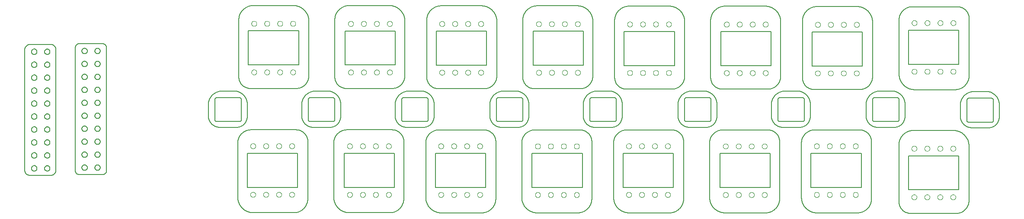
<source format=gbr>
G04 EAGLE Gerber RS-274X export*
G75*
%MOMM*%
%FSLAX34Y34*%
%LPD*%
%INStiffener_Top*%
%IPPOS*%
%AMOC8*
5,1,8,0,0,1.08239X$1,22.5*%
G01*
%ADD10C,0.152400*%
%ADD11C,0.101600*%


D10*
X423990Y246634D02*
X423990Y313309D01*
X522415Y313309D02*
X522415Y246634D01*
X423990Y246634D01*
X423990Y313309D02*
X522415Y313309D01*
D11*
X506282Y232347D02*
X506284Y232488D01*
X506290Y232630D01*
X506300Y232771D01*
X506314Y232912D01*
X506332Y233052D01*
X506354Y233192D01*
X506379Y233331D01*
X506409Y233469D01*
X506443Y233606D01*
X506480Y233743D01*
X506521Y233878D01*
X506566Y234012D01*
X506615Y234145D01*
X506668Y234276D01*
X506724Y234406D01*
X506784Y234534D01*
X506847Y234661D01*
X506914Y234785D01*
X506984Y234908D01*
X507058Y235028D01*
X507135Y235147D01*
X507216Y235263D01*
X507300Y235377D01*
X507387Y235489D01*
X507477Y235598D01*
X507570Y235704D01*
X507666Y235808D01*
X507765Y235909D01*
X507867Y236007D01*
X507971Y236103D01*
X508078Y236195D01*
X508188Y236284D01*
X508300Y236371D01*
X508415Y236454D01*
X508531Y236533D01*
X508650Y236610D01*
X508772Y236683D01*
X508895Y236752D01*
X509020Y236818D01*
X509147Y236881D01*
X509275Y236940D01*
X509405Y236995D01*
X509537Y237047D01*
X509670Y237094D01*
X509805Y237138D01*
X509940Y237179D01*
X510077Y237215D01*
X510215Y237248D01*
X510353Y237276D01*
X510492Y237301D01*
X510632Y237322D01*
X510773Y237339D01*
X510913Y237352D01*
X511055Y237361D01*
X511196Y237366D01*
X511337Y237367D01*
X511479Y237364D01*
X511620Y237357D01*
X511761Y237346D01*
X511902Y237331D01*
X512042Y237312D01*
X512181Y237289D01*
X512320Y237263D01*
X512458Y237232D01*
X512596Y237197D01*
X512732Y237159D01*
X512867Y237117D01*
X513000Y237071D01*
X513133Y237021D01*
X513264Y236968D01*
X513393Y236911D01*
X513521Y236850D01*
X513647Y236786D01*
X513771Y236718D01*
X513893Y236647D01*
X514013Y236572D01*
X514131Y236494D01*
X514247Y236412D01*
X514360Y236328D01*
X514471Y236240D01*
X514580Y236149D01*
X514685Y236055D01*
X514789Y235959D01*
X514889Y235859D01*
X514986Y235757D01*
X515081Y235651D01*
X515173Y235544D01*
X515261Y235433D01*
X515347Y235321D01*
X515429Y235205D01*
X515508Y235088D01*
X515583Y234968D01*
X515655Y234847D01*
X515724Y234723D01*
X515789Y234598D01*
X515851Y234470D01*
X515909Y234341D01*
X515963Y234211D01*
X516014Y234079D01*
X516061Y233945D01*
X516104Y233811D01*
X516143Y233675D01*
X516179Y233538D01*
X516210Y233400D01*
X516238Y233261D01*
X516262Y233122D01*
X516282Y232982D01*
X516298Y232841D01*
X516310Y232700D01*
X516318Y232559D01*
X516322Y232418D01*
X516322Y232276D01*
X516318Y232135D01*
X516310Y231994D01*
X516298Y231853D01*
X516282Y231712D01*
X516262Y231572D01*
X516238Y231433D01*
X516210Y231294D01*
X516179Y231156D01*
X516143Y231019D01*
X516104Y230883D01*
X516061Y230749D01*
X516014Y230615D01*
X515963Y230483D01*
X515909Y230353D01*
X515851Y230224D01*
X515789Y230096D01*
X515724Y229971D01*
X515655Y229847D01*
X515583Y229726D01*
X515508Y229606D01*
X515429Y229489D01*
X515347Y229373D01*
X515261Y229261D01*
X515173Y229150D01*
X515081Y229043D01*
X514986Y228937D01*
X514889Y228835D01*
X514789Y228735D01*
X514685Y228639D01*
X514580Y228545D01*
X514471Y228454D01*
X514360Y228366D01*
X514247Y228282D01*
X514131Y228200D01*
X514013Y228122D01*
X513893Y228047D01*
X513771Y227976D01*
X513647Y227908D01*
X513521Y227844D01*
X513393Y227783D01*
X513264Y227726D01*
X513133Y227673D01*
X513000Y227623D01*
X512867Y227577D01*
X512732Y227535D01*
X512596Y227497D01*
X512458Y227462D01*
X512320Y227431D01*
X512181Y227405D01*
X512042Y227382D01*
X511902Y227363D01*
X511761Y227348D01*
X511620Y227337D01*
X511479Y227330D01*
X511337Y227327D01*
X511196Y227328D01*
X511055Y227333D01*
X510913Y227342D01*
X510773Y227355D01*
X510632Y227372D01*
X510492Y227393D01*
X510353Y227418D01*
X510215Y227446D01*
X510077Y227479D01*
X509940Y227515D01*
X509805Y227556D01*
X509670Y227600D01*
X509537Y227647D01*
X509405Y227699D01*
X509275Y227754D01*
X509147Y227813D01*
X509020Y227876D01*
X508895Y227942D01*
X508772Y228011D01*
X508650Y228084D01*
X508531Y228161D01*
X508415Y228240D01*
X508300Y228323D01*
X508188Y228410D01*
X508078Y228499D01*
X507971Y228591D01*
X507867Y228687D01*
X507765Y228785D01*
X507666Y228886D01*
X507570Y228990D01*
X507477Y229096D01*
X507387Y229205D01*
X507300Y229317D01*
X507216Y229431D01*
X507135Y229547D01*
X507058Y229666D01*
X506984Y229786D01*
X506914Y229909D01*
X506847Y230033D01*
X506784Y230160D01*
X506724Y230288D01*
X506668Y230418D01*
X506615Y230549D01*
X506566Y230682D01*
X506521Y230816D01*
X506480Y230951D01*
X506443Y231088D01*
X506409Y231225D01*
X506379Y231363D01*
X506354Y231502D01*
X506332Y231642D01*
X506314Y231782D01*
X506300Y231923D01*
X506290Y232064D01*
X506284Y232206D01*
X506282Y232347D01*
X480882Y232347D02*
X480884Y232488D01*
X480890Y232630D01*
X480900Y232771D01*
X480914Y232912D01*
X480932Y233052D01*
X480954Y233192D01*
X480979Y233331D01*
X481009Y233469D01*
X481043Y233606D01*
X481080Y233743D01*
X481121Y233878D01*
X481166Y234012D01*
X481215Y234145D01*
X481268Y234276D01*
X481324Y234406D01*
X481384Y234534D01*
X481447Y234661D01*
X481514Y234785D01*
X481584Y234908D01*
X481658Y235028D01*
X481735Y235147D01*
X481816Y235263D01*
X481900Y235377D01*
X481987Y235489D01*
X482077Y235598D01*
X482170Y235704D01*
X482266Y235808D01*
X482365Y235909D01*
X482467Y236007D01*
X482571Y236103D01*
X482678Y236195D01*
X482788Y236284D01*
X482900Y236371D01*
X483015Y236454D01*
X483131Y236533D01*
X483250Y236610D01*
X483372Y236683D01*
X483495Y236752D01*
X483620Y236818D01*
X483747Y236881D01*
X483875Y236940D01*
X484005Y236995D01*
X484137Y237047D01*
X484270Y237094D01*
X484405Y237138D01*
X484540Y237179D01*
X484677Y237215D01*
X484815Y237248D01*
X484953Y237276D01*
X485092Y237301D01*
X485232Y237322D01*
X485373Y237339D01*
X485513Y237352D01*
X485655Y237361D01*
X485796Y237366D01*
X485937Y237367D01*
X486079Y237364D01*
X486220Y237357D01*
X486361Y237346D01*
X486502Y237331D01*
X486642Y237312D01*
X486781Y237289D01*
X486920Y237263D01*
X487058Y237232D01*
X487196Y237197D01*
X487332Y237159D01*
X487467Y237117D01*
X487600Y237071D01*
X487733Y237021D01*
X487864Y236968D01*
X487993Y236911D01*
X488121Y236850D01*
X488247Y236786D01*
X488371Y236718D01*
X488493Y236647D01*
X488613Y236572D01*
X488731Y236494D01*
X488847Y236412D01*
X488960Y236328D01*
X489071Y236240D01*
X489180Y236149D01*
X489285Y236055D01*
X489389Y235959D01*
X489489Y235859D01*
X489586Y235757D01*
X489681Y235651D01*
X489773Y235544D01*
X489861Y235433D01*
X489947Y235321D01*
X490029Y235205D01*
X490108Y235088D01*
X490183Y234968D01*
X490255Y234847D01*
X490324Y234723D01*
X490389Y234598D01*
X490451Y234470D01*
X490509Y234341D01*
X490563Y234211D01*
X490614Y234079D01*
X490661Y233945D01*
X490704Y233811D01*
X490743Y233675D01*
X490779Y233538D01*
X490810Y233400D01*
X490838Y233261D01*
X490862Y233122D01*
X490882Y232982D01*
X490898Y232841D01*
X490910Y232700D01*
X490918Y232559D01*
X490922Y232418D01*
X490922Y232276D01*
X490918Y232135D01*
X490910Y231994D01*
X490898Y231853D01*
X490882Y231712D01*
X490862Y231572D01*
X490838Y231433D01*
X490810Y231294D01*
X490779Y231156D01*
X490743Y231019D01*
X490704Y230883D01*
X490661Y230749D01*
X490614Y230615D01*
X490563Y230483D01*
X490509Y230353D01*
X490451Y230224D01*
X490389Y230096D01*
X490324Y229971D01*
X490255Y229847D01*
X490183Y229726D01*
X490108Y229606D01*
X490029Y229489D01*
X489947Y229373D01*
X489861Y229261D01*
X489773Y229150D01*
X489681Y229043D01*
X489586Y228937D01*
X489489Y228835D01*
X489389Y228735D01*
X489285Y228639D01*
X489180Y228545D01*
X489071Y228454D01*
X488960Y228366D01*
X488847Y228282D01*
X488731Y228200D01*
X488613Y228122D01*
X488493Y228047D01*
X488371Y227976D01*
X488247Y227908D01*
X488121Y227844D01*
X487993Y227783D01*
X487864Y227726D01*
X487733Y227673D01*
X487600Y227623D01*
X487467Y227577D01*
X487332Y227535D01*
X487196Y227497D01*
X487058Y227462D01*
X486920Y227431D01*
X486781Y227405D01*
X486642Y227382D01*
X486502Y227363D01*
X486361Y227348D01*
X486220Y227337D01*
X486079Y227330D01*
X485937Y227327D01*
X485796Y227328D01*
X485655Y227333D01*
X485513Y227342D01*
X485373Y227355D01*
X485232Y227372D01*
X485092Y227393D01*
X484953Y227418D01*
X484815Y227446D01*
X484677Y227479D01*
X484540Y227515D01*
X484405Y227556D01*
X484270Y227600D01*
X484137Y227647D01*
X484005Y227699D01*
X483875Y227754D01*
X483747Y227813D01*
X483620Y227876D01*
X483495Y227942D01*
X483372Y228011D01*
X483250Y228084D01*
X483131Y228161D01*
X483015Y228240D01*
X482900Y228323D01*
X482788Y228410D01*
X482678Y228499D01*
X482571Y228591D01*
X482467Y228687D01*
X482365Y228785D01*
X482266Y228886D01*
X482170Y228990D01*
X482077Y229096D01*
X481987Y229205D01*
X481900Y229317D01*
X481816Y229431D01*
X481735Y229547D01*
X481658Y229666D01*
X481584Y229786D01*
X481514Y229909D01*
X481447Y230033D01*
X481384Y230160D01*
X481324Y230288D01*
X481268Y230418D01*
X481215Y230549D01*
X481166Y230682D01*
X481121Y230816D01*
X481080Y230951D01*
X481043Y231088D01*
X481009Y231225D01*
X480979Y231363D01*
X480954Y231502D01*
X480932Y231642D01*
X480914Y231782D01*
X480900Y231923D01*
X480890Y232064D01*
X480884Y232206D01*
X480882Y232347D01*
X455482Y232347D02*
X455484Y232488D01*
X455490Y232630D01*
X455500Y232771D01*
X455514Y232912D01*
X455532Y233052D01*
X455554Y233192D01*
X455579Y233331D01*
X455609Y233469D01*
X455643Y233606D01*
X455680Y233743D01*
X455721Y233878D01*
X455766Y234012D01*
X455815Y234145D01*
X455868Y234276D01*
X455924Y234406D01*
X455984Y234534D01*
X456047Y234661D01*
X456114Y234785D01*
X456184Y234908D01*
X456258Y235028D01*
X456335Y235147D01*
X456416Y235263D01*
X456500Y235377D01*
X456587Y235489D01*
X456677Y235598D01*
X456770Y235704D01*
X456866Y235808D01*
X456965Y235909D01*
X457067Y236007D01*
X457171Y236103D01*
X457278Y236195D01*
X457388Y236284D01*
X457500Y236371D01*
X457615Y236454D01*
X457731Y236533D01*
X457850Y236610D01*
X457972Y236683D01*
X458095Y236752D01*
X458220Y236818D01*
X458347Y236881D01*
X458475Y236940D01*
X458605Y236995D01*
X458737Y237047D01*
X458870Y237094D01*
X459005Y237138D01*
X459140Y237179D01*
X459277Y237215D01*
X459415Y237248D01*
X459553Y237276D01*
X459692Y237301D01*
X459832Y237322D01*
X459973Y237339D01*
X460113Y237352D01*
X460255Y237361D01*
X460396Y237366D01*
X460537Y237367D01*
X460679Y237364D01*
X460820Y237357D01*
X460961Y237346D01*
X461102Y237331D01*
X461242Y237312D01*
X461381Y237289D01*
X461520Y237263D01*
X461658Y237232D01*
X461796Y237197D01*
X461932Y237159D01*
X462067Y237117D01*
X462200Y237071D01*
X462333Y237021D01*
X462464Y236968D01*
X462593Y236911D01*
X462721Y236850D01*
X462847Y236786D01*
X462971Y236718D01*
X463093Y236647D01*
X463213Y236572D01*
X463331Y236494D01*
X463447Y236412D01*
X463560Y236328D01*
X463671Y236240D01*
X463780Y236149D01*
X463885Y236055D01*
X463989Y235959D01*
X464089Y235859D01*
X464186Y235757D01*
X464281Y235651D01*
X464373Y235544D01*
X464461Y235433D01*
X464547Y235321D01*
X464629Y235205D01*
X464708Y235088D01*
X464783Y234968D01*
X464855Y234847D01*
X464924Y234723D01*
X464989Y234598D01*
X465051Y234470D01*
X465109Y234341D01*
X465163Y234211D01*
X465214Y234079D01*
X465261Y233945D01*
X465304Y233811D01*
X465343Y233675D01*
X465379Y233538D01*
X465410Y233400D01*
X465438Y233261D01*
X465462Y233122D01*
X465482Y232982D01*
X465498Y232841D01*
X465510Y232700D01*
X465518Y232559D01*
X465522Y232418D01*
X465522Y232276D01*
X465518Y232135D01*
X465510Y231994D01*
X465498Y231853D01*
X465482Y231712D01*
X465462Y231572D01*
X465438Y231433D01*
X465410Y231294D01*
X465379Y231156D01*
X465343Y231019D01*
X465304Y230883D01*
X465261Y230749D01*
X465214Y230615D01*
X465163Y230483D01*
X465109Y230353D01*
X465051Y230224D01*
X464989Y230096D01*
X464924Y229971D01*
X464855Y229847D01*
X464783Y229726D01*
X464708Y229606D01*
X464629Y229489D01*
X464547Y229373D01*
X464461Y229261D01*
X464373Y229150D01*
X464281Y229043D01*
X464186Y228937D01*
X464089Y228835D01*
X463989Y228735D01*
X463885Y228639D01*
X463780Y228545D01*
X463671Y228454D01*
X463560Y228366D01*
X463447Y228282D01*
X463331Y228200D01*
X463213Y228122D01*
X463093Y228047D01*
X462971Y227976D01*
X462847Y227908D01*
X462721Y227844D01*
X462593Y227783D01*
X462464Y227726D01*
X462333Y227673D01*
X462200Y227623D01*
X462067Y227577D01*
X461932Y227535D01*
X461796Y227497D01*
X461658Y227462D01*
X461520Y227431D01*
X461381Y227405D01*
X461242Y227382D01*
X461102Y227363D01*
X460961Y227348D01*
X460820Y227337D01*
X460679Y227330D01*
X460537Y227327D01*
X460396Y227328D01*
X460255Y227333D01*
X460113Y227342D01*
X459973Y227355D01*
X459832Y227372D01*
X459692Y227393D01*
X459553Y227418D01*
X459415Y227446D01*
X459277Y227479D01*
X459140Y227515D01*
X459005Y227556D01*
X458870Y227600D01*
X458737Y227647D01*
X458605Y227699D01*
X458475Y227754D01*
X458347Y227813D01*
X458220Y227876D01*
X458095Y227942D01*
X457972Y228011D01*
X457850Y228084D01*
X457731Y228161D01*
X457615Y228240D01*
X457500Y228323D01*
X457388Y228410D01*
X457278Y228499D01*
X457171Y228591D01*
X457067Y228687D01*
X456965Y228785D01*
X456866Y228886D01*
X456770Y228990D01*
X456677Y229096D01*
X456587Y229205D01*
X456500Y229317D01*
X456416Y229431D01*
X456335Y229547D01*
X456258Y229666D01*
X456184Y229786D01*
X456114Y229909D01*
X456047Y230033D01*
X455984Y230160D01*
X455924Y230288D01*
X455868Y230418D01*
X455815Y230549D01*
X455766Y230682D01*
X455721Y230816D01*
X455680Y230951D01*
X455643Y231088D01*
X455609Y231225D01*
X455579Y231363D01*
X455554Y231502D01*
X455532Y231642D01*
X455514Y231782D01*
X455500Y231923D01*
X455490Y232064D01*
X455484Y232206D01*
X455482Y232347D01*
X430082Y232347D02*
X430084Y232488D01*
X430090Y232630D01*
X430100Y232771D01*
X430114Y232912D01*
X430132Y233052D01*
X430154Y233192D01*
X430179Y233331D01*
X430209Y233469D01*
X430243Y233606D01*
X430280Y233743D01*
X430321Y233878D01*
X430366Y234012D01*
X430415Y234145D01*
X430468Y234276D01*
X430524Y234406D01*
X430584Y234534D01*
X430647Y234661D01*
X430714Y234785D01*
X430784Y234908D01*
X430858Y235028D01*
X430935Y235147D01*
X431016Y235263D01*
X431100Y235377D01*
X431187Y235489D01*
X431277Y235598D01*
X431370Y235704D01*
X431466Y235808D01*
X431565Y235909D01*
X431667Y236007D01*
X431771Y236103D01*
X431878Y236195D01*
X431988Y236284D01*
X432100Y236371D01*
X432215Y236454D01*
X432331Y236533D01*
X432450Y236610D01*
X432572Y236683D01*
X432695Y236752D01*
X432820Y236818D01*
X432947Y236881D01*
X433075Y236940D01*
X433205Y236995D01*
X433337Y237047D01*
X433470Y237094D01*
X433605Y237138D01*
X433740Y237179D01*
X433877Y237215D01*
X434015Y237248D01*
X434153Y237276D01*
X434292Y237301D01*
X434432Y237322D01*
X434573Y237339D01*
X434713Y237352D01*
X434855Y237361D01*
X434996Y237366D01*
X435137Y237367D01*
X435279Y237364D01*
X435420Y237357D01*
X435561Y237346D01*
X435702Y237331D01*
X435842Y237312D01*
X435981Y237289D01*
X436120Y237263D01*
X436258Y237232D01*
X436396Y237197D01*
X436532Y237159D01*
X436667Y237117D01*
X436800Y237071D01*
X436933Y237021D01*
X437064Y236968D01*
X437193Y236911D01*
X437321Y236850D01*
X437447Y236786D01*
X437571Y236718D01*
X437693Y236647D01*
X437813Y236572D01*
X437931Y236494D01*
X438047Y236412D01*
X438160Y236328D01*
X438271Y236240D01*
X438380Y236149D01*
X438485Y236055D01*
X438589Y235959D01*
X438689Y235859D01*
X438786Y235757D01*
X438881Y235651D01*
X438973Y235544D01*
X439061Y235433D01*
X439147Y235321D01*
X439229Y235205D01*
X439308Y235088D01*
X439383Y234968D01*
X439455Y234847D01*
X439524Y234723D01*
X439589Y234598D01*
X439651Y234470D01*
X439709Y234341D01*
X439763Y234211D01*
X439814Y234079D01*
X439861Y233945D01*
X439904Y233811D01*
X439943Y233675D01*
X439979Y233538D01*
X440010Y233400D01*
X440038Y233261D01*
X440062Y233122D01*
X440082Y232982D01*
X440098Y232841D01*
X440110Y232700D01*
X440118Y232559D01*
X440122Y232418D01*
X440122Y232276D01*
X440118Y232135D01*
X440110Y231994D01*
X440098Y231853D01*
X440082Y231712D01*
X440062Y231572D01*
X440038Y231433D01*
X440010Y231294D01*
X439979Y231156D01*
X439943Y231019D01*
X439904Y230883D01*
X439861Y230749D01*
X439814Y230615D01*
X439763Y230483D01*
X439709Y230353D01*
X439651Y230224D01*
X439589Y230096D01*
X439524Y229971D01*
X439455Y229847D01*
X439383Y229726D01*
X439308Y229606D01*
X439229Y229489D01*
X439147Y229373D01*
X439061Y229261D01*
X438973Y229150D01*
X438881Y229043D01*
X438786Y228937D01*
X438689Y228835D01*
X438589Y228735D01*
X438485Y228639D01*
X438380Y228545D01*
X438271Y228454D01*
X438160Y228366D01*
X438047Y228282D01*
X437931Y228200D01*
X437813Y228122D01*
X437693Y228047D01*
X437571Y227976D01*
X437447Y227908D01*
X437321Y227844D01*
X437193Y227783D01*
X437064Y227726D01*
X436933Y227673D01*
X436800Y227623D01*
X436667Y227577D01*
X436532Y227535D01*
X436396Y227497D01*
X436258Y227462D01*
X436120Y227431D01*
X435981Y227405D01*
X435842Y227382D01*
X435702Y227363D01*
X435561Y227348D01*
X435420Y227337D01*
X435279Y227330D01*
X435137Y227327D01*
X434996Y227328D01*
X434855Y227333D01*
X434713Y227342D01*
X434573Y227355D01*
X434432Y227372D01*
X434292Y227393D01*
X434153Y227418D01*
X434015Y227446D01*
X433877Y227479D01*
X433740Y227515D01*
X433605Y227556D01*
X433470Y227600D01*
X433337Y227647D01*
X433205Y227699D01*
X433075Y227754D01*
X432947Y227813D01*
X432820Y227876D01*
X432695Y227942D01*
X432572Y228011D01*
X432450Y228084D01*
X432331Y228161D01*
X432215Y228240D01*
X432100Y228323D01*
X431988Y228410D01*
X431878Y228499D01*
X431771Y228591D01*
X431667Y228687D01*
X431565Y228785D01*
X431466Y228886D01*
X431370Y228990D01*
X431277Y229096D01*
X431187Y229205D01*
X431100Y229317D01*
X431016Y229431D01*
X430935Y229547D01*
X430858Y229666D01*
X430784Y229786D01*
X430714Y229909D01*
X430647Y230033D01*
X430584Y230160D01*
X430524Y230288D01*
X430468Y230418D01*
X430415Y230549D01*
X430366Y230682D01*
X430321Y230816D01*
X430280Y230951D01*
X430243Y231088D01*
X430209Y231225D01*
X430179Y231363D01*
X430154Y231502D01*
X430132Y231642D01*
X430114Y231782D01*
X430100Y231923D01*
X430090Y232064D01*
X430084Y232206D01*
X430082Y232347D01*
X506282Y327597D02*
X506284Y327738D01*
X506290Y327880D01*
X506300Y328021D01*
X506314Y328162D01*
X506332Y328302D01*
X506354Y328442D01*
X506379Y328581D01*
X506409Y328719D01*
X506443Y328856D01*
X506480Y328993D01*
X506521Y329128D01*
X506566Y329262D01*
X506615Y329395D01*
X506668Y329526D01*
X506724Y329656D01*
X506784Y329784D01*
X506847Y329911D01*
X506914Y330035D01*
X506984Y330158D01*
X507058Y330278D01*
X507135Y330397D01*
X507216Y330513D01*
X507300Y330627D01*
X507387Y330739D01*
X507477Y330848D01*
X507570Y330954D01*
X507666Y331058D01*
X507765Y331159D01*
X507867Y331257D01*
X507971Y331353D01*
X508078Y331445D01*
X508188Y331534D01*
X508300Y331621D01*
X508415Y331704D01*
X508531Y331783D01*
X508650Y331860D01*
X508772Y331933D01*
X508895Y332002D01*
X509020Y332068D01*
X509147Y332131D01*
X509275Y332190D01*
X509405Y332245D01*
X509537Y332297D01*
X509670Y332344D01*
X509805Y332388D01*
X509940Y332429D01*
X510077Y332465D01*
X510215Y332498D01*
X510353Y332526D01*
X510492Y332551D01*
X510632Y332572D01*
X510773Y332589D01*
X510913Y332602D01*
X511055Y332611D01*
X511196Y332616D01*
X511337Y332617D01*
X511479Y332614D01*
X511620Y332607D01*
X511761Y332596D01*
X511902Y332581D01*
X512042Y332562D01*
X512181Y332539D01*
X512320Y332513D01*
X512458Y332482D01*
X512596Y332447D01*
X512732Y332409D01*
X512867Y332367D01*
X513000Y332321D01*
X513133Y332271D01*
X513264Y332218D01*
X513393Y332161D01*
X513521Y332100D01*
X513647Y332036D01*
X513771Y331968D01*
X513893Y331897D01*
X514013Y331822D01*
X514131Y331744D01*
X514247Y331662D01*
X514360Y331578D01*
X514471Y331490D01*
X514580Y331399D01*
X514685Y331305D01*
X514789Y331209D01*
X514889Y331109D01*
X514986Y331007D01*
X515081Y330901D01*
X515173Y330794D01*
X515261Y330683D01*
X515347Y330571D01*
X515429Y330455D01*
X515508Y330338D01*
X515583Y330218D01*
X515655Y330097D01*
X515724Y329973D01*
X515789Y329848D01*
X515851Y329720D01*
X515909Y329591D01*
X515963Y329461D01*
X516014Y329329D01*
X516061Y329195D01*
X516104Y329061D01*
X516143Y328925D01*
X516179Y328788D01*
X516210Y328650D01*
X516238Y328511D01*
X516262Y328372D01*
X516282Y328232D01*
X516298Y328091D01*
X516310Y327950D01*
X516318Y327809D01*
X516322Y327668D01*
X516322Y327526D01*
X516318Y327385D01*
X516310Y327244D01*
X516298Y327103D01*
X516282Y326962D01*
X516262Y326822D01*
X516238Y326683D01*
X516210Y326544D01*
X516179Y326406D01*
X516143Y326269D01*
X516104Y326133D01*
X516061Y325999D01*
X516014Y325865D01*
X515963Y325733D01*
X515909Y325603D01*
X515851Y325474D01*
X515789Y325346D01*
X515724Y325221D01*
X515655Y325097D01*
X515583Y324976D01*
X515508Y324856D01*
X515429Y324739D01*
X515347Y324623D01*
X515261Y324511D01*
X515173Y324400D01*
X515081Y324293D01*
X514986Y324187D01*
X514889Y324085D01*
X514789Y323985D01*
X514685Y323889D01*
X514580Y323795D01*
X514471Y323704D01*
X514360Y323616D01*
X514247Y323532D01*
X514131Y323450D01*
X514013Y323372D01*
X513893Y323297D01*
X513771Y323226D01*
X513647Y323158D01*
X513521Y323094D01*
X513393Y323033D01*
X513264Y322976D01*
X513133Y322923D01*
X513000Y322873D01*
X512867Y322827D01*
X512732Y322785D01*
X512596Y322747D01*
X512458Y322712D01*
X512320Y322681D01*
X512181Y322655D01*
X512042Y322632D01*
X511902Y322613D01*
X511761Y322598D01*
X511620Y322587D01*
X511479Y322580D01*
X511337Y322577D01*
X511196Y322578D01*
X511055Y322583D01*
X510913Y322592D01*
X510773Y322605D01*
X510632Y322622D01*
X510492Y322643D01*
X510353Y322668D01*
X510215Y322696D01*
X510077Y322729D01*
X509940Y322765D01*
X509805Y322806D01*
X509670Y322850D01*
X509537Y322897D01*
X509405Y322949D01*
X509275Y323004D01*
X509147Y323063D01*
X509020Y323126D01*
X508895Y323192D01*
X508772Y323261D01*
X508650Y323334D01*
X508531Y323411D01*
X508415Y323490D01*
X508300Y323573D01*
X508188Y323660D01*
X508078Y323749D01*
X507971Y323841D01*
X507867Y323937D01*
X507765Y324035D01*
X507666Y324136D01*
X507570Y324240D01*
X507477Y324346D01*
X507387Y324455D01*
X507300Y324567D01*
X507216Y324681D01*
X507135Y324797D01*
X507058Y324916D01*
X506984Y325036D01*
X506914Y325159D01*
X506847Y325283D01*
X506784Y325410D01*
X506724Y325538D01*
X506668Y325668D01*
X506615Y325799D01*
X506566Y325932D01*
X506521Y326066D01*
X506480Y326201D01*
X506443Y326338D01*
X506409Y326475D01*
X506379Y326613D01*
X506354Y326752D01*
X506332Y326892D01*
X506314Y327032D01*
X506300Y327173D01*
X506290Y327314D01*
X506284Y327456D01*
X506282Y327597D01*
X480882Y327597D02*
X480884Y327738D01*
X480890Y327880D01*
X480900Y328021D01*
X480914Y328162D01*
X480932Y328302D01*
X480954Y328442D01*
X480979Y328581D01*
X481009Y328719D01*
X481043Y328856D01*
X481080Y328993D01*
X481121Y329128D01*
X481166Y329262D01*
X481215Y329395D01*
X481268Y329526D01*
X481324Y329656D01*
X481384Y329784D01*
X481447Y329911D01*
X481514Y330035D01*
X481584Y330158D01*
X481658Y330278D01*
X481735Y330397D01*
X481816Y330513D01*
X481900Y330627D01*
X481987Y330739D01*
X482077Y330848D01*
X482170Y330954D01*
X482266Y331058D01*
X482365Y331159D01*
X482467Y331257D01*
X482571Y331353D01*
X482678Y331445D01*
X482788Y331534D01*
X482900Y331621D01*
X483015Y331704D01*
X483131Y331783D01*
X483250Y331860D01*
X483372Y331933D01*
X483495Y332002D01*
X483620Y332068D01*
X483747Y332131D01*
X483875Y332190D01*
X484005Y332245D01*
X484137Y332297D01*
X484270Y332344D01*
X484405Y332388D01*
X484540Y332429D01*
X484677Y332465D01*
X484815Y332498D01*
X484953Y332526D01*
X485092Y332551D01*
X485232Y332572D01*
X485373Y332589D01*
X485513Y332602D01*
X485655Y332611D01*
X485796Y332616D01*
X485937Y332617D01*
X486079Y332614D01*
X486220Y332607D01*
X486361Y332596D01*
X486502Y332581D01*
X486642Y332562D01*
X486781Y332539D01*
X486920Y332513D01*
X487058Y332482D01*
X487196Y332447D01*
X487332Y332409D01*
X487467Y332367D01*
X487600Y332321D01*
X487733Y332271D01*
X487864Y332218D01*
X487993Y332161D01*
X488121Y332100D01*
X488247Y332036D01*
X488371Y331968D01*
X488493Y331897D01*
X488613Y331822D01*
X488731Y331744D01*
X488847Y331662D01*
X488960Y331578D01*
X489071Y331490D01*
X489180Y331399D01*
X489285Y331305D01*
X489389Y331209D01*
X489489Y331109D01*
X489586Y331007D01*
X489681Y330901D01*
X489773Y330794D01*
X489861Y330683D01*
X489947Y330571D01*
X490029Y330455D01*
X490108Y330338D01*
X490183Y330218D01*
X490255Y330097D01*
X490324Y329973D01*
X490389Y329848D01*
X490451Y329720D01*
X490509Y329591D01*
X490563Y329461D01*
X490614Y329329D01*
X490661Y329195D01*
X490704Y329061D01*
X490743Y328925D01*
X490779Y328788D01*
X490810Y328650D01*
X490838Y328511D01*
X490862Y328372D01*
X490882Y328232D01*
X490898Y328091D01*
X490910Y327950D01*
X490918Y327809D01*
X490922Y327668D01*
X490922Y327526D01*
X490918Y327385D01*
X490910Y327244D01*
X490898Y327103D01*
X490882Y326962D01*
X490862Y326822D01*
X490838Y326683D01*
X490810Y326544D01*
X490779Y326406D01*
X490743Y326269D01*
X490704Y326133D01*
X490661Y325999D01*
X490614Y325865D01*
X490563Y325733D01*
X490509Y325603D01*
X490451Y325474D01*
X490389Y325346D01*
X490324Y325221D01*
X490255Y325097D01*
X490183Y324976D01*
X490108Y324856D01*
X490029Y324739D01*
X489947Y324623D01*
X489861Y324511D01*
X489773Y324400D01*
X489681Y324293D01*
X489586Y324187D01*
X489489Y324085D01*
X489389Y323985D01*
X489285Y323889D01*
X489180Y323795D01*
X489071Y323704D01*
X488960Y323616D01*
X488847Y323532D01*
X488731Y323450D01*
X488613Y323372D01*
X488493Y323297D01*
X488371Y323226D01*
X488247Y323158D01*
X488121Y323094D01*
X487993Y323033D01*
X487864Y322976D01*
X487733Y322923D01*
X487600Y322873D01*
X487467Y322827D01*
X487332Y322785D01*
X487196Y322747D01*
X487058Y322712D01*
X486920Y322681D01*
X486781Y322655D01*
X486642Y322632D01*
X486502Y322613D01*
X486361Y322598D01*
X486220Y322587D01*
X486079Y322580D01*
X485937Y322577D01*
X485796Y322578D01*
X485655Y322583D01*
X485513Y322592D01*
X485373Y322605D01*
X485232Y322622D01*
X485092Y322643D01*
X484953Y322668D01*
X484815Y322696D01*
X484677Y322729D01*
X484540Y322765D01*
X484405Y322806D01*
X484270Y322850D01*
X484137Y322897D01*
X484005Y322949D01*
X483875Y323004D01*
X483747Y323063D01*
X483620Y323126D01*
X483495Y323192D01*
X483372Y323261D01*
X483250Y323334D01*
X483131Y323411D01*
X483015Y323490D01*
X482900Y323573D01*
X482788Y323660D01*
X482678Y323749D01*
X482571Y323841D01*
X482467Y323937D01*
X482365Y324035D01*
X482266Y324136D01*
X482170Y324240D01*
X482077Y324346D01*
X481987Y324455D01*
X481900Y324567D01*
X481816Y324681D01*
X481735Y324797D01*
X481658Y324916D01*
X481584Y325036D01*
X481514Y325159D01*
X481447Y325283D01*
X481384Y325410D01*
X481324Y325538D01*
X481268Y325668D01*
X481215Y325799D01*
X481166Y325932D01*
X481121Y326066D01*
X481080Y326201D01*
X481043Y326338D01*
X481009Y326475D01*
X480979Y326613D01*
X480954Y326752D01*
X480932Y326892D01*
X480914Y327032D01*
X480900Y327173D01*
X480890Y327314D01*
X480884Y327456D01*
X480882Y327597D01*
X455482Y327597D02*
X455484Y327738D01*
X455490Y327880D01*
X455500Y328021D01*
X455514Y328162D01*
X455532Y328302D01*
X455554Y328442D01*
X455579Y328581D01*
X455609Y328719D01*
X455643Y328856D01*
X455680Y328993D01*
X455721Y329128D01*
X455766Y329262D01*
X455815Y329395D01*
X455868Y329526D01*
X455924Y329656D01*
X455984Y329784D01*
X456047Y329911D01*
X456114Y330035D01*
X456184Y330158D01*
X456258Y330278D01*
X456335Y330397D01*
X456416Y330513D01*
X456500Y330627D01*
X456587Y330739D01*
X456677Y330848D01*
X456770Y330954D01*
X456866Y331058D01*
X456965Y331159D01*
X457067Y331257D01*
X457171Y331353D01*
X457278Y331445D01*
X457388Y331534D01*
X457500Y331621D01*
X457615Y331704D01*
X457731Y331783D01*
X457850Y331860D01*
X457972Y331933D01*
X458095Y332002D01*
X458220Y332068D01*
X458347Y332131D01*
X458475Y332190D01*
X458605Y332245D01*
X458737Y332297D01*
X458870Y332344D01*
X459005Y332388D01*
X459140Y332429D01*
X459277Y332465D01*
X459415Y332498D01*
X459553Y332526D01*
X459692Y332551D01*
X459832Y332572D01*
X459973Y332589D01*
X460113Y332602D01*
X460255Y332611D01*
X460396Y332616D01*
X460537Y332617D01*
X460679Y332614D01*
X460820Y332607D01*
X460961Y332596D01*
X461102Y332581D01*
X461242Y332562D01*
X461381Y332539D01*
X461520Y332513D01*
X461658Y332482D01*
X461796Y332447D01*
X461932Y332409D01*
X462067Y332367D01*
X462200Y332321D01*
X462333Y332271D01*
X462464Y332218D01*
X462593Y332161D01*
X462721Y332100D01*
X462847Y332036D01*
X462971Y331968D01*
X463093Y331897D01*
X463213Y331822D01*
X463331Y331744D01*
X463447Y331662D01*
X463560Y331578D01*
X463671Y331490D01*
X463780Y331399D01*
X463885Y331305D01*
X463989Y331209D01*
X464089Y331109D01*
X464186Y331007D01*
X464281Y330901D01*
X464373Y330794D01*
X464461Y330683D01*
X464547Y330571D01*
X464629Y330455D01*
X464708Y330338D01*
X464783Y330218D01*
X464855Y330097D01*
X464924Y329973D01*
X464989Y329848D01*
X465051Y329720D01*
X465109Y329591D01*
X465163Y329461D01*
X465214Y329329D01*
X465261Y329195D01*
X465304Y329061D01*
X465343Y328925D01*
X465379Y328788D01*
X465410Y328650D01*
X465438Y328511D01*
X465462Y328372D01*
X465482Y328232D01*
X465498Y328091D01*
X465510Y327950D01*
X465518Y327809D01*
X465522Y327668D01*
X465522Y327526D01*
X465518Y327385D01*
X465510Y327244D01*
X465498Y327103D01*
X465482Y326962D01*
X465462Y326822D01*
X465438Y326683D01*
X465410Y326544D01*
X465379Y326406D01*
X465343Y326269D01*
X465304Y326133D01*
X465261Y325999D01*
X465214Y325865D01*
X465163Y325733D01*
X465109Y325603D01*
X465051Y325474D01*
X464989Y325346D01*
X464924Y325221D01*
X464855Y325097D01*
X464783Y324976D01*
X464708Y324856D01*
X464629Y324739D01*
X464547Y324623D01*
X464461Y324511D01*
X464373Y324400D01*
X464281Y324293D01*
X464186Y324187D01*
X464089Y324085D01*
X463989Y323985D01*
X463885Y323889D01*
X463780Y323795D01*
X463671Y323704D01*
X463560Y323616D01*
X463447Y323532D01*
X463331Y323450D01*
X463213Y323372D01*
X463093Y323297D01*
X462971Y323226D01*
X462847Y323158D01*
X462721Y323094D01*
X462593Y323033D01*
X462464Y322976D01*
X462333Y322923D01*
X462200Y322873D01*
X462067Y322827D01*
X461932Y322785D01*
X461796Y322747D01*
X461658Y322712D01*
X461520Y322681D01*
X461381Y322655D01*
X461242Y322632D01*
X461102Y322613D01*
X460961Y322598D01*
X460820Y322587D01*
X460679Y322580D01*
X460537Y322577D01*
X460396Y322578D01*
X460255Y322583D01*
X460113Y322592D01*
X459973Y322605D01*
X459832Y322622D01*
X459692Y322643D01*
X459553Y322668D01*
X459415Y322696D01*
X459277Y322729D01*
X459140Y322765D01*
X459005Y322806D01*
X458870Y322850D01*
X458737Y322897D01*
X458605Y322949D01*
X458475Y323004D01*
X458347Y323063D01*
X458220Y323126D01*
X458095Y323192D01*
X457972Y323261D01*
X457850Y323334D01*
X457731Y323411D01*
X457615Y323490D01*
X457500Y323573D01*
X457388Y323660D01*
X457278Y323749D01*
X457171Y323841D01*
X457067Y323937D01*
X456965Y324035D01*
X456866Y324136D01*
X456770Y324240D01*
X456677Y324346D01*
X456587Y324455D01*
X456500Y324567D01*
X456416Y324681D01*
X456335Y324797D01*
X456258Y324916D01*
X456184Y325036D01*
X456114Y325159D01*
X456047Y325283D01*
X455984Y325410D01*
X455924Y325538D01*
X455868Y325668D01*
X455815Y325799D01*
X455766Y325932D01*
X455721Y326066D01*
X455680Y326201D01*
X455643Y326338D01*
X455609Y326475D01*
X455579Y326613D01*
X455554Y326752D01*
X455532Y326892D01*
X455514Y327032D01*
X455500Y327173D01*
X455490Y327314D01*
X455484Y327456D01*
X455482Y327597D01*
X430082Y327597D02*
X430084Y327738D01*
X430090Y327880D01*
X430100Y328021D01*
X430114Y328162D01*
X430132Y328302D01*
X430154Y328442D01*
X430179Y328581D01*
X430209Y328719D01*
X430243Y328856D01*
X430280Y328993D01*
X430321Y329128D01*
X430366Y329262D01*
X430415Y329395D01*
X430468Y329526D01*
X430524Y329656D01*
X430584Y329784D01*
X430647Y329911D01*
X430714Y330035D01*
X430784Y330158D01*
X430858Y330278D01*
X430935Y330397D01*
X431016Y330513D01*
X431100Y330627D01*
X431187Y330739D01*
X431277Y330848D01*
X431370Y330954D01*
X431466Y331058D01*
X431565Y331159D01*
X431667Y331257D01*
X431771Y331353D01*
X431878Y331445D01*
X431988Y331534D01*
X432100Y331621D01*
X432215Y331704D01*
X432331Y331783D01*
X432450Y331860D01*
X432572Y331933D01*
X432695Y332002D01*
X432820Y332068D01*
X432947Y332131D01*
X433075Y332190D01*
X433205Y332245D01*
X433337Y332297D01*
X433470Y332344D01*
X433605Y332388D01*
X433740Y332429D01*
X433877Y332465D01*
X434015Y332498D01*
X434153Y332526D01*
X434292Y332551D01*
X434432Y332572D01*
X434573Y332589D01*
X434713Y332602D01*
X434855Y332611D01*
X434996Y332616D01*
X435137Y332617D01*
X435279Y332614D01*
X435420Y332607D01*
X435561Y332596D01*
X435702Y332581D01*
X435842Y332562D01*
X435981Y332539D01*
X436120Y332513D01*
X436258Y332482D01*
X436396Y332447D01*
X436532Y332409D01*
X436667Y332367D01*
X436800Y332321D01*
X436933Y332271D01*
X437064Y332218D01*
X437193Y332161D01*
X437321Y332100D01*
X437447Y332036D01*
X437571Y331968D01*
X437693Y331897D01*
X437813Y331822D01*
X437931Y331744D01*
X438047Y331662D01*
X438160Y331578D01*
X438271Y331490D01*
X438380Y331399D01*
X438485Y331305D01*
X438589Y331209D01*
X438689Y331109D01*
X438786Y331007D01*
X438881Y330901D01*
X438973Y330794D01*
X439061Y330683D01*
X439147Y330571D01*
X439229Y330455D01*
X439308Y330338D01*
X439383Y330218D01*
X439455Y330097D01*
X439524Y329973D01*
X439589Y329848D01*
X439651Y329720D01*
X439709Y329591D01*
X439763Y329461D01*
X439814Y329329D01*
X439861Y329195D01*
X439904Y329061D01*
X439943Y328925D01*
X439979Y328788D01*
X440010Y328650D01*
X440038Y328511D01*
X440062Y328372D01*
X440082Y328232D01*
X440098Y328091D01*
X440110Y327950D01*
X440118Y327809D01*
X440122Y327668D01*
X440122Y327526D01*
X440118Y327385D01*
X440110Y327244D01*
X440098Y327103D01*
X440082Y326962D01*
X440062Y326822D01*
X440038Y326683D01*
X440010Y326544D01*
X439979Y326406D01*
X439943Y326269D01*
X439904Y326133D01*
X439861Y325999D01*
X439814Y325865D01*
X439763Y325733D01*
X439709Y325603D01*
X439651Y325474D01*
X439589Y325346D01*
X439524Y325221D01*
X439455Y325097D01*
X439383Y324976D01*
X439308Y324856D01*
X439229Y324739D01*
X439147Y324623D01*
X439061Y324511D01*
X438973Y324400D01*
X438881Y324293D01*
X438786Y324187D01*
X438689Y324085D01*
X438589Y323985D01*
X438485Y323889D01*
X438380Y323795D01*
X438271Y323704D01*
X438160Y323616D01*
X438047Y323532D01*
X437931Y323450D01*
X437813Y323372D01*
X437693Y323297D01*
X437571Y323226D01*
X437447Y323158D01*
X437321Y323094D01*
X437193Y323033D01*
X437064Y322976D01*
X436933Y322923D01*
X436800Y322873D01*
X436667Y322827D01*
X436532Y322785D01*
X436396Y322747D01*
X436258Y322712D01*
X436120Y322681D01*
X435981Y322655D01*
X435842Y322632D01*
X435702Y322613D01*
X435561Y322598D01*
X435420Y322587D01*
X435279Y322580D01*
X435137Y322577D01*
X434996Y322578D01*
X434855Y322583D01*
X434713Y322592D01*
X434573Y322605D01*
X434432Y322622D01*
X434292Y322643D01*
X434153Y322668D01*
X434015Y322696D01*
X433877Y322729D01*
X433740Y322765D01*
X433605Y322806D01*
X433470Y322850D01*
X433337Y322897D01*
X433205Y322949D01*
X433075Y323004D01*
X432947Y323063D01*
X432820Y323126D01*
X432695Y323192D01*
X432572Y323261D01*
X432450Y323334D01*
X432331Y323411D01*
X432215Y323490D01*
X432100Y323573D01*
X431988Y323660D01*
X431878Y323749D01*
X431771Y323841D01*
X431667Y323937D01*
X431565Y324035D01*
X431466Y324136D01*
X431370Y324240D01*
X431277Y324346D01*
X431187Y324455D01*
X431100Y324567D01*
X431016Y324681D01*
X430935Y324797D01*
X430858Y324916D01*
X430784Y325036D01*
X430714Y325159D01*
X430647Y325283D01*
X430584Y325410D01*
X430524Y325538D01*
X430468Y325668D01*
X430415Y325799D01*
X430366Y325932D01*
X430321Y326066D01*
X430280Y326201D01*
X430243Y326338D01*
X430209Y326475D01*
X430179Y326613D01*
X430154Y326752D01*
X430132Y326892D01*
X430114Y327032D01*
X430100Y327173D01*
X430090Y327314D01*
X430084Y327456D01*
X430082Y327597D01*
D10*
X234506Y313563D02*
X234506Y246888D01*
X332931Y246888D02*
X332931Y313563D01*
X332931Y246888D02*
X234506Y246888D01*
X234506Y313563D02*
X332931Y313563D01*
D11*
X316798Y232601D02*
X316800Y232742D01*
X316806Y232884D01*
X316816Y233025D01*
X316830Y233166D01*
X316848Y233306D01*
X316870Y233446D01*
X316895Y233585D01*
X316925Y233723D01*
X316959Y233860D01*
X316996Y233997D01*
X317037Y234132D01*
X317082Y234266D01*
X317131Y234399D01*
X317184Y234530D01*
X317240Y234660D01*
X317300Y234788D01*
X317363Y234915D01*
X317430Y235039D01*
X317500Y235162D01*
X317574Y235282D01*
X317651Y235401D01*
X317732Y235517D01*
X317816Y235631D01*
X317903Y235743D01*
X317993Y235852D01*
X318086Y235958D01*
X318182Y236062D01*
X318281Y236163D01*
X318383Y236261D01*
X318487Y236357D01*
X318594Y236449D01*
X318704Y236538D01*
X318816Y236625D01*
X318931Y236708D01*
X319047Y236787D01*
X319166Y236864D01*
X319288Y236937D01*
X319411Y237006D01*
X319536Y237072D01*
X319663Y237135D01*
X319791Y237194D01*
X319921Y237249D01*
X320053Y237301D01*
X320186Y237348D01*
X320321Y237392D01*
X320456Y237433D01*
X320593Y237469D01*
X320731Y237502D01*
X320869Y237530D01*
X321008Y237555D01*
X321148Y237576D01*
X321289Y237593D01*
X321429Y237606D01*
X321571Y237615D01*
X321712Y237620D01*
X321853Y237621D01*
X321995Y237618D01*
X322136Y237611D01*
X322277Y237600D01*
X322418Y237585D01*
X322558Y237566D01*
X322697Y237543D01*
X322836Y237517D01*
X322974Y237486D01*
X323112Y237451D01*
X323248Y237413D01*
X323383Y237371D01*
X323516Y237325D01*
X323649Y237275D01*
X323780Y237222D01*
X323909Y237165D01*
X324037Y237104D01*
X324163Y237040D01*
X324287Y236972D01*
X324409Y236901D01*
X324529Y236826D01*
X324647Y236748D01*
X324763Y236666D01*
X324876Y236582D01*
X324987Y236494D01*
X325096Y236403D01*
X325201Y236309D01*
X325305Y236213D01*
X325405Y236113D01*
X325502Y236011D01*
X325597Y235905D01*
X325689Y235798D01*
X325777Y235687D01*
X325863Y235575D01*
X325945Y235459D01*
X326024Y235342D01*
X326099Y235222D01*
X326171Y235101D01*
X326240Y234977D01*
X326305Y234852D01*
X326367Y234724D01*
X326425Y234595D01*
X326479Y234465D01*
X326530Y234333D01*
X326577Y234199D01*
X326620Y234065D01*
X326659Y233929D01*
X326695Y233792D01*
X326726Y233654D01*
X326754Y233515D01*
X326778Y233376D01*
X326798Y233236D01*
X326814Y233095D01*
X326826Y232954D01*
X326834Y232813D01*
X326838Y232672D01*
X326838Y232530D01*
X326834Y232389D01*
X326826Y232248D01*
X326814Y232107D01*
X326798Y231966D01*
X326778Y231826D01*
X326754Y231687D01*
X326726Y231548D01*
X326695Y231410D01*
X326659Y231273D01*
X326620Y231137D01*
X326577Y231003D01*
X326530Y230869D01*
X326479Y230737D01*
X326425Y230607D01*
X326367Y230478D01*
X326305Y230350D01*
X326240Y230225D01*
X326171Y230101D01*
X326099Y229980D01*
X326024Y229860D01*
X325945Y229743D01*
X325863Y229627D01*
X325777Y229515D01*
X325689Y229404D01*
X325597Y229297D01*
X325502Y229191D01*
X325405Y229089D01*
X325305Y228989D01*
X325201Y228893D01*
X325096Y228799D01*
X324987Y228708D01*
X324876Y228620D01*
X324763Y228536D01*
X324647Y228454D01*
X324529Y228376D01*
X324409Y228301D01*
X324287Y228230D01*
X324163Y228162D01*
X324037Y228098D01*
X323909Y228037D01*
X323780Y227980D01*
X323649Y227927D01*
X323516Y227877D01*
X323383Y227831D01*
X323248Y227789D01*
X323112Y227751D01*
X322974Y227716D01*
X322836Y227685D01*
X322697Y227659D01*
X322558Y227636D01*
X322418Y227617D01*
X322277Y227602D01*
X322136Y227591D01*
X321995Y227584D01*
X321853Y227581D01*
X321712Y227582D01*
X321571Y227587D01*
X321429Y227596D01*
X321289Y227609D01*
X321148Y227626D01*
X321008Y227647D01*
X320869Y227672D01*
X320731Y227700D01*
X320593Y227733D01*
X320456Y227769D01*
X320321Y227810D01*
X320186Y227854D01*
X320053Y227901D01*
X319921Y227953D01*
X319791Y228008D01*
X319663Y228067D01*
X319536Y228130D01*
X319411Y228196D01*
X319288Y228265D01*
X319166Y228338D01*
X319047Y228415D01*
X318931Y228494D01*
X318816Y228577D01*
X318704Y228664D01*
X318594Y228753D01*
X318487Y228845D01*
X318383Y228941D01*
X318281Y229039D01*
X318182Y229140D01*
X318086Y229244D01*
X317993Y229350D01*
X317903Y229459D01*
X317816Y229571D01*
X317732Y229685D01*
X317651Y229801D01*
X317574Y229920D01*
X317500Y230040D01*
X317430Y230163D01*
X317363Y230287D01*
X317300Y230414D01*
X317240Y230542D01*
X317184Y230672D01*
X317131Y230803D01*
X317082Y230936D01*
X317037Y231070D01*
X316996Y231205D01*
X316959Y231342D01*
X316925Y231479D01*
X316895Y231617D01*
X316870Y231756D01*
X316848Y231896D01*
X316830Y232036D01*
X316816Y232177D01*
X316806Y232318D01*
X316800Y232460D01*
X316798Y232601D01*
X291398Y232601D02*
X291400Y232742D01*
X291406Y232884D01*
X291416Y233025D01*
X291430Y233166D01*
X291448Y233306D01*
X291470Y233446D01*
X291495Y233585D01*
X291525Y233723D01*
X291559Y233860D01*
X291596Y233997D01*
X291637Y234132D01*
X291682Y234266D01*
X291731Y234399D01*
X291784Y234530D01*
X291840Y234660D01*
X291900Y234788D01*
X291963Y234915D01*
X292030Y235039D01*
X292100Y235162D01*
X292174Y235282D01*
X292251Y235401D01*
X292332Y235517D01*
X292416Y235631D01*
X292503Y235743D01*
X292593Y235852D01*
X292686Y235958D01*
X292782Y236062D01*
X292881Y236163D01*
X292983Y236261D01*
X293087Y236357D01*
X293194Y236449D01*
X293304Y236538D01*
X293416Y236625D01*
X293531Y236708D01*
X293647Y236787D01*
X293766Y236864D01*
X293888Y236937D01*
X294011Y237006D01*
X294136Y237072D01*
X294263Y237135D01*
X294391Y237194D01*
X294521Y237249D01*
X294653Y237301D01*
X294786Y237348D01*
X294921Y237392D01*
X295056Y237433D01*
X295193Y237469D01*
X295331Y237502D01*
X295469Y237530D01*
X295608Y237555D01*
X295748Y237576D01*
X295889Y237593D01*
X296029Y237606D01*
X296171Y237615D01*
X296312Y237620D01*
X296453Y237621D01*
X296595Y237618D01*
X296736Y237611D01*
X296877Y237600D01*
X297018Y237585D01*
X297158Y237566D01*
X297297Y237543D01*
X297436Y237517D01*
X297574Y237486D01*
X297712Y237451D01*
X297848Y237413D01*
X297983Y237371D01*
X298116Y237325D01*
X298249Y237275D01*
X298380Y237222D01*
X298509Y237165D01*
X298637Y237104D01*
X298763Y237040D01*
X298887Y236972D01*
X299009Y236901D01*
X299129Y236826D01*
X299247Y236748D01*
X299363Y236666D01*
X299476Y236582D01*
X299587Y236494D01*
X299696Y236403D01*
X299801Y236309D01*
X299905Y236213D01*
X300005Y236113D01*
X300102Y236011D01*
X300197Y235905D01*
X300289Y235798D01*
X300377Y235687D01*
X300463Y235575D01*
X300545Y235459D01*
X300624Y235342D01*
X300699Y235222D01*
X300771Y235101D01*
X300840Y234977D01*
X300905Y234852D01*
X300967Y234724D01*
X301025Y234595D01*
X301079Y234465D01*
X301130Y234333D01*
X301177Y234199D01*
X301220Y234065D01*
X301259Y233929D01*
X301295Y233792D01*
X301326Y233654D01*
X301354Y233515D01*
X301378Y233376D01*
X301398Y233236D01*
X301414Y233095D01*
X301426Y232954D01*
X301434Y232813D01*
X301438Y232672D01*
X301438Y232530D01*
X301434Y232389D01*
X301426Y232248D01*
X301414Y232107D01*
X301398Y231966D01*
X301378Y231826D01*
X301354Y231687D01*
X301326Y231548D01*
X301295Y231410D01*
X301259Y231273D01*
X301220Y231137D01*
X301177Y231003D01*
X301130Y230869D01*
X301079Y230737D01*
X301025Y230607D01*
X300967Y230478D01*
X300905Y230350D01*
X300840Y230225D01*
X300771Y230101D01*
X300699Y229980D01*
X300624Y229860D01*
X300545Y229743D01*
X300463Y229627D01*
X300377Y229515D01*
X300289Y229404D01*
X300197Y229297D01*
X300102Y229191D01*
X300005Y229089D01*
X299905Y228989D01*
X299801Y228893D01*
X299696Y228799D01*
X299587Y228708D01*
X299476Y228620D01*
X299363Y228536D01*
X299247Y228454D01*
X299129Y228376D01*
X299009Y228301D01*
X298887Y228230D01*
X298763Y228162D01*
X298637Y228098D01*
X298509Y228037D01*
X298380Y227980D01*
X298249Y227927D01*
X298116Y227877D01*
X297983Y227831D01*
X297848Y227789D01*
X297712Y227751D01*
X297574Y227716D01*
X297436Y227685D01*
X297297Y227659D01*
X297158Y227636D01*
X297018Y227617D01*
X296877Y227602D01*
X296736Y227591D01*
X296595Y227584D01*
X296453Y227581D01*
X296312Y227582D01*
X296171Y227587D01*
X296029Y227596D01*
X295889Y227609D01*
X295748Y227626D01*
X295608Y227647D01*
X295469Y227672D01*
X295331Y227700D01*
X295193Y227733D01*
X295056Y227769D01*
X294921Y227810D01*
X294786Y227854D01*
X294653Y227901D01*
X294521Y227953D01*
X294391Y228008D01*
X294263Y228067D01*
X294136Y228130D01*
X294011Y228196D01*
X293888Y228265D01*
X293766Y228338D01*
X293647Y228415D01*
X293531Y228494D01*
X293416Y228577D01*
X293304Y228664D01*
X293194Y228753D01*
X293087Y228845D01*
X292983Y228941D01*
X292881Y229039D01*
X292782Y229140D01*
X292686Y229244D01*
X292593Y229350D01*
X292503Y229459D01*
X292416Y229571D01*
X292332Y229685D01*
X292251Y229801D01*
X292174Y229920D01*
X292100Y230040D01*
X292030Y230163D01*
X291963Y230287D01*
X291900Y230414D01*
X291840Y230542D01*
X291784Y230672D01*
X291731Y230803D01*
X291682Y230936D01*
X291637Y231070D01*
X291596Y231205D01*
X291559Y231342D01*
X291525Y231479D01*
X291495Y231617D01*
X291470Y231756D01*
X291448Y231896D01*
X291430Y232036D01*
X291416Y232177D01*
X291406Y232318D01*
X291400Y232460D01*
X291398Y232601D01*
X265998Y232601D02*
X266000Y232742D01*
X266006Y232884D01*
X266016Y233025D01*
X266030Y233166D01*
X266048Y233306D01*
X266070Y233446D01*
X266095Y233585D01*
X266125Y233723D01*
X266159Y233860D01*
X266196Y233997D01*
X266237Y234132D01*
X266282Y234266D01*
X266331Y234399D01*
X266384Y234530D01*
X266440Y234660D01*
X266500Y234788D01*
X266563Y234915D01*
X266630Y235039D01*
X266700Y235162D01*
X266774Y235282D01*
X266851Y235401D01*
X266932Y235517D01*
X267016Y235631D01*
X267103Y235743D01*
X267193Y235852D01*
X267286Y235958D01*
X267382Y236062D01*
X267481Y236163D01*
X267583Y236261D01*
X267687Y236357D01*
X267794Y236449D01*
X267904Y236538D01*
X268016Y236625D01*
X268131Y236708D01*
X268247Y236787D01*
X268366Y236864D01*
X268488Y236937D01*
X268611Y237006D01*
X268736Y237072D01*
X268863Y237135D01*
X268991Y237194D01*
X269121Y237249D01*
X269253Y237301D01*
X269386Y237348D01*
X269521Y237392D01*
X269656Y237433D01*
X269793Y237469D01*
X269931Y237502D01*
X270069Y237530D01*
X270208Y237555D01*
X270348Y237576D01*
X270489Y237593D01*
X270629Y237606D01*
X270771Y237615D01*
X270912Y237620D01*
X271053Y237621D01*
X271195Y237618D01*
X271336Y237611D01*
X271477Y237600D01*
X271618Y237585D01*
X271758Y237566D01*
X271897Y237543D01*
X272036Y237517D01*
X272174Y237486D01*
X272312Y237451D01*
X272448Y237413D01*
X272583Y237371D01*
X272716Y237325D01*
X272849Y237275D01*
X272980Y237222D01*
X273109Y237165D01*
X273237Y237104D01*
X273363Y237040D01*
X273487Y236972D01*
X273609Y236901D01*
X273729Y236826D01*
X273847Y236748D01*
X273963Y236666D01*
X274076Y236582D01*
X274187Y236494D01*
X274296Y236403D01*
X274401Y236309D01*
X274505Y236213D01*
X274605Y236113D01*
X274702Y236011D01*
X274797Y235905D01*
X274889Y235798D01*
X274977Y235687D01*
X275063Y235575D01*
X275145Y235459D01*
X275224Y235342D01*
X275299Y235222D01*
X275371Y235101D01*
X275440Y234977D01*
X275505Y234852D01*
X275567Y234724D01*
X275625Y234595D01*
X275679Y234465D01*
X275730Y234333D01*
X275777Y234199D01*
X275820Y234065D01*
X275859Y233929D01*
X275895Y233792D01*
X275926Y233654D01*
X275954Y233515D01*
X275978Y233376D01*
X275998Y233236D01*
X276014Y233095D01*
X276026Y232954D01*
X276034Y232813D01*
X276038Y232672D01*
X276038Y232530D01*
X276034Y232389D01*
X276026Y232248D01*
X276014Y232107D01*
X275998Y231966D01*
X275978Y231826D01*
X275954Y231687D01*
X275926Y231548D01*
X275895Y231410D01*
X275859Y231273D01*
X275820Y231137D01*
X275777Y231003D01*
X275730Y230869D01*
X275679Y230737D01*
X275625Y230607D01*
X275567Y230478D01*
X275505Y230350D01*
X275440Y230225D01*
X275371Y230101D01*
X275299Y229980D01*
X275224Y229860D01*
X275145Y229743D01*
X275063Y229627D01*
X274977Y229515D01*
X274889Y229404D01*
X274797Y229297D01*
X274702Y229191D01*
X274605Y229089D01*
X274505Y228989D01*
X274401Y228893D01*
X274296Y228799D01*
X274187Y228708D01*
X274076Y228620D01*
X273963Y228536D01*
X273847Y228454D01*
X273729Y228376D01*
X273609Y228301D01*
X273487Y228230D01*
X273363Y228162D01*
X273237Y228098D01*
X273109Y228037D01*
X272980Y227980D01*
X272849Y227927D01*
X272716Y227877D01*
X272583Y227831D01*
X272448Y227789D01*
X272312Y227751D01*
X272174Y227716D01*
X272036Y227685D01*
X271897Y227659D01*
X271758Y227636D01*
X271618Y227617D01*
X271477Y227602D01*
X271336Y227591D01*
X271195Y227584D01*
X271053Y227581D01*
X270912Y227582D01*
X270771Y227587D01*
X270629Y227596D01*
X270489Y227609D01*
X270348Y227626D01*
X270208Y227647D01*
X270069Y227672D01*
X269931Y227700D01*
X269793Y227733D01*
X269656Y227769D01*
X269521Y227810D01*
X269386Y227854D01*
X269253Y227901D01*
X269121Y227953D01*
X268991Y228008D01*
X268863Y228067D01*
X268736Y228130D01*
X268611Y228196D01*
X268488Y228265D01*
X268366Y228338D01*
X268247Y228415D01*
X268131Y228494D01*
X268016Y228577D01*
X267904Y228664D01*
X267794Y228753D01*
X267687Y228845D01*
X267583Y228941D01*
X267481Y229039D01*
X267382Y229140D01*
X267286Y229244D01*
X267193Y229350D01*
X267103Y229459D01*
X267016Y229571D01*
X266932Y229685D01*
X266851Y229801D01*
X266774Y229920D01*
X266700Y230040D01*
X266630Y230163D01*
X266563Y230287D01*
X266500Y230414D01*
X266440Y230542D01*
X266384Y230672D01*
X266331Y230803D01*
X266282Y230936D01*
X266237Y231070D01*
X266196Y231205D01*
X266159Y231342D01*
X266125Y231479D01*
X266095Y231617D01*
X266070Y231756D01*
X266048Y231896D01*
X266030Y232036D01*
X266016Y232177D01*
X266006Y232318D01*
X266000Y232460D01*
X265998Y232601D01*
X240598Y232601D02*
X240600Y232742D01*
X240606Y232884D01*
X240616Y233025D01*
X240630Y233166D01*
X240648Y233306D01*
X240670Y233446D01*
X240695Y233585D01*
X240725Y233723D01*
X240759Y233860D01*
X240796Y233997D01*
X240837Y234132D01*
X240882Y234266D01*
X240931Y234399D01*
X240984Y234530D01*
X241040Y234660D01*
X241100Y234788D01*
X241163Y234915D01*
X241230Y235039D01*
X241300Y235162D01*
X241374Y235282D01*
X241451Y235401D01*
X241532Y235517D01*
X241616Y235631D01*
X241703Y235743D01*
X241793Y235852D01*
X241886Y235958D01*
X241982Y236062D01*
X242081Y236163D01*
X242183Y236261D01*
X242287Y236357D01*
X242394Y236449D01*
X242504Y236538D01*
X242616Y236625D01*
X242731Y236708D01*
X242847Y236787D01*
X242966Y236864D01*
X243088Y236937D01*
X243211Y237006D01*
X243336Y237072D01*
X243463Y237135D01*
X243591Y237194D01*
X243721Y237249D01*
X243853Y237301D01*
X243986Y237348D01*
X244121Y237392D01*
X244256Y237433D01*
X244393Y237469D01*
X244531Y237502D01*
X244669Y237530D01*
X244808Y237555D01*
X244948Y237576D01*
X245089Y237593D01*
X245229Y237606D01*
X245371Y237615D01*
X245512Y237620D01*
X245653Y237621D01*
X245795Y237618D01*
X245936Y237611D01*
X246077Y237600D01*
X246218Y237585D01*
X246358Y237566D01*
X246497Y237543D01*
X246636Y237517D01*
X246774Y237486D01*
X246912Y237451D01*
X247048Y237413D01*
X247183Y237371D01*
X247316Y237325D01*
X247449Y237275D01*
X247580Y237222D01*
X247709Y237165D01*
X247837Y237104D01*
X247963Y237040D01*
X248087Y236972D01*
X248209Y236901D01*
X248329Y236826D01*
X248447Y236748D01*
X248563Y236666D01*
X248676Y236582D01*
X248787Y236494D01*
X248896Y236403D01*
X249001Y236309D01*
X249105Y236213D01*
X249205Y236113D01*
X249302Y236011D01*
X249397Y235905D01*
X249489Y235798D01*
X249577Y235687D01*
X249663Y235575D01*
X249745Y235459D01*
X249824Y235342D01*
X249899Y235222D01*
X249971Y235101D01*
X250040Y234977D01*
X250105Y234852D01*
X250167Y234724D01*
X250225Y234595D01*
X250279Y234465D01*
X250330Y234333D01*
X250377Y234199D01*
X250420Y234065D01*
X250459Y233929D01*
X250495Y233792D01*
X250526Y233654D01*
X250554Y233515D01*
X250578Y233376D01*
X250598Y233236D01*
X250614Y233095D01*
X250626Y232954D01*
X250634Y232813D01*
X250638Y232672D01*
X250638Y232530D01*
X250634Y232389D01*
X250626Y232248D01*
X250614Y232107D01*
X250598Y231966D01*
X250578Y231826D01*
X250554Y231687D01*
X250526Y231548D01*
X250495Y231410D01*
X250459Y231273D01*
X250420Y231137D01*
X250377Y231003D01*
X250330Y230869D01*
X250279Y230737D01*
X250225Y230607D01*
X250167Y230478D01*
X250105Y230350D01*
X250040Y230225D01*
X249971Y230101D01*
X249899Y229980D01*
X249824Y229860D01*
X249745Y229743D01*
X249663Y229627D01*
X249577Y229515D01*
X249489Y229404D01*
X249397Y229297D01*
X249302Y229191D01*
X249205Y229089D01*
X249105Y228989D01*
X249001Y228893D01*
X248896Y228799D01*
X248787Y228708D01*
X248676Y228620D01*
X248563Y228536D01*
X248447Y228454D01*
X248329Y228376D01*
X248209Y228301D01*
X248087Y228230D01*
X247963Y228162D01*
X247837Y228098D01*
X247709Y228037D01*
X247580Y227980D01*
X247449Y227927D01*
X247316Y227877D01*
X247183Y227831D01*
X247048Y227789D01*
X246912Y227751D01*
X246774Y227716D01*
X246636Y227685D01*
X246497Y227659D01*
X246358Y227636D01*
X246218Y227617D01*
X246077Y227602D01*
X245936Y227591D01*
X245795Y227584D01*
X245653Y227581D01*
X245512Y227582D01*
X245371Y227587D01*
X245229Y227596D01*
X245089Y227609D01*
X244948Y227626D01*
X244808Y227647D01*
X244669Y227672D01*
X244531Y227700D01*
X244393Y227733D01*
X244256Y227769D01*
X244121Y227810D01*
X243986Y227854D01*
X243853Y227901D01*
X243721Y227953D01*
X243591Y228008D01*
X243463Y228067D01*
X243336Y228130D01*
X243211Y228196D01*
X243088Y228265D01*
X242966Y228338D01*
X242847Y228415D01*
X242731Y228494D01*
X242616Y228577D01*
X242504Y228664D01*
X242394Y228753D01*
X242287Y228845D01*
X242183Y228941D01*
X242081Y229039D01*
X241982Y229140D01*
X241886Y229244D01*
X241793Y229350D01*
X241703Y229459D01*
X241616Y229571D01*
X241532Y229685D01*
X241451Y229801D01*
X241374Y229920D01*
X241300Y230040D01*
X241230Y230163D01*
X241163Y230287D01*
X241100Y230414D01*
X241040Y230542D01*
X240984Y230672D01*
X240931Y230803D01*
X240882Y230936D01*
X240837Y231070D01*
X240796Y231205D01*
X240759Y231342D01*
X240725Y231479D01*
X240695Y231617D01*
X240670Y231756D01*
X240648Y231896D01*
X240630Y232036D01*
X240616Y232177D01*
X240606Y232318D01*
X240600Y232460D01*
X240598Y232601D01*
X316798Y327851D02*
X316800Y327992D01*
X316806Y328134D01*
X316816Y328275D01*
X316830Y328416D01*
X316848Y328556D01*
X316870Y328696D01*
X316895Y328835D01*
X316925Y328973D01*
X316959Y329110D01*
X316996Y329247D01*
X317037Y329382D01*
X317082Y329516D01*
X317131Y329649D01*
X317184Y329780D01*
X317240Y329910D01*
X317300Y330038D01*
X317363Y330165D01*
X317430Y330289D01*
X317500Y330412D01*
X317574Y330532D01*
X317651Y330651D01*
X317732Y330767D01*
X317816Y330881D01*
X317903Y330993D01*
X317993Y331102D01*
X318086Y331208D01*
X318182Y331312D01*
X318281Y331413D01*
X318383Y331511D01*
X318487Y331607D01*
X318594Y331699D01*
X318704Y331788D01*
X318816Y331875D01*
X318931Y331958D01*
X319047Y332037D01*
X319166Y332114D01*
X319288Y332187D01*
X319411Y332256D01*
X319536Y332322D01*
X319663Y332385D01*
X319791Y332444D01*
X319921Y332499D01*
X320053Y332551D01*
X320186Y332598D01*
X320321Y332642D01*
X320456Y332683D01*
X320593Y332719D01*
X320731Y332752D01*
X320869Y332780D01*
X321008Y332805D01*
X321148Y332826D01*
X321289Y332843D01*
X321429Y332856D01*
X321571Y332865D01*
X321712Y332870D01*
X321853Y332871D01*
X321995Y332868D01*
X322136Y332861D01*
X322277Y332850D01*
X322418Y332835D01*
X322558Y332816D01*
X322697Y332793D01*
X322836Y332767D01*
X322974Y332736D01*
X323112Y332701D01*
X323248Y332663D01*
X323383Y332621D01*
X323516Y332575D01*
X323649Y332525D01*
X323780Y332472D01*
X323909Y332415D01*
X324037Y332354D01*
X324163Y332290D01*
X324287Y332222D01*
X324409Y332151D01*
X324529Y332076D01*
X324647Y331998D01*
X324763Y331916D01*
X324876Y331832D01*
X324987Y331744D01*
X325096Y331653D01*
X325201Y331559D01*
X325305Y331463D01*
X325405Y331363D01*
X325502Y331261D01*
X325597Y331155D01*
X325689Y331048D01*
X325777Y330937D01*
X325863Y330825D01*
X325945Y330709D01*
X326024Y330592D01*
X326099Y330472D01*
X326171Y330351D01*
X326240Y330227D01*
X326305Y330102D01*
X326367Y329974D01*
X326425Y329845D01*
X326479Y329715D01*
X326530Y329583D01*
X326577Y329449D01*
X326620Y329315D01*
X326659Y329179D01*
X326695Y329042D01*
X326726Y328904D01*
X326754Y328765D01*
X326778Y328626D01*
X326798Y328486D01*
X326814Y328345D01*
X326826Y328204D01*
X326834Y328063D01*
X326838Y327922D01*
X326838Y327780D01*
X326834Y327639D01*
X326826Y327498D01*
X326814Y327357D01*
X326798Y327216D01*
X326778Y327076D01*
X326754Y326937D01*
X326726Y326798D01*
X326695Y326660D01*
X326659Y326523D01*
X326620Y326387D01*
X326577Y326253D01*
X326530Y326119D01*
X326479Y325987D01*
X326425Y325857D01*
X326367Y325728D01*
X326305Y325600D01*
X326240Y325475D01*
X326171Y325351D01*
X326099Y325230D01*
X326024Y325110D01*
X325945Y324993D01*
X325863Y324877D01*
X325777Y324765D01*
X325689Y324654D01*
X325597Y324547D01*
X325502Y324441D01*
X325405Y324339D01*
X325305Y324239D01*
X325201Y324143D01*
X325096Y324049D01*
X324987Y323958D01*
X324876Y323870D01*
X324763Y323786D01*
X324647Y323704D01*
X324529Y323626D01*
X324409Y323551D01*
X324287Y323480D01*
X324163Y323412D01*
X324037Y323348D01*
X323909Y323287D01*
X323780Y323230D01*
X323649Y323177D01*
X323516Y323127D01*
X323383Y323081D01*
X323248Y323039D01*
X323112Y323001D01*
X322974Y322966D01*
X322836Y322935D01*
X322697Y322909D01*
X322558Y322886D01*
X322418Y322867D01*
X322277Y322852D01*
X322136Y322841D01*
X321995Y322834D01*
X321853Y322831D01*
X321712Y322832D01*
X321571Y322837D01*
X321429Y322846D01*
X321289Y322859D01*
X321148Y322876D01*
X321008Y322897D01*
X320869Y322922D01*
X320731Y322950D01*
X320593Y322983D01*
X320456Y323019D01*
X320321Y323060D01*
X320186Y323104D01*
X320053Y323151D01*
X319921Y323203D01*
X319791Y323258D01*
X319663Y323317D01*
X319536Y323380D01*
X319411Y323446D01*
X319288Y323515D01*
X319166Y323588D01*
X319047Y323665D01*
X318931Y323744D01*
X318816Y323827D01*
X318704Y323914D01*
X318594Y324003D01*
X318487Y324095D01*
X318383Y324191D01*
X318281Y324289D01*
X318182Y324390D01*
X318086Y324494D01*
X317993Y324600D01*
X317903Y324709D01*
X317816Y324821D01*
X317732Y324935D01*
X317651Y325051D01*
X317574Y325170D01*
X317500Y325290D01*
X317430Y325413D01*
X317363Y325537D01*
X317300Y325664D01*
X317240Y325792D01*
X317184Y325922D01*
X317131Y326053D01*
X317082Y326186D01*
X317037Y326320D01*
X316996Y326455D01*
X316959Y326592D01*
X316925Y326729D01*
X316895Y326867D01*
X316870Y327006D01*
X316848Y327146D01*
X316830Y327286D01*
X316816Y327427D01*
X316806Y327568D01*
X316800Y327710D01*
X316798Y327851D01*
X291398Y327851D02*
X291400Y327992D01*
X291406Y328134D01*
X291416Y328275D01*
X291430Y328416D01*
X291448Y328556D01*
X291470Y328696D01*
X291495Y328835D01*
X291525Y328973D01*
X291559Y329110D01*
X291596Y329247D01*
X291637Y329382D01*
X291682Y329516D01*
X291731Y329649D01*
X291784Y329780D01*
X291840Y329910D01*
X291900Y330038D01*
X291963Y330165D01*
X292030Y330289D01*
X292100Y330412D01*
X292174Y330532D01*
X292251Y330651D01*
X292332Y330767D01*
X292416Y330881D01*
X292503Y330993D01*
X292593Y331102D01*
X292686Y331208D01*
X292782Y331312D01*
X292881Y331413D01*
X292983Y331511D01*
X293087Y331607D01*
X293194Y331699D01*
X293304Y331788D01*
X293416Y331875D01*
X293531Y331958D01*
X293647Y332037D01*
X293766Y332114D01*
X293888Y332187D01*
X294011Y332256D01*
X294136Y332322D01*
X294263Y332385D01*
X294391Y332444D01*
X294521Y332499D01*
X294653Y332551D01*
X294786Y332598D01*
X294921Y332642D01*
X295056Y332683D01*
X295193Y332719D01*
X295331Y332752D01*
X295469Y332780D01*
X295608Y332805D01*
X295748Y332826D01*
X295889Y332843D01*
X296029Y332856D01*
X296171Y332865D01*
X296312Y332870D01*
X296453Y332871D01*
X296595Y332868D01*
X296736Y332861D01*
X296877Y332850D01*
X297018Y332835D01*
X297158Y332816D01*
X297297Y332793D01*
X297436Y332767D01*
X297574Y332736D01*
X297712Y332701D01*
X297848Y332663D01*
X297983Y332621D01*
X298116Y332575D01*
X298249Y332525D01*
X298380Y332472D01*
X298509Y332415D01*
X298637Y332354D01*
X298763Y332290D01*
X298887Y332222D01*
X299009Y332151D01*
X299129Y332076D01*
X299247Y331998D01*
X299363Y331916D01*
X299476Y331832D01*
X299587Y331744D01*
X299696Y331653D01*
X299801Y331559D01*
X299905Y331463D01*
X300005Y331363D01*
X300102Y331261D01*
X300197Y331155D01*
X300289Y331048D01*
X300377Y330937D01*
X300463Y330825D01*
X300545Y330709D01*
X300624Y330592D01*
X300699Y330472D01*
X300771Y330351D01*
X300840Y330227D01*
X300905Y330102D01*
X300967Y329974D01*
X301025Y329845D01*
X301079Y329715D01*
X301130Y329583D01*
X301177Y329449D01*
X301220Y329315D01*
X301259Y329179D01*
X301295Y329042D01*
X301326Y328904D01*
X301354Y328765D01*
X301378Y328626D01*
X301398Y328486D01*
X301414Y328345D01*
X301426Y328204D01*
X301434Y328063D01*
X301438Y327922D01*
X301438Y327780D01*
X301434Y327639D01*
X301426Y327498D01*
X301414Y327357D01*
X301398Y327216D01*
X301378Y327076D01*
X301354Y326937D01*
X301326Y326798D01*
X301295Y326660D01*
X301259Y326523D01*
X301220Y326387D01*
X301177Y326253D01*
X301130Y326119D01*
X301079Y325987D01*
X301025Y325857D01*
X300967Y325728D01*
X300905Y325600D01*
X300840Y325475D01*
X300771Y325351D01*
X300699Y325230D01*
X300624Y325110D01*
X300545Y324993D01*
X300463Y324877D01*
X300377Y324765D01*
X300289Y324654D01*
X300197Y324547D01*
X300102Y324441D01*
X300005Y324339D01*
X299905Y324239D01*
X299801Y324143D01*
X299696Y324049D01*
X299587Y323958D01*
X299476Y323870D01*
X299363Y323786D01*
X299247Y323704D01*
X299129Y323626D01*
X299009Y323551D01*
X298887Y323480D01*
X298763Y323412D01*
X298637Y323348D01*
X298509Y323287D01*
X298380Y323230D01*
X298249Y323177D01*
X298116Y323127D01*
X297983Y323081D01*
X297848Y323039D01*
X297712Y323001D01*
X297574Y322966D01*
X297436Y322935D01*
X297297Y322909D01*
X297158Y322886D01*
X297018Y322867D01*
X296877Y322852D01*
X296736Y322841D01*
X296595Y322834D01*
X296453Y322831D01*
X296312Y322832D01*
X296171Y322837D01*
X296029Y322846D01*
X295889Y322859D01*
X295748Y322876D01*
X295608Y322897D01*
X295469Y322922D01*
X295331Y322950D01*
X295193Y322983D01*
X295056Y323019D01*
X294921Y323060D01*
X294786Y323104D01*
X294653Y323151D01*
X294521Y323203D01*
X294391Y323258D01*
X294263Y323317D01*
X294136Y323380D01*
X294011Y323446D01*
X293888Y323515D01*
X293766Y323588D01*
X293647Y323665D01*
X293531Y323744D01*
X293416Y323827D01*
X293304Y323914D01*
X293194Y324003D01*
X293087Y324095D01*
X292983Y324191D01*
X292881Y324289D01*
X292782Y324390D01*
X292686Y324494D01*
X292593Y324600D01*
X292503Y324709D01*
X292416Y324821D01*
X292332Y324935D01*
X292251Y325051D01*
X292174Y325170D01*
X292100Y325290D01*
X292030Y325413D01*
X291963Y325537D01*
X291900Y325664D01*
X291840Y325792D01*
X291784Y325922D01*
X291731Y326053D01*
X291682Y326186D01*
X291637Y326320D01*
X291596Y326455D01*
X291559Y326592D01*
X291525Y326729D01*
X291495Y326867D01*
X291470Y327006D01*
X291448Y327146D01*
X291430Y327286D01*
X291416Y327427D01*
X291406Y327568D01*
X291400Y327710D01*
X291398Y327851D01*
X265998Y327851D02*
X266000Y327992D01*
X266006Y328134D01*
X266016Y328275D01*
X266030Y328416D01*
X266048Y328556D01*
X266070Y328696D01*
X266095Y328835D01*
X266125Y328973D01*
X266159Y329110D01*
X266196Y329247D01*
X266237Y329382D01*
X266282Y329516D01*
X266331Y329649D01*
X266384Y329780D01*
X266440Y329910D01*
X266500Y330038D01*
X266563Y330165D01*
X266630Y330289D01*
X266700Y330412D01*
X266774Y330532D01*
X266851Y330651D01*
X266932Y330767D01*
X267016Y330881D01*
X267103Y330993D01*
X267193Y331102D01*
X267286Y331208D01*
X267382Y331312D01*
X267481Y331413D01*
X267583Y331511D01*
X267687Y331607D01*
X267794Y331699D01*
X267904Y331788D01*
X268016Y331875D01*
X268131Y331958D01*
X268247Y332037D01*
X268366Y332114D01*
X268488Y332187D01*
X268611Y332256D01*
X268736Y332322D01*
X268863Y332385D01*
X268991Y332444D01*
X269121Y332499D01*
X269253Y332551D01*
X269386Y332598D01*
X269521Y332642D01*
X269656Y332683D01*
X269793Y332719D01*
X269931Y332752D01*
X270069Y332780D01*
X270208Y332805D01*
X270348Y332826D01*
X270489Y332843D01*
X270629Y332856D01*
X270771Y332865D01*
X270912Y332870D01*
X271053Y332871D01*
X271195Y332868D01*
X271336Y332861D01*
X271477Y332850D01*
X271618Y332835D01*
X271758Y332816D01*
X271897Y332793D01*
X272036Y332767D01*
X272174Y332736D01*
X272312Y332701D01*
X272448Y332663D01*
X272583Y332621D01*
X272716Y332575D01*
X272849Y332525D01*
X272980Y332472D01*
X273109Y332415D01*
X273237Y332354D01*
X273363Y332290D01*
X273487Y332222D01*
X273609Y332151D01*
X273729Y332076D01*
X273847Y331998D01*
X273963Y331916D01*
X274076Y331832D01*
X274187Y331744D01*
X274296Y331653D01*
X274401Y331559D01*
X274505Y331463D01*
X274605Y331363D01*
X274702Y331261D01*
X274797Y331155D01*
X274889Y331048D01*
X274977Y330937D01*
X275063Y330825D01*
X275145Y330709D01*
X275224Y330592D01*
X275299Y330472D01*
X275371Y330351D01*
X275440Y330227D01*
X275505Y330102D01*
X275567Y329974D01*
X275625Y329845D01*
X275679Y329715D01*
X275730Y329583D01*
X275777Y329449D01*
X275820Y329315D01*
X275859Y329179D01*
X275895Y329042D01*
X275926Y328904D01*
X275954Y328765D01*
X275978Y328626D01*
X275998Y328486D01*
X276014Y328345D01*
X276026Y328204D01*
X276034Y328063D01*
X276038Y327922D01*
X276038Y327780D01*
X276034Y327639D01*
X276026Y327498D01*
X276014Y327357D01*
X275998Y327216D01*
X275978Y327076D01*
X275954Y326937D01*
X275926Y326798D01*
X275895Y326660D01*
X275859Y326523D01*
X275820Y326387D01*
X275777Y326253D01*
X275730Y326119D01*
X275679Y325987D01*
X275625Y325857D01*
X275567Y325728D01*
X275505Y325600D01*
X275440Y325475D01*
X275371Y325351D01*
X275299Y325230D01*
X275224Y325110D01*
X275145Y324993D01*
X275063Y324877D01*
X274977Y324765D01*
X274889Y324654D01*
X274797Y324547D01*
X274702Y324441D01*
X274605Y324339D01*
X274505Y324239D01*
X274401Y324143D01*
X274296Y324049D01*
X274187Y323958D01*
X274076Y323870D01*
X273963Y323786D01*
X273847Y323704D01*
X273729Y323626D01*
X273609Y323551D01*
X273487Y323480D01*
X273363Y323412D01*
X273237Y323348D01*
X273109Y323287D01*
X272980Y323230D01*
X272849Y323177D01*
X272716Y323127D01*
X272583Y323081D01*
X272448Y323039D01*
X272312Y323001D01*
X272174Y322966D01*
X272036Y322935D01*
X271897Y322909D01*
X271758Y322886D01*
X271618Y322867D01*
X271477Y322852D01*
X271336Y322841D01*
X271195Y322834D01*
X271053Y322831D01*
X270912Y322832D01*
X270771Y322837D01*
X270629Y322846D01*
X270489Y322859D01*
X270348Y322876D01*
X270208Y322897D01*
X270069Y322922D01*
X269931Y322950D01*
X269793Y322983D01*
X269656Y323019D01*
X269521Y323060D01*
X269386Y323104D01*
X269253Y323151D01*
X269121Y323203D01*
X268991Y323258D01*
X268863Y323317D01*
X268736Y323380D01*
X268611Y323446D01*
X268488Y323515D01*
X268366Y323588D01*
X268247Y323665D01*
X268131Y323744D01*
X268016Y323827D01*
X267904Y323914D01*
X267794Y324003D01*
X267687Y324095D01*
X267583Y324191D01*
X267481Y324289D01*
X267382Y324390D01*
X267286Y324494D01*
X267193Y324600D01*
X267103Y324709D01*
X267016Y324821D01*
X266932Y324935D01*
X266851Y325051D01*
X266774Y325170D01*
X266700Y325290D01*
X266630Y325413D01*
X266563Y325537D01*
X266500Y325664D01*
X266440Y325792D01*
X266384Y325922D01*
X266331Y326053D01*
X266282Y326186D01*
X266237Y326320D01*
X266196Y326455D01*
X266159Y326592D01*
X266125Y326729D01*
X266095Y326867D01*
X266070Y327006D01*
X266048Y327146D01*
X266030Y327286D01*
X266016Y327427D01*
X266006Y327568D01*
X266000Y327710D01*
X265998Y327851D01*
X240598Y327851D02*
X240600Y327992D01*
X240606Y328134D01*
X240616Y328275D01*
X240630Y328416D01*
X240648Y328556D01*
X240670Y328696D01*
X240695Y328835D01*
X240725Y328973D01*
X240759Y329110D01*
X240796Y329247D01*
X240837Y329382D01*
X240882Y329516D01*
X240931Y329649D01*
X240984Y329780D01*
X241040Y329910D01*
X241100Y330038D01*
X241163Y330165D01*
X241230Y330289D01*
X241300Y330412D01*
X241374Y330532D01*
X241451Y330651D01*
X241532Y330767D01*
X241616Y330881D01*
X241703Y330993D01*
X241793Y331102D01*
X241886Y331208D01*
X241982Y331312D01*
X242081Y331413D01*
X242183Y331511D01*
X242287Y331607D01*
X242394Y331699D01*
X242504Y331788D01*
X242616Y331875D01*
X242731Y331958D01*
X242847Y332037D01*
X242966Y332114D01*
X243088Y332187D01*
X243211Y332256D01*
X243336Y332322D01*
X243463Y332385D01*
X243591Y332444D01*
X243721Y332499D01*
X243853Y332551D01*
X243986Y332598D01*
X244121Y332642D01*
X244256Y332683D01*
X244393Y332719D01*
X244531Y332752D01*
X244669Y332780D01*
X244808Y332805D01*
X244948Y332826D01*
X245089Y332843D01*
X245229Y332856D01*
X245371Y332865D01*
X245512Y332870D01*
X245653Y332871D01*
X245795Y332868D01*
X245936Y332861D01*
X246077Y332850D01*
X246218Y332835D01*
X246358Y332816D01*
X246497Y332793D01*
X246636Y332767D01*
X246774Y332736D01*
X246912Y332701D01*
X247048Y332663D01*
X247183Y332621D01*
X247316Y332575D01*
X247449Y332525D01*
X247580Y332472D01*
X247709Y332415D01*
X247837Y332354D01*
X247963Y332290D01*
X248087Y332222D01*
X248209Y332151D01*
X248329Y332076D01*
X248447Y331998D01*
X248563Y331916D01*
X248676Y331832D01*
X248787Y331744D01*
X248896Y331653D01*
X249001Y331559D01*
X249105Y331463D01*
X249205Y331363D01*
X249302Y331261D01*
X249397Y331155D01*
X249489Y331048D01*
X249577Y330937D01*
X249663Y330825D01*
X249745Y330709D01*
X249824Y330592D01*
X249899Y330472D01*
X249971Y330351D01*
X250040Y330227D01*
X250105Y330102D01*
X250167Y329974D01*
X250225Y329845D01*
X250279Y329715D01*
X250330Y329583D01*
X250377Y329449D01*
X250420Y329315D01*
X250459Y329179D01*
X250495Y329042D01*
X250526Y328904D01*
X250554Y328765D01*
X250578Y328626D01*
X250598Y328486D01*
X250614Y328345D01*
X250626Y328204D01*
X250634Y328063D01*
X250638Y327922D01*
X250638Y327780D01*
X250634Y327639D01*
X250626Y327498D01*
X250614Y327357D01*
X250598Y327216D01*
X250578Y327076D01*
X250554Y326937D01*
X250526Y326798D01*
X250495Y326660D01*
X250459Y326523D01*
X250420Y326387D01*
X250377Y326253D01*
X250330Y326119D01*
X250279Y325987D01*
X250225Y325857D01*
X250167Y325728D01*
X250105Y325600D01*
X250040Y325475D01*
X249971Y325351D01*
X249899Y325230D01*
X249824Y325110D01*
X249745Y324993D01*
X249663Y324877D01*
X249577Y324765D01*
X249489Y324654D01*
X249397Y324547D01*
X249302Y324441D01*
X249205Y324339D01*
X249105Y324239D01*
X249001Y324143D01*
X248896Y324049D01*
X248787Y323958D01*
X248676Y323870D01*
X248563Y323786D01*
X248447Y323704D01*
X248329Y323626D01*
X248209Y323551D01*
X248087Y323480D01*
X247963Y323412D01*
X247837Y323348D01*
X247709Y323287D01*
X247580Y323230D01*
X247449Y323177D01*
X247316Y323127D01*
X247183Y323081D01*
X247048Y323039D01*
X246912Y323001D01*
X246774Y322966D01*
X246636Y322935D01*
X246497Y322909D01*
X246358Y322886D01*
X246218Y322867D01*
X246077Y322852D01*
X245936Y322841D01*
X245795Y322834D01*
X245653Y322831D01*
X245512Y322832D01*
X245371Y322837D01*
X245229Y322846D01*
X245089Y322859D01*
X244948Y322876D01*
X244808Y322897D01*
X244669Y322922D01*
X244531Y322950D01*
X244393Y322983D01*
X244256Y323019D01*
X244121Y323060D01*
X243986Y323104D01*
X243853Y323151D01*
X243721Y323203D01*
X243591Y323258D01*
X243463Y323317D01*
X243336Y323380D01*
X243211Y323446D01*
X243088Y323515D01*
X242966Y323588D01*
X242847Y323665D01*
X242731Y323744D01*
X242616Y323827D01*
X242504Y323914D01*
X242394Y324003D01*
X242287Y324095D01*
X242183Y324191D01*
X242081Y324289D01*
X241982Y324390D01*
X241886Y324494D01*
X241793Y324600D01*
X241703Y324709D01*
X241616Y324821D01*
X241532Y324935D01*
X241451Y325051D01*
X241374Y325170D01*
X241300Y325290D01*
X241230Y325413D01*
X241163Y325537D01*
X241100Y325664D01*
X241040Y325792D01*
X240984Y325922D01*
X240931Y326053D01*
X240882Y326186D01*
X240837Y326320D01*
X240796Y326455D01*
X240759Y326592D01*
X240725Y326729D01*
X240695Y326867D01*
X240670Y327006D01*
X240648Y327146D01*
X240630Y327286D01*
X240616Y327427D01*
X240606Y327568D01*
X240600Y327710D01*
X240598Y327851D01*
D10*
X215900Y335280D02*
X215908Y335955D01*
X215933Y336630D01*
X215973Y337304D01*
X216030Y337977D01*
X216104Y338648D01*
X216193Y339317D01*
X216299Y339984D01*
X216421Y340648D01*
X216558Y341309D01*
X216712Y341966D01*
X216881Y342620D01*
X217067Y343269D01*
X217267Y343914D01*
X217484Y344554D01*
X217716Y345188D01*
X217963Y345816D01*
X218225Y346438D01*
X218502Y347054D01*
X218794Y347663D01*
X219100Y348264D01*
X219421Y348858D01*
X219757Y349444D01*
X220106Y350022D01*
X220469Y350591D01*
X220846Y351152D01*
X221236Y351703D01*
X221639Y352244D01*
X222056Y352776D01*
X222485Y353297D01*
X222927Y353808D01*
X223380Y354308D01*
X223846Y354796D01*
X224324Y355274D01*
X224812Y355740D01*
X225312Y356193D01*
X225823Y356635D01*
X226344Y357064D01*
X226876Y357481D01*
X227417Y357884D01*
X227968Y358274D01*
X228529Y358651D01*
X229098Y359014D01*
X229676Y359363D01*
X230262Y359699D01*
X230856Y360020D01*
X231457Y360326D01*
X232066Y360618D01*
X232682Y360895D01*
X233304Y361157D01*
X233932Y361404D01*
X234566Y361636D01*
X235206Y361853D01*
X235851Y362053D01*
X236500Y362239D01*
X237154Y362408D01*
X237811Y362562D01*
X238472Y362699D01*
X239136Y362821D01*
X239803Y362927D01*
X240472Y363016D01*
X241143Y363090D01*
X241816Y363147D01*
X242490Y363187D01*
X243165Y363212D01*
X243840Y363220D01*
X322580Y363220D01*
X323317Y363211D01*
X324053Y363184D01*
X324788Y363140D01*
X325522Y363078D01*
X326254Y362998D01*
X326984Y362900D01*
X327712Y362785D01*
X328436Y362652D01*
X329157Y362502D01*
X329874Y362334D01*
X330587Y362149D01*
X331296Y361947D01*
X331999Y361728D01*
X332697Y361492D01*
X333388Y361239D01*
X334074Y360970D01*
X334753Y360684D01*
X335424Y360382D01*
X336088Y360063D01*
X336745Y359729D01*
X337393Y359379D01*
X338032Y359013D01*
X338662Y358632D01*
X339283Y358236D01*
X339895Y357825D01*
X340496Y357399D01*
X341086Y356959D01*
X341666Y356504D01*
X342235Y356036D01*
X342792Y355555D01*
X343337Y355060D01*
X343871Y354551D01*
X344391Y354031D01*
X344900Y353497D01*
X345395Y352952D01*
X345876Y352395D01*
X346344Y351826D01*
X346799Y351246D01*
X347239Y350656D01*
X347665Y350055D01*
X348076Y349443D01*
X348472Y348822D01*
X348853Y348192D01*
X349219Y347553D01*
X349569Y346905D01*
X349903Y346248D01*
X350222Y345584D01*
X350524Y344913D01*
X350810Y344234D01*
X351079Y343548D01*
X351332Y342857D01*
X351568Y342159D01*
X351787Y341456D01*
X351989Y340747D01*
X352174Y340034D01*
X352342Y339317D01*
X352492Y338596D01*
X352625Y337872D01*
X352740Y337144D01*
X352838Y336414D01*
X352918Y335682D01*
X352980Y334948D01*
X353024Y334213D01*
X353051Y333477D01*
X353060Y332740D01*
X238760Y200660D02*
X238208Y200667D01*
X237656Y200687D01*
X237104Y200720D01*
X236554Y200767D01*
X236005Y200827D01*
X235457Y200900D01*
X234911Y200986D01*
X234368Y201086D01*
X233827Y201199D01*
X233289Y201324D01*
X232755Y201463D01*
X232223Y201615D01*
X231696Y201779D01*
X231173Y201956D01*
X230654Y202146D01*
X230140Y202348D01*
X229631Y202562D01*
X229127Y202789D01*
X228629Y203028D01*
X228136Y203278D01*
X227650Y203541D01*
X227171Y203815D01*
X226698Y204101D01*
X226232Y204398D01*
X225774Y204707D01*
X225323Y205026D01*
X224880Y205356D01*
X224445Y205697D01*
X224019Y206048D01*
X223601Y206409D01*
X223192Y206780D01*
X222792Y207161D01*
X222401Y207552D01*
X222020Y207952D01*
X221649Y208361D01*
X221288Y208779D01*
X220937Y209205D01*
X220596Y209640D01*
X220266Y210083D01*
X219947Y210534D01*
X219638Y210992D01*
X219341Y211458D01*
X219055Y211931D01*
X218781Y212410D01*
X218518Y212896D01*
X218268Y213389D01*
X218029Y213887D01*
X217802Y214391D01*
X217588Y214900D01*
X217386Y215414D01*
X217196Y215933D01*
X217019Y216456D01*
X216855Y216983D01*
X216703Y217515D01*
X216564Y218049D01*
X216439Y218587D01*
X216326Y219128D01*
X216226Y219671D01*
X216140Y220217D01*
X216067Y220765D01*
X216007Y221314D01*
X215960Y221864D01*
X215927Y222416D01*
X215907Y222968D01*
X215900Y223520D01*
X215900Y335280D01*
X238760Y200660D02*
X327660Y200660D01*
X328274Y200667D01*
X328887Y200690D01*
X329500Y200727D01*
X330111Y200779D01*
X330722Y200845D01*
X331330Y200927D01*
X331936Y201023D01*
X332540Y201133D01*
X333141Y201258D01*
X333739Y201398D01*
X334333Y201552D01*
X334923Y201721D01*
X335509Y201903D01*
X336090Y202100D01*
X336667Y202311D01*
X337238Y202535D01*
X337804Y202773D01*
X338364Y203025D01*
X338917Y203291D01*
X339464Y203569D01*
X340004Y203861D01*
X340537Y204166D01*
X341062Y204484D01*
X341580Y204814D01*
X342089Y205156D01*
X342590Y205511D01*
X343082Y205878D01*
X343565Y206256D01*
X344039Y206646D01*
X344503Y207048D01*
X344958Y207460D01*
X345402Y207884D01*
X345836Y208318D01*
X346260Y208762D01*
X346672Y209217D01*
X347074Y209681D01*
X347464Y210155D01*
X347842Y210638D01*
X348209Y211130D01*
X348564Y211631D01*
X348906Y212140D01*
X349236Y212658D01*
X349554Y213183D01*
X349859Y213716D01*
X350151Y214256D01*
X350429Y214803D01*
X350695Y215356D01*
X350947Y215916D01*
X351185Y216482D01*
X351409Y217053D01*
X351620Y217630D01*
X351817Y218211D01*
X351999Y218797D01*
X352168Y219387D01*
X352322Y219981D01*
X352462Y220579D01*
X352587Y221180D01*
X352697Y221784D01*
X352793Y222390D01*
X352875Y222998D01*
X352941Y223609D01*
X352993Y224220D01*
X353030Y224833D01*
X353053Y225446D01*
X353060Y226060D01*
X353060Y332740D01*
X403860Y335280D02*
X403868Y335955D01*
X403893Y336630D01*
X403933Y337304D01*
X403990Y337977D01*
X404064Y338648D01*
X404153Y339317D01*
X404259Y339984D01*
X404381Y340648D01*
X404518Y341309D01*
X404672Y341966D01*
X404841Y342620D01*
X405027Y343269D01*
X405227Y343914D01*
X405444Y344554D01*
X405676Y345188D01*
X405923Y345816D01*
X406185Y346438D01*
X406462Y347054D01*
X406754Y347663D01*
X407060Y348264D01*
X407381Y348858D01*
X407717Y349444D01*
X408066Y350022D01*
X408429Y350591D01*
X408806Y351152D01*
X409196Y351703D01*
X409599Y352244D01*
X410016Y352776D01*
X410445Y353297D01*
X410887Y353808D01*
X411340Y354308D01*
X411806Y354796D01*
X412284Y355274D01*
X412772Y355740D01*
X413272Y356193D01*
X413783Y356635D01*
X414304Y357064D01*
X414836Y357481D01*
X415377Y357884D01*
X415928Y358274D01*
X416489Y358651D01*
X417058Y359014D01*
X417636Y359363D01*
X418222Y359699D01*
X418816Y360020D01*
X419417Y360326D01*
X420026Y360618D01*
X420642Y360895D01*
X421264Y361157D01*
X421892Y361404D01*
X422526Y361636D01*
X423166Y361853D01*
X423811Y362053D01*
X424460Y362239D01*
X425114Y362408D01*
X425771Y362562D01*
X426432Y362699D01*
X427096Y362821D01*
X427763Y362927D01*
X428432Y363016D01*
X429103Y363090D01*
X429776Y363147D01*
X430450Y363187D01*
X431125Y363212D01*
X431800Y363220D01*
X510540Y363220D01*
X511277Y363211D01*
X512013Y363184D01*
X512748Y363140D01*
X513482Y363078D01*
X514214Y362998D01*
X514944Y362900D01*
X515672Y362785D01*
X516396Y362652D01*
X517117Y362502D01*
X517834Y362334D01*
X518547Y362149D01*
X519256Y361947D01*
X519959Y361728D01*
X520657Y361492D01*
X521348Y361239D01*
X522034Y360970D01*
X522713Y360684D01*
X523384Y360382D01*
X524048Y360063D01*
X524705Y359729D01*
X525353Y359379D01*
X525992Y359013D01*
X526622Y358632D01*
X527243Y358236D01*
X527855Y357825D01*
X528456Y357399D01*
X529046Y356959D01*
X529626Y356504D01*
X530195Y356036D01*
X530752Y355555D01*
X531297Y355060D01*
X531831Y354551D01*
X532351Y354031D01*
X532860Y353497D01*
X533355Y352952D01*
X533836Y352395D01*
X534304Y351826D01*
X534759Y351246D01*
X535199Y350656D01*
X535625Y350055D01*
X536036Y349443D01*
X536432Y348822D01*
X536813Y348192D01*
X537179Y347553D01*
X537529Y346905D01*
X537863Y346248D01*
X538182Y345584D01*
X538484Y344913D01*
X538770Y344234D01*
X539039Y343548D01*
X539292Y342857D01*
X539528Y342159D01*
X539747Y341456D01*
X539949Y340747D01*
X540134Y340034D01*
X540302Y339317D01*
X540452Y338596D01*
X540585Y337872D01*
X540700Y337144D01*
X540798Y336414D01*
X540878Y335682D01*
X540940Y334948D01*
X540984Y334213D01*
X541011Y333477D01*
X541020Y332740D01*
X426720Y200660D02*
X426168Y200667D01*
X425616Y200687D01*
X425064Y200720D01*
X424514Y200767D01*
X423965Y200827D01*
X423417Y200900D01*
X422871Y200986D01*
X422328Y201086D01*
X421787Y201199D01*
X421249Y201324D01*
X420715Y201463D01*
X420183Y201615D01*
X419656Y201779D01*
X419133Y201956D01*
X418614Y202146D01*
X418100Y202348D01*
X417591Y202562D01*
X417087Y202789D01*
X416589Y203028D01*
X416096Y203278D01*
X415610Y203541D01*
X415131Y203815D01*
X414658Y204101D01*
X414192Y204398D01*
X413734Y204707D01*
X413283Y205026D01*
X412840Y205356D01*
X412405Y205697D01*
X411979Y206048D01*
X411561Y206409D01*
X411152Y206780D01*
X410752Y207161D01*
X410361Y207552D01*
X409980Y207952D01*
X409609Y208361D01*
X409248Y208779D01*
X408897Y209205D01*
X408556Y209640D01*
X408226Y210083D01*
X407907Y210534D01*
X407598Y210992D01*
X407301Y211458D01*
X407015Y211931D01*
X406741Y212410D01*
X406478Y212896D01*
X406228Y213389D01*
X405989Y213887D01*
X405762Y214391D01*
X405548Y214900D01*
X405346Y215414D01*
X405156Y215933D01*
X404979Y216456D01*
X404815Y216983D01*
X404663Y217515D01*
X404524Y218049D01*
X404399Y218587D01*
X404286Y219128D01*
X404186Y219671D01*
X404100Y220217D01*
X404027Y220765D01*
X403967Y221314D01*
X403920Y221864D01*
X403887Y222416D01*
X403867Y222968D01*
X403860Y223520D01*
X403860Y335280D01*
X426720Y200660D02*
X515620Y200660D01*
X516234Y200667D01*
X516847Y200690D01*
X517460Y200727D01*
X518071Y200779D01*
X518682Y200845D01*
X519290Y200927D01*
X519896Y201023D01*
X520500Y201133D01*
X521101Y201258D01*
X521699Y201398D01*
X522293Y201552D01*
X522883Y201721D01*
X523469Y201903D01*
X524050Y202100D01*
X524627Y202311D01*
X525198Y202535D01*
X525764Y202773D01*
X526324Y203025D01*
X526877Y203291D01*
X527424Y203569D01*
X527964Y203861D01*
X528497Y204166D01*
X529022Y204484D01*
X529540Y204814D01*
X530049Y205156D01*
X530550Y205511D01*
X531042Y205878D01*
X531525Y206256D01*
X531999Y206646D01*
X532463Y207048D01*
X532918Y207460D01*
X533362Y207884D01*
X533796Y208318D01*
X534220Y208762D01*
X534632Y209217D01*
X535034Y209681D01*
X535424Y210155D01*
X535802Y210638D01*
X536169Y211130D01*
X536524Y211631D01*
X536866Y212140D01*
X537196Y212658D01*
X537514Y213183D01*
X537819Y213716D01*
X538111Y214256D01*
X538389Y214803D01*
X538655Y215356D01*
X538907Y215916D01*
X539145Y216482D01*
X539369Y217053D01*
X539580Y217630D01*
X539777Y218211D01*
X539959Y218797D01*
X540128Y219387D01*
X540282Y219981D01*
X540422Y220579D01*
X540547Y221180D01*
X540657Y221784D01*
X540753Y222390D01*
X540835Y222998D01*
X540901Y223609D01*
X540953Y224220D01*
X540990Y224833D01*
X541013Y225446D01*
X541020Y226060D01*
X541020Y332740D01*
X792036Y312801D02*
X792036Y246126D01*
X890461Y246126D02*
X890461Y312801D01*
X890461Y246126D02*
X792036Y246126D01*
X792036Y312801D02*
X890461Y312801D01*
D11*
X874328Y231839D02*
X874330Y231980D01*
X874336Y232122D01*
X874346Y232263D01*
X874360Y232404D01*
X874378Y232544D01*
X874400Y232684D01*
X874425Y232823D01*
X874455Y232961D01*
X874489Y233098D01*
X874526Y233235D01*
X874567Y233370D01*
X874612Y233504D01*
X874661Y233637D01*
X874714Y233768D01*
X874770Y233898D01*
X874830Y234026D01*
X874893Y234153D01*
X874960Y234277D01*
X875030Y234400D01*
X875104Y234520D01*
X875181Y234639D01*
X875262Y234755D01*
X875346Y234869D01*
X875433Y234981D01*
X875523Y235090D01*
X875616Y235196D01*
X875712Y235300D01*
X875811Y235401D01*
X875913Y235499D01*
X876017Y235595D01*
X876124Y235687D01*
X876234Y235776D01*
X876346Y235863D01*
X876461Y235946D01*
X876577Y236025D01*
X876696Y236102D01*
X876818Y236175D01*
X876941Y236244D01*
X877066Y236310D01*
X877193Y236373D01*
X877321Y236432D01*
X877451Y236487D01*
X877583Y236539D01*
X877716Y236586D01*
X877851Y236630D01*
X877986Y236671D01*
X878123Y236707D01*
X878261Y236740D01*
X878399Y236768D01*
X878538Y236793D01*
X878678Y236814D01*
X878819Y236831D01*
X878959Y236844D01*
X879101Y236853D01*
X879242Y236858D01*
X879383Y236859D01*
X879525Y236856D01*
X879666Y236849D01*
X879807Y236838D01*
X879948Y236823D01*
X880088Y236804D01*
X880227Y236781D01*
X880366Y236755D01*
X880504Y236724D01*
X880642Y236689D01*
X880778Y236651D01*
X880913Y236609D01*
X881046Y236563D01*
X881179Y236513D01*
X881310Y236460D01*
X881439Y236403D01*
X881567Y236342D01*
X881693Y236278D01*
X881817Y236210D01*
X881939Y236139D01*
X882059Y236064D01*
X882177Y235986D01*
X882293Y235904D01*
X882406Y235820D01*
X882517Y235732D01*
X882626Y235641D01*
X882731Y235547D01*
X882835Y235451D01*
X882935Y235351D01*
X883032Y235249D01*
X883127Y235143D01*
X883219Y235036D01*
X883307Y234925D01*
X883393Y234813D01*
X883475Y234697D01*
X883554Y234580D01*
X883629Y234460D01*
X883701Y234339D01*
X883770Y234215D01*
X883835Y234090D01*
X883897Y233962D01*
X883955Y233833D01*
X884009Y233703D01*
X884060Y233571D01*
X884107Y233437D01*
X884150Y233303D01*
X884189Y233167D01*
X884225Y233030D01*
X884256Y232892D01*
X884284Y232753D01*
X884308Y232614D01*
X884328Y232474D01*
X884344Y232333D01*
X884356Y232192D01*
X884364Y232051D01*
X884368Y231910D01*
X884368Y231768D01*
X884364Y231627D01*
X884356Y231486D01*
X884344Y231345D01*
X884328Y231204D01*
X884308Y231064D01*
X884284Y230925D01*
X884256Y230786D01*
X884225Y230648D01*
X884189Y230511D01*
X884150Y230375D01*
X884107Y230241D01*
X884060Y230107D01*
X884009Y229975D01*
X883955Y229845D01*
X883897Y229716D01*
X883835Y229588D01*
X883770Y229463D01*
X883701Y229339D01*
X883629Y229218D01*
X883554Y229098D01*
X883475Y228981D01*
X883393Y228865D01*
X883307Y228753D01*
X883219Y228642D01*
X883127Y228535D01*
X883032Y228429D01*
X882935Y228327D01*
X882835Y228227D01*
X882731Y228131D01*
X882626Y228037D01*
X882517Y227946D01*
X882406Y227858D01*
X882293Y227774D01*
X882177Y227692D01*
X882059Y227614D01*
X881939Y227539D01*
X881817Y227468D01*
X881693Y227400D01*
X881567Y227336D01*
X881439Y227275D01*
X881310Y227218D01*
X881179Y227165D01*
X881046Y227115D01*
X880913Y227069D01*
X880778Y227027D01*
X880642Y226989D01*
X880504Y226954D01*
X880366Y226923D01*
X880227Y226897D01*
X880088Y226874D01*
X879948Y226855D01*
X879807Y226840D01*
X879666Y226829D01*
X879525Y226822D01*
X879383Y226819D01*
X879242Y226820D01*
X879101Y226825D01*
X878959Y226834D01*
X878819Y226847D01*
X878678Y226864D01*
X878538Y226885D01*
X878399Y226910D01*
X878261Y226938D01*
X878123Y226971D01*
X877986Y227007D01*
X877851Y227048D01*
X877716Y227092D01*
X877583Y227139D01*
X877451Y227191D01*
X877321Y227246D01*
X877193Y227305D01*
X877066Y227368D01*
X876941Y227434D01*
X876818Y227503D01*
X876696Y227576D01*
X876577Y227653D01*
X876461Y227732D01*
X876346Y227815D01*
X876234Y227902D01*
X876124Y227991D01*
X876017Y228083D01*
X875913Y228179D01*
X875811Y228277D01*
X875712Y228378D01*
X875616Y228482D01*
X875523Y228588D01*
X875433Y228697D01*
X875346Y228809D01*
X875262Y228923D01*
X875181Y229039D01*
X875104Y229158D01*
X875030Y229278D01*
X874960Y229401D01*
X874893Y229525D01*
X874830Y229652D01*
X874770Y229780D01*
X874714Y229910D01*
X874661Y230041D01*
X874612Y230174D01*
X874567Y230308D01*
X874526Y230443D01*
X874489Y230580D01*
X874455Y230717D01*
X874425Y230855D01*
X874400Y230994D01*
X874378Y231134D01*
X874360Y231274D01*
X874346Y231415D01*
X874336Y231556D01*
X874330Y231698D01*
X874328Y231839D01*
X848928Y231839D02*
X848930Y231980D01*
X848936Y232122D01*
X848946Y232263D01*
X848960Y232404D01*
X848978Y232544D01*
X849000Y232684D01*
X849025Y232823D01*
X849055Y232961D01*
X849089Y233098D01*
X849126Y233235D01*
X849167Y233370D01*
X849212Y233504D01*
X849261Y233637D01*
X849314Y233768D01*
X849370Y233898D01*
X849430Y234026D01*
X849493Y234153D01*
X849560Y234277D01*
X849630Y234400D01*
X849704Y234520D01*
X849781Y234639D01*
X849862Y234755D01*
X849946Y234869D01*
X850033Y234981D01*
X850123Y235090D01*
X850216Y235196D01*
X850312Y235300D01*
X850411Y235401D01*
X850513Y235499D01*
X850617Y235595D01*
X850724Y235687D01*
X850834Y235776D01*
X850946Y235863D01*
X851061Y235946D01*
X851177Y236025D01*
X851296Y236102D01*
X851418Y236175D01*
X851541Y236244D01*
X851666Y236310D01*
X851793Y236373D01*
X851921Y236432D01*
X852051Y236487D01*
X852183Y236539D01*
X852316Y236586D01*
X852451Y236630D01*
X852586Y236671D01*
X852723Y236707D01*
X852861Y236740D01*
X852999Y236768D01*
X853138Y236793D01*
X853278Y236814D01*
X853419Y236831D01*
X853559Y236844D01*
X853701Y236853D01*
X853842Y236858D01*
X853983Y236859D01*
X854125Y236856D01*
X854266Y236849D01*
X854407Y236838D01*
X854548Y236823D01*
X854688Y236804D01*
X854827Y236781D01*
X854966Y236755D01*
X855104Y236724D01*
X855242Y236689D01*
X855378Y236651D01*
X855513Y236609D01*
X855646Y236563D01*
X855779Y236513D01*
X855910Y236460D01*
X856039Y236403D01*
X856167Y236342D01*
X856293Y236278D01*
X856417Y236210D01*
X856539Y236139D01*
X856659Y236064D01*
X856777Y235986D01*
X856893Y235904D01*
X857006Y235820D01*
X857117Y235732D01*
X857226Y235641D01*
X857331Y235547D01*
X857435Y235451D01*
X857535Y235351D01*
X857632Y235249D01*
X857727Y235143D01*
X857819Y235036D01*
X857907Y234925D01*
X857993Y234813D01*
X858075Y234697D01*
X858154Y234580D01*
X858229Y234460D01*
X858301Y234339D01*
X858370Y234215D01*
X858435Y234090D01*
X858497Y233962D01*
X858555Y233833D01*
X858609Y233703D01*
X858660Y233571D01*
X858707Y233437D01*
X858750Y233303D01*
X858789Y233167D01*
X858825Y233030D01*
X858856Y232892D01*
X858884Y232753D01*
X858908Y232614D01*
X858928Y232474D01*
X858944Y232333D01*
X858956Y232192D01*
X858964Y232051D01*
X858968Y231910D01*
X858968Y231768D01*
X858964Y231627D01*
X858956Y231486D01*
X858944Y231345D01*
X858928Y231204D01*
X858908Y231064D01*
X858884Y230925D01*
X858856Y230786D01*
X858825Y230648D01*
X858789Y230511D01*
X858750Y230375D01*
X858707Y230241D01*
X858660Y230107D01*
X858609Y229975D01*
X858555Y229845D01*
X858497Y229716D01*
X858435Y229588D01*
X858370Y229463D01*
X858301Y229339D01*
X858229Y229218D01*
X858154Y229098D01*
X858075Y228981D01*
X857993Y228865D01*
X857907Y228753D01*
X857819Y228642D01*
X857727Y228535D01*
X857632Y228429D01*
X857535Y228327D01*
X857435Y228227D01*
X857331Y228131D01*
X857226Y228037D01*
X857117Y227946D01*
X857006Y227858D01*
X856893Y227774D01*
X856777Y227692D01*
X856659Y227614D01*
X856539Y227539D01*
X856417Y227468D01*
X856293Y227400D01*
X856167Y227336D01*
X856039Y227275D01*
X855910Y227218D01*
X855779Y227165D01*
X855646Y227115D01*
X855513Y227069D01*
X855378Y227027D01*
X855242Y226989D01*
X855104Y226954D01*
X854966Y226923D01*
X854827Y226897D01*
X854688Y226874D01*
X854548Y226855D01*
X854407Y226840D01*
X854266Y226829D01*
X854125Y226822D01*
X853983Y226819D01*
X853842Y226820D01*
X853701Y226825D01*
X853559Y226834D01*
X853419Y226847D01*
X853278Y226864D01*
X853138Y226885D01*
X852999Y226910D01*
X852861Y226938D01*
X852723Y226971D01*
X852586Y227007D01*
X852451Y227048D01*
X852316Y227092D01*
X852183Y227139D01*
X852051Y227191D01*
X851921Y227246D01*
X851793Y227305D01*
X851666Y227368D01*
X851541Y227434D01*
X851418Y227503D01*
X851296Y227576D01*
X851177Y227653D01*
X851061Y227732D01*
X850946Y227815D01*
X850834Y227902D01*
X850724Y227991D01*
X850617Y228083D01*
X850513Y228179D01*
X850411Y228277D01*
X850312Y228378D01*
X850216Y228482D01*
X850123Y228588D01*
X850033Y228697D01*
X849946Y228809D01*
X849862Y228923D01*
X849781Y229039D01*
X849704Y229158D01*
X849630Y229278D01*
X849560Y229401D01*
X849493Y229525D01*
X849430Y229652D01*
X849370Y229780D01*
X849314Y229910D01*
X849261Y230041D01*
X849212Y230174D01*
X849167Y230308D01*
X849126Y230443D01*
X849089Y230580D01*
X849055Y230717D01*
X849025Y230855D01*
X849000Y230994D01*
X848978Y231134D01*
X848960Y231274D01*
X848946Y231415D01*
X848936Y231556D01*
X848930Y231698D01*
X848928Y231839D01*
X823528Y231839D02*
X823530Y231980D01*
X823536Y232122D01*
X823546Y232263D01*
X823560Y232404D01*
X823578Y232544D01*
X823600Y232684D01*
X823625Y232823D01*
X823655Y232961D01*
X823689Y233098D01*
X823726Y233235D01*
X823767Y233370D01*
X823812Y233504D01*
X823861Y233637D01*
X823914Y233768D01*
X823970Y233898D01*
X824030Y234026D01*
X824093Y234153D01*
X824160Y234277D01*
X824230Y234400D01*
X824304Y234520D01*
X824381Y234639D01*
X824462Y234755D01*
X824546Y234869D01*
X824633Y234981D01*
X824723Y235090D01*
X824816Y235196D01*
X824912Y235300D01*
X825011Y235401D01*
X825113Y235499D01*
X825217Y235595D01*
X825324Y235687D01*
X825434Y235776D01*
X825546Y235863D01*
X825661Y235946D01*
X825777Y236025D01*
X825896Y236102D01*
X826018Y236175D01*
X826141Y236244D01*
X826266Y236310D01*
X826393Y236373D01*
X826521Y236432D01*
X826651Y236487D01*
X826783Y236539D01*
X826916Y236586D01*
X827051Y236630D01*
X827186Y236671D01*
X827323Y236707D01*
X827461Y236740D01*
X827599Y236768D01*
X827738Y236793D01*
X827878Y236814D01*
X828019Y236831D01*
X828159Y236844D01*
X828301Y236853D01*
X828442Y236858D01*
X828583Y236859D01*
X828725Y236856D01*
X828866Y236849D01*
X829007Y236838D01*
X829148Y236823D01*
X829288Y236804D01*
X829427Y236781D01*
X829566Y236755D01*
X829704Y236724D01*
X829842Y236689D01*
X829978Y236651D01*
X830113Y236609D01*
X830246Y236563D01*
X830379Y236513D01*
X830510Y236460D01*
X830639Y236403D01*
X830767Y236342D01*
X830893Y236278D01*
X831017Y236210D01*
X831139Y236139D01*
X831259Y236064D01*
X831377Y235986D01*
X831493Y235904D01*
X831606Y235820D01*
X831717Y235732D01*
X831826Y235641D01*
X831931Y235547D01*
X832035Y235451D01*
X832135Y235351D01*
X832232Y235249D01*
X832327Y235143D01*
X832419Y235036D01*
X832507Y234925D01*
X832593Y234813D01*
X832675Y234697D01*
X832754Y234580D01*
X832829Y234460D01*
X832901Y234339D01*
X832970Y234215D01*
X833035Y234090D01*
X833097Y233962D01*
X833155Y233833D01*
X833209Y233703D01*
X833260Y233571D01*
X833307Y233437D01*
X833350Y233303D01*
X833389Y233167D01*
X833425Y233030D01*
X833456Y232892D01*
X833484Y232753D01*
X833508Y232614D01*
X833528Y232474D01*
X833544Y232333D01*
X833556Y232192D01*
X833564Y232051D01*
X833568Y231910D01*
X833568Y231768D01*
X833564Y231627D01*
X833556Y231486D01*
X833544Y231345D01*
X833528Y231204D01*
X833508Y231064D01*
X833484Y230925D01*
X833456Y230786D01*
X833425Y230648D01*
X833389Y230511D01*
X833350Y230375D01*
X833307Y230241D01*
X833260Y230107D01*
X833209Y229975D01*
X833155Y229845D01*
X833097Y229716D01*
X833035Y229588D01*
X832970Y229463D01*
X832901Y229339D01*
X832829Y229218D01*
X832754Y229098D01*
X832675Y228981D01*
X832593Y228865D01*
X832507Y228753D01*
X832419Y228642D01*
X832327Y228535D01*
X832232Y228429D01*
X832135Y228327D01*
X832035Y228227D01*
X831931Y228131D01*
X831826Y228037D01*
X831717Y227946D01*
X831606Y227858D01*
X831493Y227774D01*
X831377Y227692D01*
X831259Y227614D01*
X831139Y227539D01*
X831017Y227468D01*
X830893Y227400D01*
X830767Y227336D01*
X830639Y227275D01*
X830510Y227218D01*
X830379Y227165D01*
X830246Y227115D01*
X830113Y227069D01*
X829978Y227027D01*
X829842Y226989D01*
X829704Y226954D01*
X829566Y226923D01*
X829427Y226897D01*
X829288Y226874D01*
X829148Y226855D01*
X829007Y226840D01*
X828866Y226829D01*
X828725Y226822D01*
X828583Y226819D01*
X828442Y226820D01*
X828301Y226825D01*
X828159Y226834D01*
X828019Y226847D01*
X827878Y226864D01*
X827738Y226885D01*
X827599Y226910D01*
X827461Y226938D01*
X827323Y226971D01*
X827186Y227007D01*
X827051Y227048D01*
X826916Y227092D01*
X826783Y227139D01*
X826651Y227191D01*
X826521Y227246D01*
X826393Y227305D01*
X826266Y227368D01*
X826141Y227434D01*
X826018Y227503D01*
X825896Y227576D01*
X825777Y227653D01*
X825661Y227732D01*
X825546Y227815D01*
X825434Y227902D01*
X825324Y227991D01*
X825217Y228083D01*
X825113Y228179D01*
X825011Y228277D01*
X824912Y228378D01*
X824816Y228482D01*
X824723Y228588D01*
X824633Y228697D01*
X824546Y228809D01*
X824462Y228923D01*
X824381Y229039D01*
X824304Y229158D01*
X824230Y229278D01*
X824160Y229401D01*
X824093Y229525D01*
X824030Y229652D01*
X823970Y229780D01*
X823914Y229910D01*
X823861Y230041D01*
X823812Y230174D01*
X823767Y230308D01*
X823726Y230443D01*
X823689Y230580D01*
X823655Y230717D01*
X823625Y230855D01*
X823600Y230994D01*
X823578Y231134D01*
X823560Y231274D01*
X823546Y231415D01*
X823536Y231556D01*
X823530Y231698D01*
X823528Y231839D01*
X798128Y231839D02*
X798130Y231980D01*
X798136Y232122D01*
X798146Y232263D01*
X798160Y232404D01*
X798178Y232544D01*
X798200Y232684D01*
X798225Y232823D01*
X798255Y232961D01*
X798289Y233098D01*
X798326Y233235D01*
X798367Y233370D01*
X798412Y233504D01*
X798461Y233637D01*
X798514Y233768D01*
X798570Y233898D01*
X798630Y234026D01*
X798693Y234153D01*
X798760Y234277D01*
X798830Y234400D01*
X798904Y234520D01*
X798981Y234639D01*
X799062Y234755D01*
X799146Y234869D01*
X799233Y234981D01*
X799323Y235090D01*
X799416Y235196D01*
X799512Y235300D01*
X799611Y235401D01*
X799713Y235499D01*
X799817Y235595D01*
X799924Y235687D01*
X800034Y235776D01*
X800146Y235863D01*
X800261Y235946D01*
X800377Y236025D01*
X800496Y236102D01*
X800618Y236175D01*
X800741Y236244D01*
X800866Y236310D01*
X800993Y236373D01*
X801121Y236432D01*
X801251Y236487D01*
X801383Y236539D01*
X801516Y236586D01*
X801651Y236630D01*
X801786Y236671D01*
X801923Y236707D01*
X802061Y236740D01*
X802199Y236768D01*
X802338Y236793D01*
X802478Y236814D01*
X802619Y236831D01*
X802759Y236844D01*
X802901Y236853D01*
X803042Y236858D01*
X803183Y236859D01*
X803325Y236856D01*
X803466Y236849D01*
X803607Y236838D01*
X803748Y236823D01*
X803888Y236804D01*
X804027Y236781D01*
X804166Y236755D01*
X804304Y236724D01*
X804442Y236689D01*
X804578Y236651D01*
X804713Y236609D01*
X804846Y236563D01*
X804979Y236513D01*
X805110Y236460D01*
X805239Y236403D01*
X805367Y236342D01*
X805493Y236278D01*
X805617Y236210D01*
X805739Y236139D01*
X805859Y236064D01*
X805977Y235986D01*
X806093Y235904D01*
X806206Y235820D01*
X806317Y235732D01*
X806426Y235641D01*
X806531Y235547D01*
X806635Y235451D01*
X806735Y235351D01*
X806832Y235249D01*
X806927Y235143D01*
X807019Y235036D01*
X807107Y234925D01*
X807193Y234813D01*
X807275Y234697D01*
X807354Y234580D01*
X807429Y234460D01*
X807501Y234339D01*
X807570Y234215D01*
X807635Y234090D01*
X807697Y233962D01*
X807755Y233833D01*
X807809Y233703D01*
X807860Y233571D01*
X807907Y233437D01*
X807950Y233303D01*
X807989Y233167D01*
X808025Y233030D01*
X808056Y232892D01*
X808084Y232753D01*
X808108Y232614D01*
X808128Y232474D01*
X808144Y232333D01*
X808156Y232192D01*
X808164Y232051D01*
X808168Y231910D01*
X808168Y231768D01*
X808164Y231627D01*
X808156Y231486D01*
X808144Y231345D01*
X808128Y231204D01*
X808108Y231064D01*
X808084Y230925D01*
X808056Y230786D01*
X808025Y230648D01*
X807989Y230511D01*
X807950Y230375D01*
X807907Y230241D01*
X807860Y230107D01*
X807809Y229975D01*
X807755Y229845D01*
X807697Y229716D01*
X807635Y229588D01*
X807570Y229463D01*
X807501Y229339D01*
X807429Y229218D01*
X807354Y229098D01*
X807275Y228981D01*
X807193Y228865D01*
X807107Y228753D01*
X807019Y228642D01*
X806927Y228535D01*
X806832Y228429D01*
X806735Y228327D01*
X806635Y228227D01*
X806531Y228131D01*
X806426Y228037D01*
X806317Y227946D01*
X806206Y227858D01*
X806093Y227774D01*
X805977Y227692D01*
X805859Y227614D01*
X805739Y227539D01*
X805617Y227468D01*
X805493Y227400D01*
X805367Y227336D01*
X805239Y227275D01*
X805110Y227218D01*
X804979Y227165D01*
X804846Y227115D01*
X804713Y227069D01*
X804578Y227027D01*
X804442Y226989D01*
X804304Y226954D01*
X804166Y226923D01*
X804027Y226897D01*
X803888Y226874D01*
X803748Y226855D01*
X803607Y226840D01*
X803466Y226829D01*
X803325Y226822D01*
X803183Y226819D01*
X803042Y226820D01*
X802901Y226825D01*
X802759Y226834D01*
X802619Y226847D01*
X802478Y226864D01*
X802338Y226885D01*
X802199Y226910D01*
X802061Y226938D01*
X801923Y226971D01*
X801786Y227007D01*
X801651Y227048D01*
X801516Y227092D01*
X801383Y227139D01*
X801251Y227191D01*
X801121Y227246D01*
X800993Y227305D01*
X800866Y227368D01*
X800741Y227434D01*
X800618Y227503D01*
X800496Y227576D01*
X800377Y227653D01*
X800261Y227732D01*
X800146Y227815D01*
X800034Y227902D01*
X799924Y227991D01*
X799817Y228083D01*
X799713Y228179D01*
X799611Y228277D01*
X799512Y228378D01*
X799416Y228482D01*
X799323Y228588D01*
X799233Y228697D01*
X799146Y228809D01*
X799062Y228923D01*
X798981Y229039D01*
X798904Y229158D01*
X798830Y229278D01*
X798760Y229401D01*
X798693Y229525D01*
X798630Y229652D01*
X798570Y229780D01*
X798514Y229910D01*
X798461Y230041D01*
X798412Y230174D01*
X798367Y230308D01*
X798326Y230443D01*
X798289Y230580D01*
X798255Y230717D01*
X798225Y230855D01*
X798200Y230994D01*
X798178Y231134D01*
X798160Y231274D01*
X798146Y231415D01*
X798136Y231556D01*
X798130Y231698D01*
X798128Y231839D01*
X874328Y327089D02*
X874330Y327230D01*
X874336Y327372D01*
X874346Y327513D01*
X874360Y327654D01*
X874378Y327794D01*
X874400Y327934D01*
X874425Y328073D01*
X874455Y328211D01*
X874489Y328348D01*
X874526Y328485D01*
X874567Y328620D01*
X874612Y328754D01*
X874661Y328887D01*
X874714Y329018D01*
X874770Y329148D01*
X874830Y329276D01*
X874893Y329403D01*
X874960Y329527D01*
X875030Y329650D01*
X875104Y329770D01*
X875181Y329889D01*
X875262Y330005D01*
X875346Y330119D01*
X875433Y330231D01*
X875523Y330340D01*
X875616Y330446D01*
X875712Y330550D01*
X875811Y330651D01*
X875913Y330749D01*
X876017Y330845D01*
X876124Y330937D01*
X876234Y331026D01*
X876346Y331113D01*
X876461Y331196D01*
X876577Y331275D01*
X876696Y331352D01*
X876818Y331425D01*
X876941Y331494D01*
X877066Y331560D01*
X877193Y331623D01*
X877321Y331682D01*
X877451Y331737D01*
X877583Y331789D01*
X877716Y331836D01*
X877851Y331880D01*
X877986Y331921D01*
X878123Y331957D01*
X878261Y331990D01*
X878399Y332018D01*
X878538Y332043D01*
X878678Y332064D01*
X878819Y332081D01*
X878959Y332094D01*
X879101Y332103D01*
X879242Y332108D01*
X879383Y332109D01*
X879525Y332106D01*
X879666Y332099D01*
X879807Y332088D01*
X879948Y332073D01*
X880088Y332054D01*
X880227Y332031D01*
X880366Y332005D01*
X880504Y331974D01*
X880642Y331939D01*
X880778Y331901D01*
X880913Y331859D01*
X881046Y331813D01*
X881179Y331763D01*
X881310Y331710D01*
X881439Y331653D01*
X881567Y331592D01*
X881693Y331528D01*
X881817Y331460D01*
X881939Y331389D01*
X882059Y331314D01*
X882177Y331236D01*
X882293Y331154D01*
X882406Y331070D01*
X882517Y330982D01*
X882626Y330891D01*
X882731Y330797D01*
X882835Y330701D01*
X882935Y330601D01*
X883032Y330499D01*
X883127Y330393D01*
X883219Y330286D01*
X883307Y330175D01*
X883393Y330063D01*
X883475Y329947D01*
X883554Y329830D01*
X883629Y329710D01*
X883701Y329589D01*
X883770Y329465D01*
X883835Y329340D01*
X883897Y329212D01*
X883955Y329083D01*
X884009Y328953D01*
X884060Y328821D01*
X884107Y328687D01*
X884150Y328553D01*
X884189Y328417D01*
X884225Y328280D01*
X884256Y328142D01*
X884284Y328003D01*
X884308Y327864D01*
X884328Y327724D01*
X884344Y327583D01*
X884356Y327442D01*
X884364Y327301D01*
X884368Y327160D01*
X884368Y327018D01*
X884364Y326877D01*
X884356Y326736D01*
X884344Y326595D01*
X884328Y326454D01*
X884308Y326314D01*
X884284Y326175D01*
X884256Y326036D01*
X884225Y325898D01*
X884189Y325761D01*
X884150Y325625D01*
X884107Y325491D01*
X884060Y325357D01*
X884009Y325225D01*
X883955Y325095D01*
X883897Y324966D01*
X883835Y324838D01*
X883770Y324713D01*
X883701Y324589D01*
X883629Y324468D01*
X883554Y324348D01*
X883475Y324231D01*
X883393Y324115D01*
X883307Y324003D01*
X883219Y323892D01*
X883127Y323785D01*
X883032Y323679D01*
X882935Y323577D01*
X882835Y323477D01*
X882731Y323381D01*
X882626Y323287D01*
X882517Y323196D01*
X882406Y323108D01*
X882293Y323024D01*
X882177Y322942D01*
X882059Y322864D01*
X881939Y322789D01*
X881817Y322718D01*
X881693Y322650D01*
X881567Y322586D01*
X881439Y322525D01*
X881310Y322468D01*
X881179Y322415D01*
X881046Y322365D01*
X880913Y322319D01*
X880778Y322277D01*
X880642Y322239D01*
X880504Y322204D01*
X880366Y322173D01*
X880227Y322147D01*
X880088Y322124D01*
X879948Y322105D01*
X879807Y322090D01*
X879666Y322079D01*
X879525Y322072D01*
X879383Y322069D01*
X879242Y322070D01*
X879101Y322075D01*
X878959Y322084D01*
X878819Y322097D01*
X878678Y322114D01*
X878538Y322135D01*
X878399Y322160D01*
X878261Y322188D01*
X878123Y322221D01*
X877986Y322257D01*
X877851Y322298D01*
X877716Y322342D01*
X877583Y322389D01*
X877451Y322441D01*
X877321Y322496D01*
X877193Y322555D01*
X877066Y322618D01*
X876941Y322684D01*
X876818Y322753D01*
X876696Y322826D01*
X876577Y322903D01*
X876461Y322982D01*
X876346Y323065D01*
X876234Y323152D01*
X876124Y323241D01*
X876017Y323333D01*
X875913Y323429D01*
X875811Y323527D01*
X875712Y323628D01*
X875616Y323732D01*
X875523Y323838D01*
X875433Y323947D01*
X875346Y324059D01*
X875262Y324173D01*
X875181Y324289D01*
X875104Y324408D01*
X875030Y324528D01*
X874960Y324651D01*
X874893Y324775D01*
X874830Y324902D01*
X874770Y325030D01*
X874714Y325160D01*
X874661Y325291D01*
X874612Y325424D01*
X874567Y325558D01*
X874526Y325693D01*
X874489Y325830D01*
X874455Y325967D01*
X874425Y326105D01*
X874400Y326244D01*
X874378Y326384D01*
X874360Y326524D01*
X874346Y326665D01*
X874336Y326806D01*
X874330Y326948D01*
X874328Y327089D01*
X848928Y327089D02*
X848930Y327230D01*
X848936Y327372D01*
X848946Y327513D01*
X848960Y327654D01*
X848978Y327794D01*
X849000Y327934D01*
X849025Y328073D01*
X849055Y328211D01*
X849089Y328348D01*
X849126Y328485D01*
X849167Y328620D01*
X849212Y328754D01*
X849261Y328887D01*
X849314Y329018D01*
X849370Y329148D01*
X849430Y329276D01*
X849493Y329403D01*
X849560Y329527D01*
X849630Y329650D01*
X849704Y329770D01*
X849781Y329889D01*
X849862Y330005D01*
X849946Y330119D01*
X850033Y330231D01*
X850123Y330340D01*
X850216Y330446D01*
X850312Y330550D01*
X850411Y330651D01*
X850513Y330749D01*
X850617Y330845D01*
X850724Y330937D01*
X850834Y331026D01*
X850946Y331113D01*
X851061Y331196D01*
X851177Y331275D01*
X851296Y331352D01*
X851418Y331425D01*
X851541Y331494D01*
X851666Y331560D01*
X851793Y331623D01*
X851921Y331682D01*
X852051Y331737D01*
X852183Y331789D01*
X852316Y331836D01*
X852451Y331880D01*
X852586Y331921D01*
X852723Y331957D01*
X852861Y331990D01*
X852999Y332018D01*
X853138Y332043D01*
X853278Y332064D01*
X853419Y332081D01*
X853559Y332094D01*
X853701Y332103D01*
X853842Y332108D01*
X853983Y332109D01*
X854125Y332106D01*
X854266Y332099D01*
X854407Y332088D01*
X854548Y332073D01*
X854688Y332054D01*
X854827Y332031D01*
X854966Y332005D01*
X855104Y331974D01*
X855242Y331939D01*
X855378Y331901D01*
X855513Y331859D01*
X855646Y331813D01*
X855779Y331763D01*
X855910Y331710D01*
X856039Y331653D01*
X856167Y331592D01*
X856293Y331528D01*
X856417Y331460D01*
X856539Y331389D01*
X856659Y331314D01*
X856777Y331236D01*
X856893Y331154D01*
X857006Y331070D01*
X857117Y330982D01*
X857226Y330891D01*
X857331Y330797D01*
X857435Y330701D01*
X857535Y330601D01*
X857632Y330499D01*
X857727Y330393D01*
X857819Y330286D01*
X857907Y330175D01*
X857993Y330063D01*
X858075Y329947D01*
X858154Y329830D01*
X858229Y329710D01*
X858301Y329589D01*
X858370Y329465D01*
X858435Y329340D01*
X858497Y329212D01*
X858555Y329083D01*
X858609Y328953D01*
X858660Y328821D01*
X858707Y328687D01*
X858750Y328553D01*
X858789Y328417D01*
X858825Y328280D01*
X858856Y328142D01*
X858884Y328003D01*
X858908Y327864D01*
X858928Y327724D01*
X858944Y327583D01*
X858956Y327442D01*
X858964Y327301D01*
X858968Y327160D01*
X858968Y327018D01*
X858964Y326877D01*
X858956Y326736D01*
X858944Y326595D01*
X858928Y326454D01*
X858908Y326314D01*
X858884Y326175D01*
X858856Y326036D01*
X858825Y325898D01*
X858789Y325761D01*
X858750Y325625D01*
X858707Y325491D01*
X858660Y325357D01*
X858609Y325225D01*
X858555Y325095D01*
X858497Y324966D01*
X858435Y324838D01*
X858370Y324713D01*
X858301Y324589D01*
X858229Y324468D01*
X858154Y324348D01*
X858075Y324231D01*
X857993Y324115D01*
X857907Y324003D01*
X857819Y323892D01*
X857727Y323785D01*
X857632Y323679D01*
X857535Y323577D01*
X857435Y323477D01*
X857331Y323381D01*
X857226Y323287D01*
X857117Y323196D01*
X857006Y323108D01*
X856893Y323024D01*
X856777Y322942D01*
X856659Y322864D01*
X856539Y322789D01*
X856417Y322718D01*
X856293Y322650D01*
X856167Y322586D01*
X856039Y322525D01*
X855910Y322468D01*
X855779Y322415D01*
X855646Y322365D01*
X855513Y322319D01*
X855378Y322277D01*
X855242Y322239D01*
X855104Y322204D01*
X854966Y322173D01*
X854827Y322147D01*
X854688Y322124D01*
X854548Y322105D01*
X854407Y322090D01*
X854266Y322079D01*
X854125Y322072D01*
X853983Y322069D01*
X853842Y322070D01*
X853701Y322075D01*
X853559Y322084D01*
X853419Y322097D01*
X853278Y322114D01*
X853138Y322135D01*
X852999Y322160D01*
X852861Y322188D01*
X852723Y322221D01*
X852586Y322257D01*
X852451Y322298D01*
X852316Y322342D01*
X852183Y322389D01*
X852051Y322441D01*
X851921Y322496D01*
X851793Y322555D01*
X851666Y322618D01*
X851541Y322684D01*
X851418Y322753D01*
X851296Y322826D01*
X851177Y322903D01*
X851061Y322982D01*
X850946Y323065D01*
X850834Y323152D01*
X850724Y323241D01*
X850617Y323333D01*
X850513Y323429D01*
X850411Y323527D01*
X850312Y323628D01*
X850216Y323732D01*
X850123Y323838D01*
X850033Y323947D01*
X849946Y324059D01*
X849862Y324173D01*
X849781Y324289D01*
X849704Y324408D01*
X849630Y324528D01*
X849560Y324651D01*
X849493Y324775D01*
X849430Y324902D01*
X849370Y325030D01*
X849314Y325160D01*
X849261Y325291D01*
X849212Y325424D01*
X849167Y325558D01*
X849126Y325693D01*
X849089Y325830D01*
X849055Y325967D01*
X849025Y326105D01*
X849000Y326244D01*
X848978Y326384D01*
X848960Y326524D01*
X848946Y326665D01*
X848936Y326806D01*
X848930Y326948D01*
X848928Y327089D01*
X823528Y327089D02*
X823530Y327230D01*
X823536Y327372D01*
X823546Y327513D01*
X823560Y327654D01*
X823578Y327794D01*
X823600Y327934D01*
X823625Y328073D01*
X823655Y328211D01*
X823689Y328348D01*
X823726Y328485D01*
X823767Y328620D01*
X823812Y328754D01*
X823861Y328887D01*
X823914Y329018D01*
X823970Y329148D01*
X824030Y329276D01*
X824093Y329403D01*
X824160Y329527D01*
X824230Y329650D01*
X824304Y329770D01*
X824381Y329889D01*
X824462Y330005D01*
X824546Y330119D01*
X824633Y330231D01*
X824723Y330340D01*
X824816Y330446D01*
X824912Y330550D01*
X825011Y330651D01*
X825113Y330749D01*
X825217Y330845D01*
X825324Y330937D01*
X825434Y331026D01*
X825546Y331113D01*
X825661Y331196D01*
X825777Y331275D01*
X825896Y331352D01*
X826018Y331425D01*
X826141Y331494D01*
X826266Y331560D01*
X826393Y331623D01*
X826521Y331682D01*
X826651Y331737D01*
X826783Y331789D01*
X826916Y331836D01*
X827051Y331880D01*
X827186Y331921D01*
X827323Y331957D01*
X827461Y331990D01*
X827599Y332018D01*
X827738Y332043D01*
X827878Y332064D01*
X828019Y332081D01*
X828159Y332094D01*
X828301Y332103D01*
X828442Y332108D01*
X828583Y332109D01*
X828725Y332106D01*
X828866Y332099D01*
X829007Y332088D01*
X829148Y332073D01*
X829288Y332054D01*
X829427Y332031D01*
X829566Y332005D01*
X829704Y331974D01*
X829842Y331939D01*
X829978Y331901D01*
X830113Y331859D01*
X830246Y331813D01*
X830379Y331763D01*
X830510Y331710D01*
X830639Y331653D01*
X830767Y331592D01*
X830893Y331528D01*
X831017Y331460D01*
X831139Y331389D01*
X831259Y331314D01*
X831377Y331236D01*
X831493Y331154D01*
X831606Y331070D01*
X831717Y330982D01*
X831826Y330891D01*
X831931Y330797D01*
X832035Y330701D01*
X832135Y330601D01*
X832232Y330499D01*
X832327Y330393D01*
X832419Y330286D01*
X832507Y330175D01*
X832593Y330063D01*
X832675Y329947D01*
X832754Y329830D01*
X832829Y329710D01*
X832901Y329589D01*
X832970Y329465D01*
X833035Y329340D01*
X833097Y329212D01*
X833155Y329083D01*
X833209Y328953D01*
X833260Y328821D01*
X833307Y328687D01*
X833350Y328553D01*
X833389Y328417D01*
X833425Y328280D01*
X833456Y328142D01*
X833484Y328003D01*
X833508Y327864D01*
X833528Y327724D01*
X833544Y327583D01*
X833556Y327442D01*
X833564Y327301D01*
X833568Y327160D01*
X833568Y327018D01*
X833564Y326877D01*
X833556Y326736D01*
X833544Y326595D01*
X833528Y326454D01*
X833508Y326314D01*
X833484Y326175D01*
X833456Y326036D01*
X833425Y325898D01*
X833389Y325761D01*
X833350Y325625D01*
X833307Y325491D01*
X833260Y325357D01*
X833209Y325225D01*
X833155Y325095D01*
X833097Y324966D01*
X833035Y324838D01*
X832970Y324713D01*
X832901Y324589D01*
X832829Y324468D01*
X832754Y324348D01*
X832675Y324231D01*
X832593Y324115D01*
X832507Y324003D01*
X832419Y323892D01*
X832327Y323785D01*
X832232Y323679D01*
X832135Y323577D01*
X832035Y323477D01*
X831931Y323381D01*
X831826Y323287D01*
X831717Y323196D01*
X831606Y323108D01*
X831493Y323024D01*
X831377Y322942D01*
X831259Y322864D01*
X831139Y322789D01*
X831017Y322718D01*
X830893Y322650D01*
X830767Y322586D01*
X830639Y322525D01*
X830510Y322468D01*
X830379Y322415D01*
X830246Y322365D01*
X830113Y322319D01*
X829978Y322277D01*
X829842Y322239D01*
X829704Y322204D01*
X829566Y322173D01*
X829427Y322147D01*
X829288Y322124D01*
X829148Y322105D01*
X829007Y322090D01*
X828866Y322079D01*
X828725Y322072D01*
X828583Y322069D01*
X828442Y322070D01*
X828301Y322075D01*
X828159Y322084D01*
X828019Y322097D01*
X827878Y322114D01*
X827738Y322135D01*
X827599Y322160D01*
X827461Y322188D01*
X827323Y322221D01*
X827186Y322257D01*
X827051Y322298D01*
X826916Y322342D01*
X826783Y322389D01*
X826651Y322441D01*
X826521Y322496D01*
X826393Y322555D01*
X826266Y322618D01*
X826141Y322684D01*
X826018Y322753D01*
X825896Y322826D01*
X825777Y322903D01*
X825661Y322982D01*
X825546Y323065D01*
X825434Y323152D01*
X825324Y323241D01*
X825217Y323333D01*
X825113Y323429D01*
X825011Y323527D01*
X824912Y323628D01*
X824816Y323732D01*
X824723Y323838D01*
X824633Y323947D01*
X824546Y324059D01*
X824462Y324173D01*
X824381Y324289D01*
X824304Y324408D01*
X824230Y324528D01*
X824160Y324651D01*
X824093Y324775D01*
X824030Y324902D01*
X823970Y325030D01*
X823914Y325160D01*
X823861Y325291D01*
X823812Y325424D01*
X823767Y325558D01*
X823726Y325693D01*
X823689Y325830D01*
X823655Y325967D01*
X823625Y326105D01*
X823600Y326244D01*
X823578Y326384D01*
X823560Y326524D01*
X823546Y326665D01*
X823536Y326806D01*
X823530Y326948D01*
X823528Y327089D01*
X798128Y327089D02*
X798130Y327230D01*
X798136Y327372D01*
X798146Y327513D01*
X798160Y327654D01*
X798178Y327794D01*
X798200Y327934D01*
X798225Y328073D01*
X798255Y328211D01*
X798289Y328348D01*
X798326Y328485D01*
X798367Y328620D01*
X798412Y328754D01*
X798461Y328887D01*
X798514Y329018D01*
X798570Y329148D01*
X798630Y329276D01*
X798693Y329403D01*
X798760Y329527D01*
X798830Y329650D01*
X798904Y329770D01*
X798981Y329889D01*
X799062Y330005D01*
X799146Y330119D01*
X799233Y330231D01*
X799323Y330340D01*
X799416Y330446D01*
X799512Y330550D01*
X799611Y330651D01*
X799713Y330749D01*
X799817Y330845D01*
X799924Y330937D01*
X800034Y331026D01*
X800146Y331113D01*
X800261Y331196D01*
X800377Y331275D01*
X800496Y331352D01*
X800618Y331425D01*
X800741Y331494D01*
X800866Y331560D01*
X800993Y331623D01*
X801121Y331682D01*
X801251Y331737D01*
X801383Y331789D01*
X801516Y331836D01*
X801651Y331880D01*
X801786Y331921D01*
X801923Y331957D01*
X802061Y331990D01*
X802199Y332018D01*
X802338Y332043D01*
X802478Y332064D01*
X802619Y332081D01*
X802759Y332094D01*
X802901Y332103D01*
X803042Y332108D01*
X803183Y332109D01*
X803325Y332106D01*
X803466Y332099D01*
X803607Y332088D01*
X803748Y332073D01*
X803888Y332054D01*
X804027Y332031D01*
X804166Y332005D01*
X804304Y331974D01*
X804442Y331939D01*
X804578Y331901D01*
X804713Y331859D01*
X804846Y331813D01*
X804979Y331763D01*
X805110Y331710D01*
X805239Y331653D01*
X805367Y331592D01*
X805493Y331528D01*
X805617Y331460D01*
X805739Y331389D01*
X805859Y331314D01*
X805977Y331236D01*
X806093Y331154D01*
X806206Y331070D01*
X806317Y330982D01*
X806426Y330891D01*
X806531Y330797D01*
X806635Y330701D01*
X806735Y330601D01*
X806832Y330499D01*
X806927Y330393D01*
X807019Y330286D01*
X807107Y330175D01*
X807193Y330063D01*
X807275Y329947D01*
X807354Y329830D01*
X807429Y329710D01*
X807501Y329589D01*
X807570Y329465D01*
X807635Y329340D01*
X807697Y329212D01*
X807755Y329083D01*
X807809Y328953D01*
X807860Y328821D01*
X807907Y328687D01*
X807950Y328553D01*
X807989Y328417D01*
X808025Y328280D01*
X808056Y328142D01*
X808084Y328003D01*
X808108Y327864D01*
X808128Y327724D01*
X808144Y327583D01*
X808156Y327442D01*
X808164Y327301D01*
X808168Y327160D01*
X808168Y327018D01*
X808164Y326877D01*
X808156Y326736D01*
X808144Y326595D01*
X808128Y326454D01*
X808108Y326314D01*
X808084Y326175D01*
X808056Y326036D01*
X808025Y325898D01*
X807989Y325761D01*
X807950Y325625D01*
X807907Y325491D01*
X807860Y325357D01*
X807809Y325225D01*
X807755Y325095D01*
X807697Y324966D01*
X807635Y324838D01*
X807570Y324713D01*
X807501Y324589D01*
X807429Y324468D01*
X807354Y324348D01*
X807275Y324231D01*
X807193Y324115D01*
X807107Y324003D01*
X807019Y323892D01*
X806927Y323785D01*
X806832Y323679D01*
X806735Y323577D01*
X806635Y323477D01*
X806531Y323381D01*
X806426Y323287D01*
X806317Y323196D01*
X806206Y323108D01*
X806093Y323024D01*
X805977Y322942D01*
X805859Y322864D01*
X805739Y322789D01*
X805617Y322718D01*
X805493Y322650D01*
X805367Y322586D01*
X805239Y322525D01*
X805110Y322468D01*
X804979Y322415D01*
X804846Y322365D01*
X804713Y322319D01*
X804578Y322277D01*
X804442Y322239D01*
X804304Y322204D01*
X804166Y322173D01*
X804027Y322147D01*
X803888Y322124D01*
X803748Y322105D01*
X803607Y322090D01*
X803466Y322079D01*
X803325Y322072D01*
X803183Y322069D01*
X803042Y322070D01*
X802901Y322075D01*
X802759Y322084D01*
X802619Y322097D01*
X802478Y322114D01*
X802338Y322135D01*
X802199Y322160D01*
X802061Y322188D01*
X801923Y322221D01*
X801786Y322257D01*
X801651Y322298D01*
X801516Y322342D01*
X801383Y322389D01*
X801251Y322441D01*
X801121Y322496D01*
X800993Y322555D01*
X800866Y322618D01*
X800741Y322684D01*
X800618Y322753D01*
X800496Y322826D01*
X800377Y322903D01*
X800261Y322982D01*
X800146Y323065D01*
X800034Y323152D01*
X799924Y323241D01*
X799817Y323333D01*
X799713Y323429D01*
X799611Y323527D01*
X799512Y323628D01*
X799416Y323732D01*
X799323Y323838D01*
X799233Y323947D01*
X799146Y324059D01*
X799062Y324173D01*
X798981Y324289D01*
X798904Y324408D01*
X798830Y324528D01*
X798760Y324651D01*
X798693Y324775D01*
X798630Y324902D01*
X798570Y325030D01*
X798514Y325160D01*
X798461Y325291D01*
X798412Y325424D01*
X798367Y325558D01*
X798326Y325693D01*
X798289Y325830D01*
X798255Y325967D01*
X798225Y326105D01*
X798200Y326244D01*
X798178Y326384D01*
X798160Y326524D01*
X798146Y326665D01*
X798136Y326806D01*
X798130Y326948D01*
X798128Y327089D01*
D10*
X602552Y313055D02*
X602552Y246380D01*
X700977Y246380D02*
X700977Y313055D01*
X700977Y246380D02*
X602552Y246380D01*
X602552Y313055D02*
X700977Y313055D01*
D11*
X684844Y232093D02*
X684846Y232234D01*
X684852Y232376D01*
X684862Y232517D01*
X684876Y232658D01*
X684894Y232798D01*
X684916Y232938D01*
X684941Y233077D01*
X684971Y233215D01*
X685005Y233352D01*
X685042Y233489D01*
X685083Y233624D01*
X685128Y233758D01*
X685177Y233891D01*
X685230Y234022D01*
X685286Y234152D01*
X685346Y234280D01*
X685409Y234407D01*
X685476Y234531D01*
X685546Y234654D01*
X685620Y234774D01*
X685697Y234893D01*
X685778Y235009D01*
X685862Y235123D01*
X685949Y235235D01*
X686039Y235344D01*
X686132Y235450D01*
X686228Y235554D01*
X686327Y235655D01*
X686429Y235753D01*
X686533Y235849D01*
X686640Y235941D01*
X686750Y236030D01*
X686862Y236117D01*
X686977Y236200D01*
X687093Y236279D01*
X687212Y236356D01*
X687334Y236429D01*
X687457Y236498D01*
X687582Y236564D01*
X687709Y236627D01*
X687837Y236686D01*
X687967Y236741D01*
X688099Y236793D01*
X688232Y236840D01*
X688367Y236884D01*
X688502Y236925D01*
X688639Y236961D01*
X688777Y236994D01*
X688915Y237022D01*
X689054Y237047D01*
X689194Y237068D01*
X689335Y237085D01*
X689475Y237098D01*
X689617Y237107D01*
X689758Y237112D01*
X689899Y237113D01*
X690041Y237110D01*
X690182Y237103D01*
X690323Y237092D01*
X690464Y237077D01*
X690604Y237058D01*
X690743Y237035D01*
X690882Y237009D01*
X691020Y236978D01*
X691158Y236943D01*
X691294Y236905D01*
X691429Y236863D01*
X691562Y236817D01*
X691695Y236767D01*
X691826Y236714D01*
X691955Y236657D01*
X692083Y236596D01*
X692209Y236532D01*
X692333Y236464D01*
X692455Y236393D01*
X692575Y236318D01*
X692693Y236240D01*
X692809Y236158D01*
X692922Y236074D01*
X693033Y235986D01*
X693142Y235895D01*
X693247Y235801D01*
X693351Y235705D01*
X693451Y235605D01*
X693548Y235503D01*
X693643Y235397D01*
X693735Y235290D01*
X693823Y235179D01*
X693909Y235067D01*
X693991Y234951D01*
X694070Y234834D01*
X694145Y234714D01*
X694217Y234593D01*
X694286Y234469D01*
X694351Y234344D01*
X694413Y234216D01*
X694471Y234087D01*
X694525Y233957D01*
X694576Y233825D01*
X694623Y233691D01*
X694666Y233557D01*
X694705Y233421D01*
X694741Y233284D01*
X694772Y233146D01*
X694800Y233007D01*
X694824Y232868D01*
X694844Y232728D01*
X694860Y232587D01*
X694872Y232446D01*
X694880Y232305D01*
X694884Y232164D01*
X694884Y232022D01*
X694880Y231881D01*
X694872Y231740D01*
X694860Y231599D01*
X694844Y231458D01*
X694824Y231318D01*
X694800Y231179D01*
X694772Y231040D01*
X694741Y230902D01*
X694705Y230765D01*
X694666Y230629D01*
X694623Y230495D01*
X694576Y230361D01*
X694525Y230229D01*
X694471Y230099D01*
X694413Y229970D01*
X694351Y229842D01*
X694286Y229717D01*
X694217Y229593D01*
X694145Y229472D01*
X694070Y229352D01*
X693991Y229235D01*
X693909Y229119D01*
X693823Y229007D01*
X693735Y228896D01*
X693643Y228789D01*
X693548Y228683D01*
X693451Y228581D01*
X693351Y228481D01*
X693247Y228385D01*
X693142Y228291D01*
X693033Y228200D01*
X692922Y228112D01*
X692809Y228028D01*
X692693Y227946D01*
X692575Y227868D01*
X692455Y227793D01*
X692333Y227722D01*
X692209Y227654D01*
X692083Y227590D01*
X691955Y227529D01*
X691826Y227472D01*
X691695Y227419D01*
X691562Y227369D01*
X691429Y227323D01*
X691294Y227281D01*
X691158Y227243D01*
X691020Y227208D01*
X690882Y227177D01*
X690743Y227151D01*
X690604Y227128D01*
X690464Y227109D01*
X690323Y227094D01*
X690182Y227083D01*
X690041Y227076D01*
X689899Y227073D01*
X689758Y227074D01*
X689617Y227079D01*
X689475Y227088D01*
X689335Y227101D01*
X689194Y227118D01*
X689054Y227139D01*
X688915Y227164D01*
X688777Y227192D01*
X688639Y227225D01*
X688502Y227261D01*
X688367Y227302D01*
X688232Y227346D01*
X688099Y227393D01*
X687967Y227445D01*
X687837Y227500D01*
X687709Y227559D01*
X687582Y227622D01*
X687457Y227688D01*
X687334Y227757D01*
X687212Y227830D01*
X687093Y227907D01*
X686977Y227986D01*
X686862Y228069D01*
X686750Y228156D01*
X686640Y228245D01*
X686533Y228337D01*
X686429Y228433D01*
X686327Y228531D01*
X686228Y228632D01*
X686132Y228736D01*
X686039Y228842D01*
X685949Y228951D01*
X685862Y229063D01*
X685778Y229177D01*
X685697Y229293D01*
X685620Y229412D01*
X685546Y229532D01*
X685476Y229655D01*
X685409Y229779D01*
X685346Y229906D01*
X685286Y230034D01*
X685230Y230164D01*
X685177Y230295D01*
X685128Y230428D01*
X685083Y230562D01*
X685042Y230697D01*
X685005Y230834D01*
X684971Y230971D01*
X684941Y231109D01*
X684916Y231248D01*
X684894Y231388D01*
X684876Y231528D01*
X684862Y231669D01*
X684852Y231810D01*
X684846Y231952D01*
X684844Y232093D01*
X659444Y232093D02*
X659446Y232234D01*
X659452Y232376D01*
X659462Y232517D01*
X659476Y232658D01*
X659494Y232798D01*
X659516Y232938D01*
X659541Y233077D01*
X659571Y233215D01*
X659605Y233352D01*
X659642Y233489D01*
X659683Y233624D01*
X659728Y233758D01*
X659777Y233891D01*
X659830Y234022D01*
X659886Y234152D01*
X659946Y234280D01*
X660009Y234407D01*
X660076Y234531D01*
X660146Y234654D01*
X660220Y234774D01*
X660297Y234893D01*
X660378Y235009D01*
X660462Y235123D01*
X660549Y235235D01*
X660639Y235344D01*
X660732Y235450D01*
X660828Y235554D01*
X660927Y235655D01*
X661029Y235753D01*
X661133Y235849D01*
X661240Y235941D01*
X661350Y236030D01*
X661462Y236117D01*
X661577Y236200D01*
X661693Y236279D01*
X661812Y236356D01*
X661934Y236429D01*
X662057Y236498D01*
X662182Y236564D01*
X662309Y236627D01*
X662437Y236686D01*
X662567Y236741D01*
X662699Y236793D01*
X662832Y236840D01*
X662967Y236884D01*
X663102Y236925D01*
X663239Y236961D01*
X663377Y236994D01*
X663515Y237022D01*
X663654Y237047D01*
X663794Y237068D01*
X663935Y237085D01*
X664075Y237098D01*
X664217Y237107D01*
X664358Y237112D01*
X664499Y237113D01*
X664641Y237110D01*
X664782Y237103D01*
X664923Y237092D01*
X665064Y237077D01*
X665204Y237058D01*
X665343Y237035D01*
X665482Y237009D01*
X665620Y236978D01*
X665758Y236943D01*
X665894Y236905D01*
X666029Y236863D01*
X666162Y236817D01*
X666295Y236767D01*
X666426Y236714D01*
X666555Y236657D01*
X666683Y236596D01*
X666809Y236532D01*
X666933Y236464D01*
X667055Y236393D01*
X667175Y236318D01*
X667293Y236240D01*
X667409Y236158D01*
X667522Y236074D01*
X667633Y235986D01*
X667742Y235895D01*
X667847Y235801D01*
X667951Y235705D01*
X668051Y235605D01*
X668148Y235503D01*
X668243Y235397D01*
X668335Y235290D01*
X668423Y235179D01*
X668509Y235067D01*
X668591Y234951D01*
X668670Y234834D01*
X668745Y234714D01*
X668817Y234593D01*
X668886Y234469D01*
X668951Y234344D01*
X669013Y234216D01*
X669071Y234087D01*
X669125Y233957D01*
X669176Y233825D01*
X669223Y233691D01*
X669266Y233557D01*
X669305Y233421D01*
X669341Y233284D01*
X669372Y233146D01*
X669400Y233007D01*
X669424Y232868D01*
X669444Y232728D01*
X669460Y232587D01*
X669472Y232446D01*
X669480Y232305D01*
X669484Y232164D01*
X669484Y232022D01*
X669480Y231881D01*
X669472Y231740D01*
X669460Y231599D01*
X669444Y231458D01*
X669424Y231318D01*
X669400Y231179D01*
X669372Y231040D01*
X669341Y230902D01*
X669305Y230765D01*
X669266Y230629D01*
X669223Y230495D01*
X669176Y230361D01*
X669125Y230229D01*
X669071Y230099D01*
X669013Y229970D01*
X668951Y229842D01*
X668886Y229717D01*
X668817Y229593D01*
X668745Y229472D01*
X668670Y229352D01*
X668591Y229235D01*
X668509Y229119D01*
X668423Y229007D01*
X668335Y228896D01*
X668243Y228789D01*
X668148Y228683D01*
X668051Y228581D01*
X667951Y228481D01*
X667847Y228385D01*
X667742Y228291D01*
X667633Y228200D01*
X667522Y228112D01*
X667409Y228028D01*
X667293Y227946D01*
X667175Y227868D01*
X667055Y227793D01*
X666933Y227722D01*
X666809Y227654D01*
X666683Y227590D01*
X666555Y227529D01*
X666426Y227472D01*
X666295Y227419D01*
X666162Y227369D01*
X666029Y227323D01*
X665894Y227281D01*
X665758Y227243D01*
X665620Y227208D01*
X665482Y227177D01*
X665343Y227151D01*
X665204Y227128D01*
X665064Y227109D01*
X664923Y227094D01*
X664782Y227083D01*
X664641Y227076D01*
X664499Y227073D01*
X664358Y227074D01*
X664217Y227079D01*
X664075Y227088D01*
X663935Y227101D01*
X663794Y227118D01*
X663654Y227139D01*
X663515Y227164D01*
X663377Y227192D01*
X663239Y227225D01*
X663102Y227261D01*
X662967Y227302D01*
X662832Y227346D01*
X662699Y227393D01*
X662567Y227445D01*
X662437Y227500D01*
X662309Y227559D01*
X662182Y227622D01*
X662057Y227688D01*
X661934Y227757D01*
X661812Y227830D01*
X661693Y227907D01*
X661577Y227986D01*
X661462Y228069D01*
X661350Y228156D01*
X661240Y228245D01*
X661133Y228337D01*
X661029Y228433D01*
X660927Y228531D01*
X660828Y228632D01*
X660732Y228736D01*
X660639Y228842D01*
X660549Y228951D01*
X660462Y229063D01*
X660378Y229177D01*
X660297Y229293D01*
X660220Y229412D01*
X660146Y229532D01*
X660076Y229655D01*
X660009Y229779D01*
X659946Y229906D01*
X659886Y230034D01*
X659830Y230164D01*
X659777Y230295D01*
X659728Y230428D01*
X659683Y230562D01*
X659642Y230697D01*
X659605Y230834D01*
X659571Y230971D01*
X659541Y231109D01*
X659516Y231248D01*
X659494Y231388D01*
X659476Y231528D01*
X659462Y231669D01*
X659452Y231810D01*
X659446Y231952D01*
X659444Y232093D01*
X634044Y232093D02*
X634046Y232234D01*
X634052Y232376D01*
X634062Y232517D01*
X634076Y232658D01*
X634094Y232798D01*
X634116Y232938D01*
X634141Y233077D01*
X634171Y233215D01*
X634205Y233352D01*
X634242Y233489D01*
X634283Y233624D01*
X634328Y233758D01*
X634377Y233891D01*
X634430Y234022D01*
X634486Y234152D01*
X634546Y234280D01*
X634609Y234407D01*
X634676Y234531D01*
X634746Y234654D01*
X634820Y234774D01*
X634897Y234893D01*
X634978Y235009D01*
X635062Y235123D01*
X635149Y235235D01*
X635239Y235344D01*
X635332Y235450D01*
X635428Y235554D01*
X635527Y235655D01*
X635629Y235753D01*
X635733Y235849D01*
X635840Y235941D01*
X635950Y236030D01*
X636062Y236117D01*
X636177Y236200D01*
X636293Y236279D01*
X636412Y236356D01*
X636534Y236429D01*
X636657Y236498D01*
X636782Y236564D01*
X636909Y236627D01*
X637037Y236686D01*
X637167Y236741D01*
X637299Y236793D01*
X637432Y236840D01*
X637567Y236884D01*
X637702Y236925D01*
X637839Y236961D01*
X637977Y236994D01*
X638115Y237022D01*
X638254Y237047D01*
X638394Y237068D01*
X638535Y237085D01*
X638675Y237098D01*
X638817Y237107D01*
X638958Y237112D01*
X639099Y237113D01*
X639241Y237110D01*
X639382Y237103D01*
X639523Y237092D01*
X639664Y237077D01*
X639804Y237058D01*
X639943Y237035D01*
X640082Y237009D01*
X640220Y236978D01*
X640358Y236943D01*
X640494Y236905D01*
X640629Y236863D01*
X640762Y236817D01*
X640895Y236767D01*
X641026Y236714D01*
X641155Y236657D01*
X641283Y236596D01*
X641409Y236532D01*
X641533Y236464D01*
X641655Y236393D01*
X641775Y236318D01*
X641893Y236240D01*
X642009Y236158D01*
X642122Y236074D01*
X642233Y235986D01*
X642342Y235895D01*
X642447Y235801D01*
X642551Y235705D01*
X642651Y235605D01*
X642748Y235503D01*
X642843Y235397D01*
X642935Y235290D01*
X643023Y235179D01*
X643109Y235067D01*
X643191Y234951D01*
X643270Y234834D01*
X643345Y234714D01*
X643417Y234593D01*
X643486Y234469D01*
X643551Y234344D01*
X643613Y234216D01*
X643671Y234087D01*
X643725Y233957D01*
X643776Y233825D01*
X643823Y233691D01*
X643866Y233557D01*
X643905Y233421D01*
X643941Y233284D01*
X643972Y233146D01*
X644000Y233007D01*
X644024Y232868D01*
X644044Y232728D01*
X644060Y232587D01*
X644072Y232446D01*
X644080Y232305D01*
X644084Y232164D01*
X644084Y232022D01*
X644080Y231881D01*
X644072Y231740D01*
X644060Y231599D01*
X644044Y231458D01*
X644024Y231318D01*
X644000Y231179D01*
X643972Y231040D01*
X643941Y230902D01*
X643905Y230765D01*
X643866Y230629D01*
X643823Y230495D01*
X643776Y230361D01*
X643725Y230229D01*
X643671Y230099D01*
X643613Y229970D01*
X643551Y229842D01*
X643486Y229717D01*
X643417Y229593D01*
X643345Y229472D01*
X643270Y229352D01*
X643191Y229235D01*
X643109Y229119D01*
X643023Y229007D01*
X642935Y228896D01*
X642843Y228789D01*
X642748Y228683D01*
X642651Y228581D01*
X642551Y228481D01*
X642447Y228385D01*
X642342Y228291D01*
X642233Y228200D01*
X642122Y228112D01*
X642009Y228028D01*
X641893Y227946D01*
X641775Y227868D01*
X641655Y227793D01*
X641533Y227722D01*
X641409Y227654D01*
X641283Y227590D01*
X641155Y227529D01*
X641026Y227472D01*
X640895Y227419D01*
X640762Y227369D01*
X640629Y227323D01*
X640494Y227281D01*
X640358Y227243D01*
X640220Y227208D01*
X640082Y227177D01*
X639943Y227151D01*
X639804Y227128D01*
X639664Y227109D01*
X639523Y227094D01*
X639382Y227083D01*
X639241Y227076D01*
X639099Y227073D01*
X638958Y227074D01*
X638817Y227079D01*
X638675Y227088D01*
X638535Y227101D01*
X638394Y227118D01*
X638254Y227139D01*
X638115Y227164D01*
X637977Y227192D01*
X637839Y227225D01*
X637702Y227261D01*
X637567Y227302D01*
X637432Y227346D01*
X637299Y227393D01*
X637167Y227445D01*
X637037Y227500D01*
X636909Y227559D01*
X636782Y227622D01*
X636657Y227688D01*
X636534Y227757D01*
X636412Y227830D01*
X636293Y227907D01*
X636177Y227986D01*
X636062Y228069D01*
X635950Y228156D01*
X635840Y228245D01*
X635733Y228337D01*
X635629Y228433D01*
X635527Y228531D01*
X635428Y228632D01*
X635332Y228736D01*
X635239Y228842D01*
X635149Y228951D01*
X635062Y229063D01*
X634978Y229177D01*
X634897Y229293D01*
X634820Y229412D01*
X634746Y229532D01*
X634676Y229655D01*
X634609Y229779D01*
X634546Y229906D01*
X634486Y230034D01*
X634430Y230164D01*
X634377Y230295D01*
X634328Y230428D01*
X634283Y230562D01*
X634242Y230697D01*
X634205Y230834D01*
X634171Y230971D01*
X634141Y231109D01*
X634116Y231248D01*
X634094Y231388D01*
X634076Y231528D01*
X634062Y231669D01*
X634052Y231810D01*
X634046Y231952D01*
X634044Y232093D01*
X608644Y232093D02*
X608646Y232234D01*
X608652Y232376D01*
X608662Y232517D01*
X608676Y232658D01*
X608694Y232798D01*
X608716Y232938D01*
X608741Y233077D01*
X608771Y233215D01*
X608805Y233352D01*
X608842Y233489D01*
X608883Y233624D01*
X608928Y233758D01*
X608977Y233891D01*
X609030Y234022D01*
X609086Y234152D01*
X609146Y234280D01*
X609209Y234407D01*
X609276Y234531D01*
X609346Y234654D01*
X609420Y234774D01*
X609497Y234893D01*
X609578Y235009D01*
X609662Y235123D01*
X609749Y235235D01*
X609839Y235344D01*
X609932Y235450D01*
X610028Y235554D01*
X610127Y235655D01*
X610229Y235753D01*
X610333Y235849D01*
X610440Y235941D01*
X610550Y236030D01*
X610662Y236117D01*
X610777Y236200D01*
X610893Y236279D01*
X611012Y236356D01*
X611134Y236429D01*
X611257Y236498D01*
X611382Y236564D01*
X611509Y236627D01*
X611637Y236686D01*
X611767Y236741D01*
X611899Y236793D01*
X612032Y236840D01*
X612167Y236884D01*
X612302Y236925D01*
X612439Y236961D01*
X612577Y236994D01*
X612715Y237022D01*
X612854Y237047D01*
X612994Y237068D01*
X613135Y237085D01*
X613275Y237098D01*
X613417Y237107D01*
X613558Y237112D01*
X613699Y237113D01*
X613841Y237110D01*
X613982Y237103D01*
X614123Y237092D01*
X614264Y237077D01*
X614404Y237058D01*
X614543Y237035D01*
X614682Y237009D01*
X614820Y236978D01*
X614958Y236943D01*
X615094Y236905D01*
X615229Y236863D01*
X615362Y236817D01*
X615495Y236767D01*
X615626Y236714D01*
X615755Y236657D01*
X615883Y236596D01*
X616009Y236532D01*
X616133Y236464D01*
X616255Y236393D01*
X616375Y236318D01*
X616493Y236240D01*
X616609Y236158D01*
X616722Y236074D01*
X616833Y235986D01*
X616942Y235895D01*
X617047Y235801D01*
X617151Y235705D01*
X617251Y235605D01*
X617348Y235503D01*
X617443Y235397D01*
X617535Y235290D01*
X617623Y235179D01*
X617709Y235067D01*
X617791Y234951D01*
X617870Y234834D01*
X617945Y234714D01*
X618017Y234593D01*
X618086Y234469D01*
X618151Y234344D01*
X618213Y234216D01*
X618271Y234087D01*
X618325Y233957D01*
X618376Y233825D01*
X618423Y233691D01*
X618466Y233557D01*
X618505Y233421D01*
X618541Y233284D01*
X618572Y233146D01*
X618600Y233007D01*
X618624Y232868D01*
X618644Y232728D01*
X618660Y232587D01*
X618672Y232446D01*
X618680Y232305D01*
X618684Y232164D01*
X618684Y232022D01*
X618680Y231881D01*
X618672Y231740D01*
X618660Y231599D01*
X618644Y231458D01*
X618624Y231318D01*
X618600Y231179D01*
X618572Y231040D01*
X618541Y230902D01*
X618505Y230765D01*
X618466Y230629D01*
X618423Y230495D01*
X618376Y230361D01*
X618325Y230229D01*
X618271Y230099D01*
X618213Y229970D01*
X618151Y229842D01*
X618086Y229717D01*
X618017Y229593D01*
X617945Y229472D01*
X617870Y229352D01*
X617791Y229235D01*
X617709Y229119D01*
X617623Y229007D01*
X617535Y228896D01*
X617443Y228789D01*
X617348Y228683D01*
X617251Y228581D01*
X617151Y228481D01*
X617047Y228385D01*
X616942Y228291D01*
X616833Y228200D01*
X616722Y228112D01*
X616609Y228028D01*
X616493Y227946D01*
X616375Y227868D01*
X616255Y227793D01*
X616133Y227722D01*
X616009Y227654D01*
X615883Y227590D01*
X615755Y227529D01*
X615626Y227472D01*
X615495Y227419D01*
X615362Y227369D01*
X615229Y227323D01*
X615094Y227281D01*
X614958Y227243D01*
X614820Y227208D01*
X614682Y227177D01*
X614543Y227151D01*
X614404Y227128D01*
X614264Y227109D01*
X614123Y227094D01*
X613982Y227083D01*
X613841Y227076D01*
X613699Y227073D01*
X613558Y227074D01*
X613417Y227079D01*
X613275Y227088D01*
X613135Y227101D01*
X612994Y227118D01*
X612854Y227139D01*
X612715Y227164D01*
X612577Y227192D01*
X612439Y227225D01*
X612302Y227261D01*
X612167Y227302D01*
X612032Y227346D01*
X611899Y227393D01*
X611767Y227445D01*
X611637Y227500D01*
X611509Y227559D01*
X611382Y227622D01*
X611257Y227688D01*
X611134Y227757D01*
X611012Y227830D01*
X610893Y227907D01*
X610777Y227986D01*
X610662Y228069D01*
X610550Y228156D01*
X610440Y228245D01*
X610333Y228337D01*
X610229Y228433D01*
X610127Y228531D01*
X610028Y228632D01*
X609932Y228736D01*
X609839Y228842D01*
X609749Y228951D01*
X609662Y229063D01*
X609578Y229177D01*
X609497Y229293D01*
X609420Y229412D01*
X609346Y229532D01*
X609276Y229655D01*
X609209Y229779D01*
X609146Y229906D01*
X609086Y230034D01*
X609030Y230164D01*
X608977Y230295D01*
X608928Y230428D01*
X608883Y230562D01*
X608842Y230697D01*
X608805Y230834D01*
X608771Y230971D01*
X608741Y231109D01*
X608716Y231248D01*
X608694Y231388D01*
X608676Y231528D01*
X608662Y231669D01*
X608652Y231810D01*
X608646Y231952D01*
X608644Y232093D01*
X684844Y327343D02*
X684846Y327484D01*
X684852Y327626D01*
X684862Y327767D01*
X684876Y327908D01*
X684894Y328048D01*
X684916Y328188D01*
X684941Y328327D01*
X684971Y328465D01*
X685005Y328602D01*
X685042Y328739D01*
X685083Y328874D01*
X685128Y329008D01*
X685177Y329141D01*
X685230Y329272D01*
X685286Y329402D01*
X685346Y329530D01*
X685409Y329657D01*
X685476Y329781D01*
X685546Y329904D01*
X685620Y330024D01*
X685697Y330143D01*
X685778Y330259D01*
X685862Y330373D01*
X685949Y330485D01*
X686039Y330594D01*
X686132Y330700D01*
X686228Y330804D01*
X686327Y330905D01*
X686429Y331003D01*
X686533Y331099D01*
X686640Y331191D01*
X686750Y331280D01*
X686862Y331367D01*
X686977Y331450D01*
X687093Y331529D01*
X687212Y331606D01*
X687334Y331679D01*
X687457Y331748D01*
X687582Y331814D01*
X687709Y331877D01*
X687837Y331936D01*
X687967Y331991D01*
X688099Y332043D01*
X688232Y332090D01*
X688367Y332134D01*
X688502Y332175D01*
X688639Y332211D01*
X688777Y332244D01*
X688915Y332272D01*
X689054Y332297D01*
X689194Y332318D01*
X689335Y332335D01*
X689475Y332348D01*
X689617Y332357D01*
X689758Y332362D01*
X689899Y332363D01*
X690041Y332360D01*
X690182Y332353D01*
X690323Y332342D01*
X690464Y332327D01*
X690604Y332308D01*
X690743Y332285D01*
X690882Y332259D01*
X691020Y332228D01*
X691158Y332193D01*
X691294Y332155D01*
X691429Y332113D01*
X691562Y332067D01*
X691695Y332017D01*
X691826Y331964D01*
X691955Y331907D01*
X692083Y331846D01*
X692209Y331782D01*
X692333Y331714D01*
X692455Y331643D01*
X692575Y331568D01*
X692693Y331490D01*
X692809Y331408D01*
X692922Y331324D01*
X693033Y331236D01*
X693142Y331145D01*
X693247Y331051D01*
X693351Y330955D01*
X693451Y330855D01*
X693548Y330753D01*
X693643Y330647D01*
X693735Y330540D01*
X693823Y330429D01*
X693909Y330317D01*
X693991Y330201D01*
X694070Y330084D01*
X694145Y329964D01*
X694217Y329843D01*
X694286Y329719D01*
X694351Y329594D01*
X694413Y329466D01*
X694471Y329337D01*
X694525Y329207D01*
X694576Y329075D01*
X694623Y328941D01*
X694666Y328807D01*
X694705Y328671D01*
X694741Y328534D01*
X694772Y328396D01*
X694800Y328257D01*
X694824Y328118D01*
X694844Y327978D01*
X694860Y327837D01*
X694872Y327696D01*
X694880Y327555D01*
X694884Y327414D01*
X694884Y327272D01*
X694880Y327131D01*
X694872Y326990D01*
X694860Y326849D01*
X694844Y326708D01*
X694824Y326568D01*
X694800Y326429D01*
X694772Y326290D01*
X694741Y326152D01*
X694705Y326015D01*
X694666Y325879D01*
X694623Y325745D01*
X694576Y325611D01*
X694525Y325479D01*
X694471Y325349D01*
X694413Y325220D01*
X694351Y325092D01*
X694286Y324967D01*
X694217Y324843D01*
X694145Y324722D01*
X694070Y324602D01*
X693991Y324485D01*
X693909Y324369D01*
X693823Y324257D01*
X693735Y324146D01*
X693643Y324039D01*
X693548Y323933D01*
X693451Y323831D01*
X693351Y323731D01*
X693247Y323635D01*
X693142Y323541D01*
X693033Y323450D01*
X692922Y323362D01*
X692809Y323278D01*
X692693Y323196D01*
X692575Y323118D01*
X692455Y323043D01*
X692333Y322972D01*
X692209Y322904D01*
X692083Y322840D01*
X691955Y322779D01*
X691826Y322722D01*
X691695Y322669D01*
X691562Y322619D01*
X691429Y322573D01*
X691294Y322531D01*
X691158Y322493D01*
X691020Y322458D01*
X690882Y322427D01*
X690743Y322401D01*
X690604Y322378D01*
X690464Y322359D01*
X690323Y322344D01*
X690182Y322333D01*
X690041Y322326D01*
X689899Y322323D01*
X689758Y322324D01*
X689617Y322329D01*
X689475Y322338D01*
X689335Y322351D01*
X689194Y322368D01*
X689054Y322389D01*
X688915Y322414D01*
X688777Y322442D01*
X688639Y322475D01*
X688502Y322511D01*
X688367Y322552D01*
X688232Y322596D01*
X688099Y322643D01*
X687967Y322695D01*
X687837Y322750D01*
X687709Y322809D01*
X687582Y322872D01*
X687457Y322938D01*
X687334Y323007D01*
X687212Y323080D01*
X687093Y323157D01*
X686977Y323236D01*
X686862Y323319D01*
X686750Y323406D01*
X686640Y323495D01*
X686533Y323587D01*
X686429Y323683D01*
X686327Y323781D01*
X686228Y323882D01*
X686132Y323986D01*
X686039Y324092D01*
X685949Y324201D01*
X685862Y324313D01*
X685778Y324427D01*
X685697Y324543D01*
X685620Y324662D01*
X685546Y324782D01*
X685476Y324905D01*
X685409Y325029D01*
X685346Y325156D01*
X685286Y325284D01*
X685230Y325414D01*
X685177Y325545D01*
X685128Y325678D01*
X685083Y325812D01*
X685042Y325947D01*
X685005Y326084D01*
X684971Y326221D01*
X684941Y326359D01*
X684916Y326498D01*
X684894Y326638D01*
X684876Y326778D01*
X684862Y326919D01*
X684852Y327060D01*
X684846Y327202D01*
X684844Y327343D01*
X659444Y327343D02*
X659446Y327484D01*
X659452Y327626D01*
X659462Y327767D01*
X659476Y327908D01*
X659494Y328048D01*
X659516Y328188D01*
X659541Y328327D01*
X659571Y328465D01*
X659605Y328602D01*
X659642Y328739D01*
X659683Y328874D01*
X659728Y329008D01*
X659777Y329141D01*
X659830Y329272D01*
X659886Y329402D01*
X659946Y329530D01*
X660009Y329657D01*
X660076Y329781D01*
X660146Y329904D01*
X660220Y330024D01*
X660297Y330143D01*
X660378Y330259D01*
X660462Y330373D01*
X660549Y330485D01*
X660639Y330594D01*
X660732Y330700D01*
X660828Y330804D01*
X660927Y330905D01*
X661029Y331003D01*
X661133Y331099D01*
X661240Y331191D01*
X661350Y331280D01*
X661462Y331367D01*
X661577Y331450D01*
X661693Y331529D01*
X661812Y331606D01*
X661934Y331679D01*
X662057Y331748D01*
X662182Y331814D01*
X662309Y331877D01*
X662437Y331936D01*
X662567Y331991D01*
X662699Y332043D01*
X662832Y332090D01*
X662967Y332134D01*
X663102Y332175D01*
X663239Y332211D01*
X663377Y332244D01*
X663515Y332272D01*
X663654Y332297D01*
X663794Y332318D01*
X663935Y332335D01*
X664075Y332348D01*
X664217Y332357D01*
X664358Y332362D01*
X664499Y332363D01*
X664641Y332360D01*
X664782Y332353D01*
X664923Y332342D01*
X665064Y332327D01*
X665204Y332308D01*
X665343Y332285D01*
X665482Y332259D01*
X665620Y332228D01*
X665758Y332193D01*
X665894Y332155D01*
X666029Y332113D01*
X666162Y332067D01*
X666295Y332017D01*
X666426Y331964D01*
X666555Y331907D01*
X666683Y331846D01*
X666809Y331782D01*
X666933Y331714D01*
X667055Y331643D01*
X667175Y331568D01*
X667293Y331490D01*
X667409Y331408D01*
X667522Y331324D01*
X667633Y331236D01*
X667742Y331145D01*
X667847Y331051D01*
X667951Y330955D01*
X668051Y330855D01*
X668148Y330753D01*
X668243Y330647D01*
X668335Y330540D01*
X668423Y330429D01*
X668509Y330317D01*
X668591Y330201D01*
X668670Y330084D01*
X668745Y329964D01*
X668817Y329843D01*
X668886Y329719D01*
X668951Y329594D01*
X669013Y329466D01*
X669071Y329337D01*
X669125Y329207D01*
X669176Y329075D01*
X669223Y328941D01*
X669266Y328807D01*
X669305Y328671D01*
X669341Y328534D01*
X669372Y328396D01*
X669400Y328257D01*
X669424Y328118D01*
X669444Y327978D01*
X669460Y327837D01*
X669472Y327696D01*
X669480Y327555D01*
X669484Y327414D01*
X669484Y327272D01*
X669480Y327131D01*
X669472Y326990D01*
X669460Y326849D01*
X669444Y326708D01*
X669424Y326568D01*
X669400Y326429D01*
X669372Y326290D01*
X669341Y326152D01*
X669305Y326015D01*
X669266Y325879D01*
X669223Y325745D01*
X669176Y325611D01*
X669125Y325479D01*
X669071Y325349D01*
X669013Y325220D01*
X668951Y325092D01*
X668886Y324967D01*
X668817Y324843D01*
X668745Y324722D01*
X668670Y324602D01*
X668591Y324485D01*
X668509Y324369D01*
X668423Y324257D01*
X668335Y324146D01*
X668243Y324039D01*
X668148Y323933D01*
X668051Y323831D01*
X667951Y323731D01*
X667847Y323635D01*
X667742Y323541D01*
X667633Y323450D01*
X667522Y323362D01*
X667409Y323278D01*
X667293Y323196D01*
X667175Y323118D01*
X667055Y323043D01*
X666933Y322972D01*
X666809Y322904D01*
X666683Y322840D01*
X666555Y322779D01*
X666426Y322722D01*
X666295Y322669D01*
X666162Y322619D01*
X666029Y322573D01*
X665894Y322531D01*
X665758Y322493D01*
X665620Y322458D01*
X665482Y322427D01*
X665343Y322401D01*
X665204Y322378D01*
X665064Y322359D01*
X664923Y322344D01*
X664782Y322333D01*
X664641Y322326D01*
X664499Y322323D01*
X664358Y322324D01*
X664217Y322329D01*
X664075Y322338D01*
X663935Y322351D01*
X663794Y322368D01*
X663654Y322389D01*
X663515Y322414D01*
X663377Y322442D01*
X663239Y322475D01*
X663102Y322511D01*
X662967Y322552D01*
X662832Y322596D01*
X662699Y322643D01*
X662567Y322695D01*
X662437Y322750D01*
X662309Y322809D01*
X662182Y322872D01*
X662057Y322938D01*
X661934Y323007D01*
X661812Y323080D01*
X661693Y323157D01*
X661577Y323236D01*
X661462Y323319D01*
X661350Y323406D01*
X661240Y323495D01*
X661133Y323587D01*
X661029Y323683D01*
X660927Y323781D01*
X660828Y323882D01*
X660732Y323986D01*
X660639Y324092D01*
X660549Y324201D01*
X660462Y324313D01*
X660378Y324427D01*
X660297Y324543D01*
X660220Y324662D01*
X660146Y324782D01*
X660076Y324905D01*
X660009Y325029D01*
X659946Y325156D01*
X659886Y325284D01*
X659830Y325414D01*
X659777Y325545D01*
X659728Y325678D01*
X659683Y325812D01*
X659642Y325947D01*
X659605Y326084D01*
X659571Y326221D01*
X659541Y326359D01*
X659516Y326498D01*
X659494Y326638D01*
X659476Y326778D01*
X659462Y326919D01*
X659452Y327060D01*
X659446Y327202D01*
X659444Y327343D01*
X634044Y327343D02*
X634046Y327484D01*
X634052Y327626D01*
X634062Y327767D01*
X634076Y327908D01*
X634094Y328048D01*
X634116Y328188D01*
X634141Y328327D01*
X634171Y328465D01*
X634205Y328602D01*
X634242Y328739D01*
X634283Y328874D01*
X634328Y329008D01*
X634377Y329141D01*
X634430Y329272D01*
X634486Y329402D01*
X634546Y329530D01*
X634609Y329657D01*
X634676Y329781D01*
X634746Y329904D01*
X634820Y330024D01*
X634897Y330143D01*
X634978Y330259D01*
X635062Y330373D01*
X635149Y330485D01*
X635239Y330594D01*
X635332Y330700D01*
X635428Y330804D01*
X635527Y330905D01*
X635629Y331003D01*
X635733Y331099D01*
X635840Y331191D01*
X635950Y331280D01*
X636062Y331367D01*
X636177Y331450D01*
X636293Y331529D01*
X636412Y331606D01*
X636534Y331679D01*
X636657Y331748D01*
X636782Y331814D01*
X636909Y331877D01*
X637037Y331936D01*
X637167Y331991D01*
X637299Y332043D01*
X637432Y332090D01*
X637567Y332134D01*
X637702Y332175D01*
X637839Y332211D01*
X637977Y332244D01*
X638115Y332272D01*
X638254Y332297D01*
X638394Y332318D01*
X638535Y332335D01*
X638675Y332348D01*
X638817Y332357D01*
X638958Y332362D01*
X639099Y332363D01*
X639241Y332360D01*
X639382Y332353D01*
X639523Y332342D01*
X639664Y332327D01*
X639804Y332308D01*
X639943Y332285D01*
X640082Y332259D01*
X640220Y332228D01*
X640358Y332193D01*
X640494Y332155D01*
X640629Y332113D01*
X640762Y332067D01*
X640895Y332017D01*
X641026Y331964D01*
X641155Y331907D01*
X641283Y331846D01*
X641409Y331782D01*
X641533Y331714D01*
X641655Y331643D01*
X641775Y331568D01*
X641893Y331490D01*
X642009Y331408D01*
X642122Y331324D01*
X642233Y331236D01*
X642342Y331145D01*
X642447Y331051D01*
X642551Y330955D01*
X642651Y330855D01*
X642748Y330753D01*
X642843Y330647D01*
X642935Y330540D01*
X643023Y330429D01*
X643109Y330317D01*
X643191Y330201D01*
X643270Y330084D01*
X643345Y329964D01*
X643417Y329843D01*
X643486Y329719D01*
X643551Y329594D01*
X643613Y329466D01*
X643671Y329337D01*
X643725Y329207D01*
X643776Y329075D01*
X643823Y328941D01*
X643866Y328807D01*
X643905Y328671D01*
X643941Y328534D01*
X643972Y328396D01*
X644000Y328257D01*
X644024Y328118D01*
X644044Y327978D01*
X644060Y327837D01*
X644072Y327696D01*
X644080Y327555D01*
X644084Y327414D01*
X644084Y327272D01*
X644080Y327131D01*
X644072Y326990D01*
X644060Y326849D01*
X644044Y326708D01*
X644024Y326568D01*
X644000Y326429D01*
X643972Y326290D01*
X643941Y326152D01*
X643905Y326015D01*
X643866Y325879D01*
X643823Y325745D01*
X643776Y325611D01*
X643725Y325479D01*
X643671Y325349D01*
X643613Y325220D01*
X643551Y325092D01*
X643486Y324967D01*
X643417Y324843D01*
X643345Y324722D01*
X643270Y324602D01*
X643191Y324485D01*
X643109Y324369D01*
X643023Y324257D01*
X642935Y324146D01*
X642843Y324039D01*
X642748Y323933D01*
X642651Y323831D01*
X642551Y323731D01*
X642447Y323635D01*
X642342Y323541D01*
X642233Y323450D01*
X642122Y323362D01*
X642009Y323278D01*
X641893Y323196D01*
X641775Y323118D01*
X641655Y323043D01*
X641533Y322972D01*
X641409Y322904D01*
X641283Y322840D01*
X641155Y322779D01*
X641026Y322722D01*
X640895Y322669D01*
X640762Y322619D01*
X640629Y322573D01*
X640494Y322531D01*
X640358Y322493D01*
X640220Y322458D01*
X640082Y322427D01*
X639943Y322401D01*
X639804Y322378D01*
X639664Y322359D01*
X639523Y322344D01*
X639382Y322333D01*
X639241Y322326D01*
X639099Y322323D01*
X638958Y322324D01*
X638817Y322329D01*
X638675Y322338D01*
X638535Y322351D01*
X638394Y322368D01*
X638254Y322389D01*
X638115Y322414D01*
X637977Y322442D01*
X637839Y322475D01*
X637702Y322511D01*
X637567Y322552D01*
X637432Y322596D01*
X637299Y322643D01*
X637167Y322695D01*
X637037Y322750D01*
X636909Y322809D01*
X636782Y322872D01*
X636657Y322938D01*
X636534Y323007D01*
X636412Y323080D01*
X636293Y323157D01*
X636177Y323236D01*
X636062Y323319D01*
X635950Y323406D01*
X635840Y323495D01*
X635733Y323587D01*
X635629Y323683D01*
X635527Y323781D01*
X635428Y323882D01*
X635332Y323986D01*
X635239Y324092D01*
X635149Y324201D01*
X635062Y324313D01*
X634978Y324427D01*
X634897Y324543D01*
X634820Y324662D01*
X634746Y324782D01*
X634676Y324905D01*
X634609Y325029D01*
X634546Y325156D01*
X634486Y325284D01*
X634430Y325414D01*
X634377Y325545D01*
X634328Y325678D01*
X634283Y325812D01*
X634242Y325947D01*
X634205Y326084D01*
X634171Y326221D01*
X634141Y326359D01*
X634116Y326498D01*
X634094Y326638D01*
X634076Y326778D01*
X634062Y326919D01*
X634052Y327060D01*
X634046Y327202D01*
X634044Y327343D01*
X608644Y327343D02*
X608646Y327484D01*
X608652Y327626D01*
X608662Y327767D01*
X608676Y327908D01*
X608694Y328048D01*
X608716Y328188D01*
X608741Y328327D01*
X608771Y328465D01*
X608805Y328602D01*
X608842Y328739D01*
X608883Y328874D01*
X608928Y329008D01*
X608977Y329141D01*
X609030Y329272D01*
X609086Y329402D01*
X609146Y329530D01*
X609209Y329657D01*
X609276Y329781D01*
X609346Y329904D01*
X609420Y330024D01*
X609497Y330143D01*
X609578Y330259D01*
X609662Y330373D01*
X609749Y330485D01*
X609839Y330594D01*
X609932Y330700D01*
X610028Y330804D01*
X610127Y330905D01*
X610229Y331003D01*
X610333Y331099D01*
X610440Y331191D01*
X610550Y331280D01*
X610662Y331367D01*
X610777Y331450D01*
X610893Y331529D01*
X611012Y331606D01*
X611134Y331679D01*
X611257Y331748D01*
X611382Y331814D01*
X611509Y331877D01*
X611637Y331936D01*
X611767Y331991D01*
X611899Y332043D01*
X612032Y332090D01*
X612167Y332134D01*
X612302Y332175D01*
X612439Y332211D01*
X612577Y332244D01*
X612715Y332272D01*
X612854Y332297D01*
X612994Y332318D01*
X613135Y332335D01*
X613275Y332348D01*
X613417Y332357D01*
X613558Y332362D01*
X613699Y332363D01*
X613841Y332360D01*
X613982Y332353D01*
X614123Y332342D01*
X614264Y332327D01*
X614404Y332308D01*
X614543Y332285D01*
X614682Y332259D01*
X614820Y332228D01*
X614958Y332193D01*
X615094Y332155D01*
X615229Y332113D01*
X615362Y332067D01*
X615495Y332017D01*
X615626Y331964D01*
X615755Y331907D01*
X615883Y331846D01*
X616009Y331782D01*
X616133Y331714D01*
X616255Y331643D01*
X616375Y331568D01*
X616493Y331490D01*
X616609Y331408D01*
X616722Y331324D01*
X616833Y331236D01*
X616942Y331145D01*
X617047Y331051D01*
X617151Y330955D01*
X617251Y330855D01*
X617348Y330753D01*
X617443Y330647D01*
X617535Y330540D01*
X617623Y330429D01*
X617709Y330317D01*
X617791Y330201D01*
X617870Y330084D01*
X617945Y329964D01*
X618017Y329843D01*
X618086Y329719D01*
X618151Y329594D01*
X618213Y329466D01*
X618271Y329337D01*
X618325Y329207D01*
X618376Y329075D01*
X618423Y328941D01*
X618466Y328807D01*
X618505Y328671D01*
X618541Y328534D01*
X618572Y328396D01*
X618600Y328257D01*
X618624Y328118D01*
X618644Y327978D01*
X618660Y327837D01*
X618672Y327696D01*
X618680Y327555D01*
X618684Y327414D01*
X618684Y327272D01*
X618680Y327131D01*
X618672Y326990D01*
X618660Y326849D01*
X618644Y326708D01*
X618624Y326568D01*
X618600Y326429D01*
X618572Y326290D01*
X618541Y326152D01*
X618505Y326015D01*
X618466Y325879D01*
X618423Y325745D01*
X618376Y325611D01*
X618325Y325479D01*
X618271Y325349D01*
X618213Y325220D01*
X618151Y325092D01*
X618086Y324967D01*
X618017Y324843D01*
X617945Y324722D01*
X617870Y324602D01*
X617791Y324485D01*
X617709Y324369D01*
X617623Y324257D01*
X617535Y324146D01*
X617443Y324039D01*
X617348Y323933D01*
X617251Y323831D01*
X617151Y323731D01*
X617047Y323635D01*
X616942Y323541D01*
X616833Y323450D01*
X616722Y323362D01*
X616609Y323278D01*
X616493Y323196D01*
X616375Y323118D01*
X616255Y323043D01*
X616133Y322972D01*
X616009Y322904D01*
X615883Y322840D01*
X615755Y322779D01*
X615626Y322722D01*
X615495Y322669D01*
X615362Y322619D01*
X615229Y322573D01*
X615094Y322531D01*
X614958Y322493D01*
X614820Y322458D01*
X614682Y322427D01*
X614543Y322401D01*
X614404Y322378D01*
X614264Y322359D01*
X614123Y322344D01*
X613982Y322333D01*
X613841Y322326D01*
X613699Y322323D01*
X613558Y322324D01*
X613417Y322329D01*
X613275Y322338D01*
X613135Y322351D01*
X612994Y322368D01*
X612854Y322389D01*
X612715Y322414D01*
X612577Y322442D01*
X612439Y322475D01*
X612302Y322511D01*
X612167Y322552D01*
X612032Y322596D01*
X611899Y322643D01*
X611767Y322695D01*
X611637Y322750D01*
X611509Y322809D01*
X611382Y322872D01*
X611257Y322938D01*
X611134Y323007D01*
X611012Y323080D01*
X610893Y323157D01*
X610777Y323236D01*
X610662Y323319D01*
X610550Y323406D01*
X610440Y323495D01*
X610333Y323587D01*
X610229Y323683D01*
X610127Y323781D01*
X610028Y323882D01*
X609932Y323986D01*
X609839Y324092D01*
X609749Y324201D01*
X609662Y324313D01*
X609578Y324427D01*
X609497Y324543D01*
X609420Y324662D01*
X609346Y324782D01*
X609276Y324905D01*
X609209Y325029D01*
X609146Y325156D01*
X609086Y325284D01*
X609030Y325414D01*
X608977Y325545D01*
X608928Y325678D01*
X608883Y325812D01*
X608842Y325947D01*
X608805Y326084D01*
X608771Y326221D01*
X608741Y326359D01*
X608716Y326498D01*
X608694Y326638D01*
X608676Y326778D01*
X608662Y326919D01*
X608652Y327060D01*
X608646Y327202D01*
X608644Y327343D01*
D10*
X583946Y334772D02*
X583954Y335447D01*
X583979Y336122D01*
X584019Y336796D01*
X584076Y337469D01*
X584150Y338140D01*
X584239Y338809D01*
X584345Y339476D01*
X584467Y340140D01*
X584604Y340801D01*
X584758Y341458D01*
X584927Y342112D01*
X585113Y342761D01*
X585313Y343406D01*
X585530Y344046D01*
X585762Y344680D01*
X586009Y345308D01*
X586271Y345930D01*
X586548Y346546D01*
X586840Y347155D01*
X587146Y347756D01*
X587467Y348350D01*
X587803Y348936D01*
X588152Y349514D01*
X588515Y350083D01*
X588892Y350644D01*
X589282Y351195D01*
X589685Y351736D01*
X590102Y352268D01*
X590531Y352789D01*
X590973Y353300D01*
X591426Y353800D01*
X591892Y354288D01*
X592370Y354766D01*
X592858Y355232D01*
X593358Y355685D01*
X593869Y356127D01*
X594390Y356556D01*
X594922Y356973D01*
X595463Y357376D01*
X596014Y357766D01*
X596575Y358143D01*
X597144Y358506D01*
X597722Y358855D01*
X598308Y359191D01*
X598902Y359512D01*
X599503Y359818D01*
X600112Y360110D01*
X600728Y360387D01*
X601350Y360649D01*
X601978Y360896D01*
X602612Y361128D01*
X603252Y361345D01*
X603897Y361545D01*
X604546Y361731D01*
X605200Y361900D01*
X605857Y362054D01*
X606518Y362191D01*
X607182Y362313D01*
X607849Y362419D01*
X608518Y362508D01*
X609189Y362582D01*
X609862Y362639D01*
X610536Y362679D01*
X611211Y362704D01*
X611886Y362712D01*
X690626Y362712D01*
X691363Y362703D01*
X692099Y362676D01*
X692834Y362632D01*
X693568Y362570D01*
X694300Y362490D01*
X695030Y362392D01*
X695758Y362277D01*
X696482Y362144D01*
X697203Y361994D01*
X697920Y361826D01*
X698633Y361641D01*
X699342Y361439D01*
X700045Y361220D01*
X700743Y360984D01*
X701434Y360731D01*
X702120Y360462D01*
X702799Y360176D01*
X703470Y359874D01*
X704134Y359555D01*
X704791Y359221D01*
X705439Y358871D01*
X706078Y358505D01*
X706708Y358124D01*
X707329Y357728D01*
X707941Y357317D01*
X708542Y356891D01*
X709132Y356451D01*
X709712Y355996D01*
X710281Y355528D01*
X710838Y355047D01*
X711383Y354552D01*
X711917Y354043D01*
X712437Y353523D01*
X712946Y352989D01*
X713441Y352444D01*
X713922Y351887D01*
X714390Y351318D01*
X714845Y350738D01*
X715285Y350148D01*
X715711Y349547D01*
X716122Y348935D01*
X716518Y348314D01*
X716899Y347684D01*
X717265Y347045D01*
X717615Y346397D01*
X717949Y345740D01*
X718268Y345076D01*
X718570Y344405D01*
X718856Y343726D01*
X719125Y343040D01*
X719378Y342349D01*
X719614Y341651D01*
X719833Y340948D01*
X720035Y340239D01*
X720220Y339526D01*
X720388Y338809D01*
X720538Y338088D01*
X720671Y337364D01*
X720786Y336636D01*
X720884Y335906D01*
X720964Y335174D01*
X721026Y334440D01*
X721070Y333705D01*
X721097Y332969D01*
X721106Y332232D01*
X606806Y200152D02*
X606254Y200159D01*
X605702Y200179D01*
X605150Y200212D01*
X604600Y200259D01*
X604051Y200319D01*
X603503Y200392D01*
X602957Y200478D01*
X602414Y200578D01*
X601873Y200691D01*
X601335Y200816D01*
X600801Y200955D01*
X600269Y201107D01*
X599742Y201271D01*
X599219Y201448D01*
X598700Y201638D01*
X598186Y201840D01*
X597677Y202054D01*
X597173Y202281D01*
X596675Y202520D01*
X596182Y202770D01*
X595696Y203033D01*
X595217Y203307D01*
X594744Y203593D01*
X594278Y203890D01*
X593820Y204199D01*
X593369Y204518D01*
X592926Y204848D01*
X592491Y205189D01*
X592065Y205540D01*
X591647Y205901D01*
X591238Y206272D01*
X590838Y206653D01*
X590447Y207044D01*
X590066Y207444D01*
X589695Y207853D01*
X589334Y208271D01*
X588983Y208697D01*
X588642Y209132D01*
X588312Y209575D01*
X587993Y210026D01*
X587684Y210484D01*
X587387Y210950D01*
X587101Y211423D01*
X586827Y211902D01*
X586564Y212388D01*
X586314Y212881D01*
X586075Y213379D01*
X585848Y213883D01*
X585634Y214392D01*
X585432Y214906D01*
X585242Y215425D01*
X585065Y215948D01*
X584901Y216475D01*
X584749Y217007D01*
X584610Y217541D01*
X584485Y218079D01*
X584372Y218620D01*
X584272Y219163D01*
X584186Y219709D01*
X584113Y220257D01*
X584053Y220806D01*
X584006Y221356D01*
X583973Y221908D01*
X583953Y222460D01*
X583946Y223012D01*
X583946Y334772D01*
X606806Y200152D02*
X695706Y200152D01*
X696320Y200159D01*
X696933Y200182D01*
X697546Y200219D01*
X698157Y200271D01*
X698768Y200337D01*
X699376Y200419D01*
X699982Y200515D01*
X700586Y200625D01*
X701187Y200750D01*
X701785Y200890D01*
X702379Y201044D01*
X702969Y201213D01*
X703555Y201395D01*
X704136Y201592D01*
X704713Y201803D01*
X705284Y202027D01*
X705850Y202265D01*
X706410Y202517D01*
X706963Y202783D01*
X707510Y203061D01*
X708050Y203353D01*
X708583Y203658D01*
X709108Y203976D01*
X709626Y204306D01*
X710135Y204648D01*
X710636Y205003D01*
X711128Y205370D01*
X711611Y205748D01*
X712085Y206138D01*
X712549Y206540D01*
X713004Y206952D01*
X713448Y207376D01*
X713882Y207810D01*
X714306Y208254D01*
X714718Y208709D01*
X715120Y209173D01*
X715510Y209647D01*
X715888Y210130D01*
X716255Y210622D01*
X716610Y211123D01*
X716952Y211632D01*
X717282Y212150D01*
X717600Y212675D01*
X717905Y213208D01*
X718197Y213748D01*
X718475Y214295D01*
X718741Y214848D01*
X718993Y215408D01*
X719231Y215974D01*
X719455Y216545D01*
X719666Y217122D01*
X719863Y217703D01*
X720045Y218289D01*
X720214Y218879D01*
X720368Y219473D01*
X720508Y220071D01*
X720633Y220672D01*
X720743Y221276D01*
X720839Y221882D01*
X720921Y222490D01*
X720987Y223101D01*
X721039Y223712D01*
X721076Y224325D01*
X721099Y224938D01*
X721106Y225552D01*
X721106Y332232D01*
X771906Y334772D02*
X771914Y335447D01*
X771939Y336122D01*
X771979Y336796D01*
X772036Y337469D01*
X772110Y338140D01*
X772199Y338809D01*
X772305Y339476D01*
X772427Y340140D01*
X772564Y340801D01*
X772718Y341458D01*
X772887Y342112D01*
X773073Y342761D01*
X773273Y343406D01*
X773490Y344046D01*
X773722Y344680D01*
X773969Y345308D01*
X774231Y345930D01*
X774508Y346546D01*
X774800Y347155D01*
X775106Y347756D01*
X775427Y348350D01*
X775763Y348936D01*
X776112Y349514D01*
X776475Y350083D01*
X776852Y350644D01*
X777242Y351195D01*
X777645Y351736D01*
X778062Y352268D01*
X778491Y352789D01*
X778933Y353300D01*
X779386Y353800D01*
X779852Y354288D01*
X780330Y354766D01*
X780818Y355232D01*
X781318Y355685D01*
X781829Y356127D01*
X782350Y356556D01*
X782882Y356973D01*
X783423Y357376D01*
X783974Y357766D01*
X784535Y358143D01*
X785104Y358506D01*
X785682Y358855D01*
X786268Y359191D01*
X786862Y359512D01*
X787463Y359818D01*
X788072Y360110D01*
X788688Y360387D01*
X789310Y360649D01*
X789938Y360896D01*
X790572Y361128D01*
X791212Y361345D01*
X791857Y361545D01*
X792506Y361731D01*
X793160Y361900D01*
X793817Y362054D01*
X794478Y362191D01*
X795142Y362313D01*
X795809Y362419D01*
X796478Y362508D01*
X797149Y362582D01*
X797822Y362639D01*
X798496Y362679D01*
X799171Y362704D01*
X799846Y362712D01*
X878586Y362712D01*
X879323Y362703D01*
X880059Y362676D01*
X880794Y362632D01*
X881528Y362570D01*
X882260Y362490D01*
X882990Y362392D01*
X883718Y362277D01*
X884442Y362144D01*
X885163Y361994D01*
X885880Y361826D01*
X886593Y361641D01*
X887302Y361439D01*
X888005Y361220D01*
X888703Y360984D01*
X889394Y360731D01*
X890080Y360462D01*
X890759Y360176D01*
X891430Y359874D01*
X892094Y359555D01*
X892751Y359221D01*
X893399Y358871D01*
X894038Y358505D01*
X894668Y358124D01*
X895289Y357728D01*
X895901Y357317D01*
X896502Y356891D01*
X897092Y356451D01*
X897672Y355996D01*
X898241Y355528D01*
X898798Y355047D01*
X899343Y354552D01*
X899877Y354043D01*
X900397Y353523D01*
X900906Y352989D01*
X901401Y352444D01*
X901882Y351887D01*
X902350Y351318D01*
X902805Y350738D01*
X903245Y350148D01*
X903671Y349547D01*
X904082Y348935D01*
X904478Y348314D01*
X904859Y347684D01*
X905225Y347045D01*
X905575Y346397D01*
X905909Y345740D01*
X906228Y345076D01*
X906530Y344405D01*
X906816Y343726D01*
X907085Y343040D01*
X907338Y342349D01*
X907574Y341651D01*
X907793Y340948D01*
X907995Y340239D01*
X908180Y339526D01*
X908348Y338809D01*
X908498Y338088D01*
X908631Y337364D01*
X908746Y336636D01*
X908844Y335906D01*
X908924Y335174D01*
X908986Y334440D01*
X909030Y333705D01*
X909057Y332969D01*
X909066Y332232D01*
X794766Y200152D02*
X794214Y200159D01*
X793662Y200179D01*
X793110Y200212D01*
X792560Y200259D01*
X792011Y200319D01*
X791463Y200392D01*
X790917Y200478D01*
X790374Y200578D01*
X789833Y200691D01*
X789295Y200816D01*
X788761Y200955D01*
X788229Y201107D01*
X787702Y201271D01*
X787179Y201448D01*
X786660Y201638D01*
X786146Y201840D01*
X785637Y202054D01*
X785133Y202281D01*
X784635Y202520D01*
X784142Y202770D01*
X783656Y203033D01*
X783177Y203307D01*
X782704Y203593D01*
X782238Y203890D01*
X781780Y204199D01*
X781329Y204518D01*
X780886Y204848D01*
X780451Y205189D01*
X780025Y205540D01*
X779607Y205901D01*
X779198Y206272D01*
X778798Y206653D01*
X778407Y207044D01*
X778026Y207444D01*
X777655Y207853D01*
X777294Y208271D01*
X776943Y208697D01*
X776602Y209132D01*
X776272Y209575D01*
X775953Y210026D01*
X775644Y210484D01*
X775347Y210950D01*
X775061Y211423D01*
X774787Y211902D01*
X774524Y212388D01*
X774274Y212881D01*
X774035Y213379D01*
X773808Y213883D01*
X773594Y214392D01*
X773392Y214906D01*
X773202Y215425D01*
X773025Y215948D01*
X772861Y216475D01*
X772709Y217007D01*
X772570Y217541D01*
X772445Y218079D01*
X772332Y218620D01*
X772232Y219163D01*
X772146Y219709D01*
X772073Y220257D01*
X772013Y220806D01*
X771966Y221356D01*
X771933Y221908D01*
X771913Y222460D01*
X771906Y223012D01*
X771906Y334772D01*
X794766Y200152D02*
X883666Y200152D01*
X884280Y200159D01*
X884893Y200182D01*
X885506Y200219D01*
X886117Y200271D01*
X886728Y200337D01*
X887336Y200419D01*
X887942Y200515D01*
X888546Y200625D01*
X889147Y200750D01*
X889745Y200890D01*
X890339Y201044D01*
X890929Y201213D01*
X891515Y201395D01*
X892096Y201592D01*
X892673Y201803D01*
X893244Y202027D01*
X893810Y202265D01*
X894370Y202517D01*
X894923Y202783D01*
X895470Y203061D01*
X896010Y203353D01*
X896543Y203658D01*
X897068Y203976D01*
X897586Y204306D01*
X898095Y204648D01*
X898596Y205003D01*
X899088Y205370D01*
X899571Y205748D01*
X900045Y206138D01*
X900509Y206540D01*
X900964Y206952D01*
X901408Y207376D01*
X901842Y207810D01*
X902266Y208254D01*
X902678Y208709D01*
X903080Y209173D01*
X903470Y209647D01*
X903848Y210130D01*
X904215Y210622D01*
X904570Y211123D01*
X904912Y211632D01*
X905242Y212150D01*
X905560Y212675D01*
X905865Y213208D01*
X906157Y213748D01*
X906435Y214295D01*
X906701Y214848D01*
X906953Y215408D01*
X907191Y215974D01*
X907415Y216545D01*
X907626Y217122D01*
X907823Y217703D01*
X908005Y218289D01*
X908174Y218879D01*
X908328Y219473D01*
X908468Y220071D01*
X908593Y220672D01*
X908703Y221276D01*
X908799Y221882D01*
X908881Y222490D01*
X908947Y223101D01*
X908999Y223712D01*
X909036Y224325D01*
X909059Y224938D01*
X909066Y225552D01*
X909066Y332232D01*
X1159828Y312039D02*
X1159828Y245364D01*
X1258253Y245364D02*
X1258253Y312039D01*
X1258253Y245364D02*
X1159828Y245364D01*
X1159828Y312039D02*
X1258253Y312039D01*
D11*
X1242120Y231077D02*
X1242122Y231218D01*
X1242128Y231360D01*
X1242138Y231501D01*
X1242152Y231642D01*
X1242170Y231782D01*
X1242192Y231922D01*
X1242217Y232061D01*
X1242247Y232199D01*
X1242281Y232336D01*
X1242318Y232473D01*
X1242359Y232608D01*
X1242404Y232742D01*
X1242453Y232875D01*
X1242506Y233006D01*
X1242562Y233136D01*
X1242622Y233264D01*
X1242685Y233391D01*
X1242752Y233515D01*
X1242822Y233638D01*
X1242896Y233758D01*
X1242973Y233877D01*
X1243054Y233993D01*
X1243138Y234107D01*
X1243225Y234219D01*
X1243315Y234328D01*
X1243408Y234434D01*
X1243504Y234538D01*
X1243603Y234639D01*
X1243705Y234737D01*
X1243809Y234833D01*
X1243916Y234925D01*
X1244026Y235014D01*
X1244138Y235101D01*
X1244253Y235184D01*
X1244369Y235263D01*
X1244488Y235340D01*
X1244610Y235413D01*
X1244733Y235482D01*
X1244858Y235548D01*
X1244985Y235611D01*
X1245113Y235670D01*
X1245243Y235725D01*
X1245375Y235777D01*
X1245508Y235824D01*
X1245643Y235868D01*
X1245778Y235909D01*
X1245915Y235945D01*
X1246053Y235978D01*
X1246191Y236006D01*
X1246330Y236031D01*
X1246470Y236052D01*
X1246611Y236069D01*
X1246751Y236082D01*
X1246893Y236091D01*
X1247034Y236096D01*
X1247175Y236097D01*
X1247317Y236094D01*
X1247458Y236087D01*
X1247599Y236076D01*
X1247740Y236061D01*
X1247880Y236042D01*
X1248019Y236019D01*
X1248158Y235993D01*
X1248296Y235962D01*
X1248434Y235927D01*
X1248570Y235889D01*
X1248705Y235847D01*
X1248838Y235801D01*
X1248971Y235751D01*
X1249102Y235698D01*
X1249231Y235641D01*
X1249359Y235580D01*
X1249485Y235516D01*
X1249609Y235448D01*
X1249731Y235377D01*
X1249851Y235302D01*
X1249969Y235224D01*
X1250085Y235142D01*
X1250198Y235058D01*
X1250309Y234970D01*
X1250418Y234879D01*
X1250523Y234785D01*
X1250627Y234689D01*
X1250727Y234589D01*
X1250824Y234487D01*
X1250919Y234381D01*
X1251011Y234274D01*
X1251099Y234163D01*
X1251185Y234051D01*
X1251267Y233935D01*
X1251346Y233818D01*
X1251421Y233698D01*
X1251493Y233577D01*
X1251562Y233453D01*
X1251627Y233328D01*
X1251689Y233200D01*
X1251747Y233071D01*
X1251801Y232941D01*
X1251852Y232809D01*
X1251899Y232675D01*
X1251942Y232541D01*
X1251981Y232405D01*
X1252017Y232268D01*
X1252048Y232130D01*
X1252076Y231991D01*
X1252100Y231852D01*
X1252120Y231712D01*
X1252136Y231571D01*
X1252148Y231430D01*
X1252156Y231289D01*
X1252160Y231148D01*
X1252160Y231006D01*
X1252156Y230865D01*
X1252148Y230724D01*
X1252136Y230583D01*
X1252120Y230442D01*
X1252100Y230302D01*
X1252076Y230163D01*
X1252048Y230024D01*
X1252017Y229886D01*
X1251981Y229749D01*
X1251942Y229613D01*
X1251899Y229479D01*
X1251852Y229345D01*
X1251801Y229213D01*
X1251747Y229083D01*
X1251689Y228954D01*
X1251627Y228826D01*
X1251562Y228701D01*
X1251493Y228577D01*
X1251421Y228456D01*
X1251346Y228336D01*
X1251267Y228219D01*
X1251185Y228103D01*
X1251099Y227991D01*
X1251011Y227880D01*
X1250919Y227773D01*
X1250824Y227667D01*
X1250727Y227565D01*
X1250627Y227465D01*
X1250523Y227369D01*
X1250418Y227275D01*
X1250309Y227184D01*
X1250198Y227096D01*
X1250085Y227012D01*
X1249969Y226930D01*
X1249851Y226852D01*
X1249731Y226777D01*
X1249609Y226706D01*
X1249485Y226638D01*
X1249359Y226574D01*
X1249231Y226513D01*
X1249102Y226456D01*
X1248971Y226403D01*
X1248838Y226353D01*
X1248705Y226307D01*
X1248570Y226265D01*
X1248434Y226227D01*
X1248296Y226192D01*
X1248158Y226161D01*
X1248019Y226135D01*
X1247880Y226112D01*
X1247740Y226093D01*
X1247599Y226078D01*
X1247458Y226067D01*
X1247317Y226060D01*
X1247175Y226057D01*
X1247034Y226058D01*
X1246893Y226063D01*
X1246751Y226072D01*
X1246611Y226085D01*
X1246470Y226102D01*
X1246330Y226123D01*
X1246191Y226148D01*
X1246053Y226176D01*
X1245915Y226209D01*
X1245778Y226245D01*
X1245643Y226286D01*
X1245508Y226330D01*
X1245375Y226377D01*
X1245243Y226429D01*
X1245113Y226484D01*
X1244985Y226543D01*
X1244858Y226606D01*
X1244733Y226672D01*
X1244610Y226741D01*
X1244488Y226814D01*
X1244369Y226891D01*
X1244253Y226970D01*
X1244138Y227053D01*
X1244026Y227140D01*
X1243916Y227229D01*
X1243809Y227321D01*
X1243705Y227417D01*
X1243603Y227515D01*
X1243504Y227616D01*
X1243408Y227720D01*
X1243315Y227826D01*
X1243225Y227935D01*
X1243138Y228047D01*
X1243054Y228161D01*
X1242973Y228277D01*
X1242896Y228396D01*
X1242822Y228516D01*
X1242752Y228639D01*
X1242685Y228763D01*
X1242622Y228890D01*
X1242562Y229018D01*
X1242506Y229148D01*
X1242453Y229279D01*
X1242404Y229412D01*
X1242359Y229546D01*
X1242318Y229681D01*
X1242281Y229818D01*
X1242247Y229955D01*
X1242217Y230093D01*
X1242192Y230232D01*
X1242170Y230372D01*
X1242152Y230512D01*
X1242138Y230653D01*
X1242128Y230794D01*
X1242122Y230936D01*
X1242120Y231077D01*
X1216720Y231077D02*
X1216722Y231218D01*
X1216728Y231360D01*
X1216738Y231501D01*
X1216752Y231642D01*
X1216770Y231782D01*
X1216792Y231922D01*
X1216817Y232061D01*
X1216847Y232199D01*
X1216881Y232336D01*
X1216918Y232473D01*
X1216959Y232608D01*
X1217004Y232742D01*
X1217053Y232875D01*
X1217106Y233006D01*
X1217162Y233136D01*
X1217222Y233264D01*
X1217285Y233391D01*
X1217352Y233515D01*
X1217422Y233638D01*
X1217496Y233758D01*
X1217573Y233877D01*
X1217654Y233993D01*
X1217738Y234107D01*
X1217825Y234219D01*
X1217915Y234328D01*
X1218008Y234434D01*
X1218104Y234538D01*
X1218203Y234639D01*
X1218305Y234737D01*
X1218409Y234833D01*
X1218516Y234925D01*
X1218626Y235014D01*
X1218738Y235101D01*
X1218853Y235184D01*
X1218969Y235263D01*
X1219088Y235340D01*
X1219210Y235413D01*
X1219333Y235482D01*
X1219458Y235548D01*
X1219585Y235611D01*
X1219713Y235670D01*
X1219843Y235725D01*
X1219975Y235777D01*
X1220108Y235824D01*
X1220243Y235868D01*
X1220378Y235909D01*
X1220515Y235945D01*
X1220653Y235978D01*
X1220791Y236006D01*
X1220930Y236031D01*
X1221070Y236052D01*
X1221211Y236069D01*
X1221351Y236082D01*
X1221493Y236091D01*
X1221634Y236096D01*
X1221775Y236097D01*
X1221917Y236094D01*
X1222058Y236087D01*
X1222199Y236076D01*
X1222340Y236061D01*
X1222480Y236042D01*
X1222619Y236019D01*
X1222758Y235993D01*
X1222896Y235962D01*
X1223034Y235927D01*
X1223170Y235889D01*
X1223305Y235847D01*
X1223438Y235801D01*
X1223571Y235751D01*
X1223702Y235698D01*
X1223831Y235641D01*
X1223959Y235580D01*
X1224085Y235516D01*
X1224209Y235448D01*
X1224331Y235377D01*
X1224451Y235302D01*
X1224569Y235224D01*
X1224685Y235142D01*
X1224798Y235058D01*
X1224909Y234970D01*
X1225018Y234879D01*
X1225123Y234785D01*
X1225227Y234689D01*
X1225327Y234589D01*
X1225424Y234487D01*
X1225519Y234381D01*
X1225611Y234274D01*
X1225699Y234163D01*
X1225785Y234051D01*
X1225867Y233935D01*
X1225946Y233818D01*
X1226021Y233698D01*
X1226093Y233577D01*
X1226162Y233453D01*
X1226227Y233328D01*
X1226289Y233200D01*
X1226347Y233071D01*
X1226401Y232941D01*
X1226452Y232809D01*
X1226499Y232675D01*
X1226542Y232541D01*
X1226581Y232405D01*
X1226617Y232268D01*
X1226648Y232130D01*
X1226676Y231991D01*
X1226700Y231852D01*
X1226720Y231712D01*
X1226736Y231571D01*
X1226748Y231430D01*
X1226756Y231289D01*
X1226760Y231148D01*
X1226760Y231006D01*
X1226756Y230865D01*
X1226748Y230724D01*
X1226736Y230583D01*
X1226720Y230442D01*
X1226700Y230302D01*
X1226676Y230163D01*
X1226648Y230024D01*
X1226617Y229886D01*
X1226581Y229749D01*
X1226542Y229613D01*
X1226499Y229479D01*
X1226452Y229345D01*
X1226401Y229213D01*
X1226347Y229083D01*
X1226289Y228954D01*
X1226227Y228826D01*
X1226162Y228701D01*
X1226093Y228577D01*
X1226021Y228456D01*
X1225946Y228336D01*
X1225867Y228219D01*
X1225785Y228103D01*
X1225699Y227991D01*
X1225611Y227880D01*
X1225519Y227773D01*
X1225424Y227667D01*
X1225327Y227565D01*
X1225227Y227465D01*
X1225123Y227369D01*
X1225018Y227275D01*
X1224909Y227184D01*
X1224798Y227096D01*
X1224685Y227012D01*
X1224569Y226930D01*
X1224451Y226852D01*
X1224331Y226777D01*
X1224209Y226706D01*
X1224085Y226638D01*
X1223959Y226574D01*
X1223831Y226513D01*
X1223702Y226456D01*
X1223571Y226403D01*
X1223438Y226353D01*
X1223305Y226307D01*
X1223170Y226265D01*
X1223034Y226227D01*
X1222896Y226192D01*
X1222758Y226161D01*
X1222619Y226135D01*
X1222480Y226112D01*
X1222340Y226093D01*
X1222199Y226078D01*
X1222058Y226067D01*
X1221917Y226060D01*
X1221775Y226057D01*
X1221634Y226058D01*
X1221493Y226063D01*
X1221351Y226072D01*
X1221211Y226085D01*
X1221070Y226102D01*
X1220930Y226123D01*
X1220791Y226148D01*
X1220653Y226176D01*
X1220515Y226209D01*
X1220378Y226245D01*
X1220243Y226286D01*
X1220108Y226330D01*
X1219975Y226377D01*
X1219843Y226429D01*
X1219713Y226484D01*
X1219585Y226543D01*
X1219458Y226606D01*
X1219333Y226672D01*
X1219210Y226741D01*
X1219088Y226814D01*
X1218969Y226891D01*
X1218853Y226970D01*
X1218738Y227053D01*
X1218626Y227140D01*
X1218516Y227229D01*
X1218409Y227321D01*
X1218305Y227417D01*
X1218203Y227515D01*
X1218104Y227616D01*
X1218008Y227720D01*
X1217915Y227826D01*
X1217825Y227935D01*
X1217738Y228047D01*
X1217654Y228161D01*
X1217573Y228277D01*
X1217496Y228396D01*
X1217422Y228516D01*
X1217352Y228639D01*
X1217285Y228763D01*
X1217222Y228890D01*
X1217162Y229018D01*
X1217106Y229148D01*
X1217053Y229279D01*
X1217004Y229412D01*
X1216959Y229546D01*
X1216918Y229681D01*
X1216881Y229818D01*
X1216847Y229955D01*
X1216817Y230093D01*
X1216792Y230232D01*
X1216770Y230372D01*
X1216752Y230512D01*
X1216738Y230653D01*
X1216728Y230794D01*
X1216722Y230936D01*
X1216720Y231077D01*
X1191320Y231077D02*
X1191322Y231218D01*
X1191328Y231360D01*
X1191338Y231501D01*
X1191352Y231642D01*
X1191370Y231782D01*
X1191392Y231922D01*
X1191417Y232061D01*
X1191447Y232199D01*
X1191481Y232336D01*
X1191518Y232473D01*
X1191559Y232608D01*
X1191604Y232742D01*
X1191653Y232875D01*
X1191706Y233006D01*
X1191762Y233136D01*
X1191822Y233264D01*
X1191885Y233391D01*
X1191952Y233515D01*
X1192022Y233638D01*
X1192096Y233758D01*
X1192173Y233877D01*
X1192254Y233993D01*
X1192338Y234107D01*
X1192425Y234219D01*
X1192515Y234328D01*
X1192608Y234434D01*
X1192704Y234538D01*
X1192803Y234639D01*
X1192905Y234737D01*
X1193009Y234833D01*
X1193116Y234925D01*
X1193226Y235014D01*
X1193338Y235101D01*
X1193453Y235184D01*
X1193569Y235263D01*
X1193688Y235340D01*
X1193810Y235413D01*
X1193933Y235482D01*
X1194058Y235548D01*
X1194185Y235611D01*
X1194313Y235670D01*
X1194443Y235725D01*
X1194575Y235777D01*
X1194708Y235824D01*
X1194843Y235868D01*
X1194978Y235909D01*
X1195115Y235945D01*
X1195253Y235978D01*
X1195391Y236006D01*
X1195530Y236031D01*
X1195670Y236052D01*
X1195811Y236069D01*
X1195951Y236082D01*
X1196093Y236091D01*
X1196234Y236096D01*
X1196375Y236097D01*
X1196517Y236094D01*
X1196658Y236087D01*
X1196799Y236076D01*
X1196940Y236061D01*
X1197080Y236042D01*
X1197219Y236019D01*
X1197358Y235993D01*
X1197496Y235962D01*
X1197634Y235927D01*
X1197770Y235889D01*
X1197905Y235847D01*
X1198038Y235801D01*
X1198171Y235751D01*
X1198302Y235698D01*
X1198431Y235641D01*
X1198559Y235580D01*
X1198685Y235516D01*
X1198809Y235448D01*
X1198931Y235377D01*
X1199051Y235302D01*
X1199169Y235224D01*
X1199285Y235142D01*
X1199398Y235058D01*
X1199509Y234970D01*
X1199618Y234879D01*
X1199723Y234785D01*
X1199827Y234689D01*
X1199927Y234589D01*
X1200024Y234487D01*
X1200119Y234381D01*
X1200211Y234274D01*
X1200299Y234163D01*
X1200385Y234051D01*
X1200467Y233935D01*
X1200546Y233818D01*
X1200621Y233698D01*
X1200693Y233577D01*
X1200762Y233453D01*
X1200827Y233328D01*
X1200889Y233200D01*
X1200947Y233071D01*
X1201001Y232941D01*
X1201052Y232809D01*
X1201099Y232675D01*
X1201142Y232541D01*
X1201181Y232405D01*
X1201217Y232268D01*
X1201248Y232130D01*
X1201276Y231991D01*
X1201300Y231852D01*
X1201320Y231712D01*
X1201336Y231571D01*
X1201348Y231430D01*
X1201356Y231289D01*
X1201360Y231148D01*
X1201360Y231006D01*
X1201356Y230865D01*
X1201348Y230724D01*
X1201336Y230583D01*
X1201320Y230442D01*
X1201300Y230302D01*
X1201276Y230163D01*
X1201248Y230024D01*
X1201217Y229886D01*
X1201181Y229749D01*
X1201142Y229613D01*
X1201099Y229479D01*
X1201052Y229345D01*
X1201001Y229213D01*
X1200947Y229083D01*
X1200889Y228954D01*
X1200827Y228826D01*
X1200762Y228701D01*
X1200693Y228577D01*
X1200621Y228456D01*
X1200546Y228336D01*
X1200467Y228219D01*
X1200385Y228103D01*
X1200299Y227991D01*
X1200211Y227880D01*
X1200119Y227773D01*
X1200024Y227667D01*
X1199927Y227565D01*
X1199827Y227465D01*
X1199723Y227369D01*
X1199618Y227275D01*
X1199509Y227184D01*
X1199398Y227096D01*
X1199285Y227012D01*
X1199169Y226930D01*
X1199051Y226852D01*
X1198931Y226777D01*
X1198809Y226706D01*
X1198685Y226638D01*
X1198559Y226574D01*
X1198431Y226513D01*
X1198302Y226456D01*
X1198171Y226403D01*
X1198038Y226353D01*
X1197905Y226307D01*
X1197770Y226265D01*
X1197634Y226227D01*
X1197496Y226192D01*
X1197358Y226161D01*
X1197219Y226135D01*
X1197080Y226112D01*
X1196940Y226093D01*
X1196799Y226078D01*
X1196658Y226067D01*
X1196517Y226060D01*
X1196375Y226057D01*
X1196234Y226058D01*
X1196093Y226063D01*
X1195951Y226072D01*
X1195811Y226085D01*
X1195670Y226102D01*
X1195530Y226123D01*
X1195391Y226148D01*
X1195253Y226176D01*
X1195115Y226209D01*
X1194978Y226245D01*
X1194843Y226286D01*
X1194708Y226330D01*
X1194575Y226377D01*
X1194443Y226429D01*
X1194313Y226484D01*
X1194185Y226543D01*
X1194058Y226606D01*
X1193933Y226672D01*
X1193810Y226741D01*
X1193688Y226814D01*
X1193569Y226891D01*
X1193453Y226970D01*
X1193338Y227053D01*
X1193226Y227140D01*
X1193116Y227229D01*
X1193009Y227321D01*
X1192905Y227417D01*
X1192803Y227515D01*
X1192704Y227616D01*
X1192608Y227720D01*
X1192515Y227826D01*
X1192425Y227935D01*
X1192338Y228047D01*
X1192254Y228161D01*
X1192173Y228277D01*
X1192096Y228396D01*
X1192022Y228516D01*
X1191952Y228639D01*
X1191885Y228763D01*
X1191822Y228890D01*
X1191762Y229018D01*
X1191706Y229148D01*
X1191653Y229279D01*
X1191604Y229412D01*
X1191559Y229546D01*
X1191518Y229681D01*
X1191481Y229818D01*
X1191447Y229955D01*
X1191417Y230093D01*
X1191392Y230232D01*
X1191370Y230372D01*
X1191352Y230512D01*
X1191338Y230653D01*
X1191328Y230794D01*
X1191322Y230936D01*
X1191320Y231077D01*
X1165920Y231077D02*
X1165922Y231218D01*
X1165928Y231360D01*
X1165938Y231501D01*
X1165952Y231642D01*
X1165970Y231782D01*
X1165992Y231922D01*
X1166017Y232061D01*
X1166047Y232199D01*
X1166081Y232336D01*
X1166118Y232473D01*
X1166159Y232608D01*
X1166204Y232742D01*
X1166253Y232875D01*
X1166306Y233006D01*
X1166362Y233136D01*
X1166422Y233264D01*
X1166485Y233391D01*
X1166552Y233515D01*
X1166622Y233638D01*
X1166696Y233758D01*
X1166773Y233877D01*
X1166854Y233993D01*
X1166938Y234107D01*
X1167025Y234219D01*
X1167115Y234328D01*
X1167208Y234434D01*
X1167304Y234538D01*
X1167403Y234639D01*
X1167505Y234737D01*
X1167609Y234833D01*
X1167716Y234925D01*
X1167826Y235014D01*
X1167938Y235101D01*
X1168053Y235184D01*
X1168169Y235263D01*
X1168288Y235340D01*
X1168410Y235413D01*
X1168533Y235482D01*
X1168658Y235548D01*
X1168785Y235611D01*
X1168913Y235670D01*
X1169043Y235725D01*
X1169175Y235777D01*
X1169308Y235824D01*
X1169443Y235868D01*
X1169578Y235909D01*
X1169715Y235945D01*
X1169853Y235978D01*
X1169991Y236006D01*
X1170130Y236031D01*
X1170270Y236052D01*
X1170411Y236069D01*
X1170551Y236082D01*
X1170693Y236091D01*
X1170834Y236096D01*
X1170975Y236097D01*
X1171117Y236094D01*
X1171258Y236087D01*
X1171399Y236076D01*
X1171540Y236061D01*
X1171680Y236042D01*
X1171819Y236019D01*
X1171958Y235993D01*
X1172096Y235962D01*
X1172234Y235927D01*
X1172370Y235889D01*
X1172505Y235847D01*
X1172638Y235801D01*
X1172771Y235751D01*
X1172902Y235698D01*
X1173031Y235641D01*
X1173159Y235580D01*
X1173285Y235516D01*
X1173409Y235448D01*
X1173531Y235377D01*
X1173651Y235302D01*
X1173769Y235224D01*
X1173885Y235142D01*
X1173998Y235058D01*
X1174109Y234970D01*
X1174218Y234879D01*
X1174323Y234785D01*
X1174427Y234689D01*
X1174527Y234589D01*
X1174624Y234487D01*
X1174719Y234381D01*
X1174811Y234274D01*
X1174899Y234163D01*
X1174985Y234051D01*
X1175067Y233935D01*
X1175146Y233818D01*
X1175221Y233698D01*
X1175293Y233577D01*
X1175362Y233453D01*
X1175427Y233328D01*
X1175489Y233200D01*
X1175547Y233071D01*
X1175601Y232941D01*
X1175652Y232809D01*
X1175699Y232675D01*
X1175742Y232541D01*
X1175781Y232405D01*
X1175817Y232268D01*
X1175848Y232130D01*
X1175876Y231991D01*
X1175900Y231852D01*
X1175920Y231712D01*
X1175936Y231571D01*
X1175948Y231430D01*
X1175956Y231289D01*
X1175960Y231148D01*
X1175960Y231006D01*
X1175956Y230865D01*
X1175948Y230724D01*
X1175936Y230583D01*
X1175920Y230442D01*
X1175900Y230302D01*
X1175876Y230163D01*
X1175848Y230024D01*
X1175817Y229886D01*
X1175781Y229749D01*
X1175742Y229613D01*
X1175699Y229479D01*
X1175652Y229345D01*
X1175601Y229213D01*
X1175547Y229083D01*
X1175489Y228954D01*
X1175427Y228826D01*
X1175362Y228701D01*
X1175293Y228577D01*
X1175221Y228456D01*
X1175146Y228336D01*
X1175067Y228219D01*
X1174985Y228103D01*
X1174899Y227991D01*
X1174811Y227880D01*
X1174719Y227773D01*
X1174624Y227667D01*
X1174527Y227565D01*
X1174427Y227465D01*
X1174323Y227369D01*
X1174218Y227275D01*
X1174109Y227184D01*
X1173998Y227096D01*
X1173885Y227012D01*
X1173769Y226930D01*
X1173651Y226852D01*
X1173531Y226777D01*
X1173409Y226706D01*
X1173285Y226638D01*
X1173159Y226574D01*
X1173031Y226513D01*
X1172902Y226456D01*
X1172771Y226403D01*
X1172638Y226353D01*
X1172505Y226307D01*
X1172370Y226265D01*
X1172234Y226227D01*
X1172096Y226192D01*
X1171958Y226161D01*
X1171819Y226135D01*
X1171680Y226112D01*
X1171540Y226093D01*
X1171399Y226078D01*
X1171258Y226067D01*
X1171117Y226060D01*
X1170975Y226057D01*
X1170834Y226058D01*
X1170693Y226063D01*
X1170551Y226072D01*
X1170411Y226085D01*
X1170270Y226102D01*
X1170130Y226123D01*
X1169991Y226148D01*
X1169853Y226176D01*
X1169715Y226209D01*
X1169578Y226245D01*
X1169443Y226286D01*
X1169308Y226330D01*
X1169175Y226377D01*
X1169043Y226429D01*
X1168913Y226484D01*
X1168785Y226543D01*
X1168658Y226606D01*
X1168533Y226672D01*
X1168410Y226741D01*
X1168288Y226814D01*
X1168169Y226891D01*
X1168053Y226970D01*
X1167938Y227053D01*
X1167826Y227140D01*
X1167716Y227229D01*
X1167609Y227321D01*
X1167505Y227417D01*
X1167403Y227515D01*
X1167304Y227616D01*
X1167208Y227720D01*
X1167115Y227826D01*
X1167025Y227935D01*
X1166938Y228047D01*
X1166854Y228161D01*
X1166773Y228277D01*
X1166696Y228396D01*
X1166622Y228516D01*
X1166552Y228639D01*
X1166485Y228763D01*
X1166422Y228890D01*
X1166362Y229018D01*
X1166306Y229148D01*
X1166253Y229279D01*
X1166204Y229412D01*
X1166159Y229546D01*
X1166118Y229681D01*
X1166081Y229818D01*
X1166047Y229955D01*
X1166017Y230093D01*
X1165992Y230232D01*
X1165970Y230372D01*
X1165952Y230512D01*
X1165938Y230653D01*
X1165928Y230794D01*
X1165922Y230936D01*
X1165920Y231077D01*
X1242120Y326327D02*
X1242122Y326468D01*
X1242128Y326610D01*
X1242138Y326751D01*
X1242152Y326892D01*
X1242170Y327032D01*
X1242192Y327172D01*
X1242217Y327311D01*
X1242247Y327449D01*
X1242281Y327586D01*
X1242318Y327723D01*
X1242359Y327858D01*
X1242404Y327992D01*
X1242453Y328125D01*
X1242506Y328256D01*
X1242562Y328386D01*
X1242622Y328514D01*
X1242685Y328641D01*
X1242752Y328765D01*
X1242822Y328888D01*
X1242896Y329008D01*
X1242973Y329127D01*
X1243054Y329243D01*
X1243138Y329357D01*
X1243225Y329469D01*
X1243315Y329578D01*
X1243408Y329684D01*
X1243504Y329788D01*
X1243603Y329889D01*
X1243705Y329987D01*
X1243809Y330083D01*
X1243916Y330175D01*
X1244026Y330264D01*
X1244138Y330351D01*
X1244253Y330434D01*
X1244369Y330513D01*
X1244488Y330590D01*
X1244610Y330663D01*
X1244733Y330732D01*
X1244858Y330798D01*
X1244985Y330861D01*
X1245113Y330920D01*
X1245243Y330975D01*
X1245375Y331027D01*
X1245508Y331074D01*
X1245643Y331118D01*
X1245778Y331159D01*
X1245915Y331195D01*
X1246053Y331228D01*
X1246191Y331256D01*
X1246330Y331281D01*
X1246470Y331302D01*
X1246611Y331319D01*
X1246751Y331332D01*
X1246893Y331341D01*
X1247034Y331346D01*
X1247175Y331347D01*
X1247317Y331344D01*
X1247458Y331337D01*
X1247599Y331326D01*
X1247740Y331311D01*
X1247880Y331292D01*
X1248019Y331269D01*
X1248158Y331243D01*
X1248296Y331212D01*
X1248434Y331177D01*
X1248570Y331139D01*
X1248705Y331097D01*
X1248838Y331051D01*
X1248971Y331001D01*
X1249102Y330948D01*
X1249231Y330891D01*
X1249359Y330830D01*
X1249485Y330766D01*
X1249609Y330698D01*
X1249731Y330627D01*
X1249851Y330552D01*
X1249969Y330474D01*
X1250085Y330392D01*
X1250198Y330308D01*
X1250309Y330220D01*
X1250418Y330129D01*
X1250523Y330035D01*
X1250627Y329939D01*
X1250727Y329839D01*
X1250824Y329737D01*
X1250919Y329631D01*
X1251011Y329524D01*
X1251099Y329413D01*
X1251185Y329301D01*
X1251267Y329185D01*
X1251346Y329068D01*
X1251421Y328948D01*
X1251493Y328827D01*
X1251562Y328703D01*
X1251627Y328578D01*
X1251689Y328450D01*
X1251747Y328321D01*
X1251801Y328191D01*
X1251852Y328059D01*
X1251899Y327925D01*
X1251942Y327791D01*
X1251981Y327655D01*
X1252017Y327518D01*
X1252048Y327380D01*
X1252076Y327241D01*
X1252100Y327102D01*
X1252120Y326962D01*
X1252136Y326821D01*
X1252148Y326680D01*
X1252156Y326539D01*
X1252160Y326398D01*
X1252160Y326256D01*
X1252156Y326115D01*
X1252148Y325974D01*
X1252136Y325833D01*
X1252120Y325692D01*
X1252100Y325552D01*
X1252076Y325413D01*
X1252048Y325274D01*
X1252017Y325136D01*
X1251981Y324999D01*
X1251942Y324863D01*
X1251899Y324729D01*
X1251852Y324595D01*
X1251801Y324463D01*
X1251747Y324333D01*
X1251689Y324204D01*
X1251627Y324076D01*
X1251562Y323951D01*
X1251493Y323827D01*
X1251421Y323706D01*
X1251346Y323586D01*
X1251267Y323469D01*
X1251185Y323353D01*
X1251099Y323241D01*
X1251011Y323130D01*
X1250919Y323023D01*
X1250824Y322917D01*
X1250727Y322815D01*
X1250627Y322715D01*
X1250523Y322619D01*
X1250418Y322525D01*
X1250309Y322434D01*
X1250198Y322346D01*
X1250085Y322262D01*
X1249969Y322180D01*
X1249851Y322102D01*
X1249731Y322027D01*
X1249609Y321956D01*
X1249485Y321888D01*
X1249359Y321824D01*
X1249231Y321763D01*
X1249102Y321706D01*
X1248971Y321653D01*
X1248838Y321603D01*
X1248705Y321557D01*
X1248570Y321515D01*
X1248434Y321477D01*
X1248296Y321442D01*
X1248158Y321411D01*
X1248019Y321385D01*
X1247880Y321362D01*
X1247740Y321343D01*
X1247599Y321328D01*
X1247458Y321317D01*
X1247317Y321310D01*
X1247175Y321307D01*
X1247034Y321308D01*
X1246893Y321313D01*
X1246751Y321322D01*
X1246611Y321335D01*
X1246470Y321352D01*
X1246330Y321373D01*
X1246191Y321398D01*
X1246053Y321426D01*
X1245915Y321459D01*
X1245778Y321495D01*
X1245643Y321536D01*
X1245508Y321580D01*
X1245375Y321627D01*
X1245243Y321679D01*
X1245113Y321734D01*
X1244985Y321793D01*
X1244858Y321856D01*
X1244733Y321922D01*
X1244610Y321991D01*
X1244488Y322064D01*
X1244369Y322141D01*
X1244253Y322220D01*
X1244138Y322303D01*
X1244026Y322390D01*
X1243916Y322479D01*
X1243809Y322571D01*
X1243705Y322667D01*
X1243603Y322765D01*
X1243504Y322866D01*
X1243408Y322970D01*
X1243315Y323076D01*
X1243225Y323185D01*
X1243138Y323297D01*
X1243054Y323411D01*
X1242973Y323527D01*
X1242896Y323646D01*
X1242822Y323766D01*
X1242752Y323889D01*
X1242685Y324013D01*
X1242622Y324140D01*
X1242562Y324268D01*
X1242506Y324398D01*
X1242453Y324529D01*
X1242404Y324662D01*
X1242359Y324796D01*
X1242318Y324931D01*
X1242281Y325068D01*
X1242247Y325205D01*
X1242217Y325343D01*
X1242192Y325482D01*
X1242170Y325622D01*
X1242152Y325762D01*
X1242138Y325903D01*
X1242128Y326044D01*
X1242122Y326186D01*
X1242120Y326327D01*
X1216720Y326327D02*
X1216722Y326468D01*
X1216728Y326610D01*
X1216738Y326751D01*
X1216752Y326892D01*
X1216770Y327032D01*
X1216792Y327172D01*
X1216817Y327311D01*
X1216847Y327449D01*
X1216881Y327586D01*
X1216918Y327723D01*
X1216959Y327858D01*
X1217004Y327992D01*
X1217053Y328125D01*
X1217106Y328256D01*
X1217162Y328386D01*
X1217222Y328514D01*
X1217285Y328641D01*
X1217352Y328765D01*
X1217422Y328888D01*
X1217496Y329008D01*
X1217573Y329127D01*
X1217654Y329243D01*
X1217738Y329357D01*
X1217825Y329469D01*
X1217915Y329578D01*
X1218008Y329684D01*
X1218104Y329788D01*
X1218203Y329889D01*
X1218305Y329987D01*
X1218409Y330083D01*
X1218516Y330175D01*
X1218626Y330264D01*
X1218738Y330351D01*
X1218853Y330434D01*
X1218969Y330513D01*
X1219088Y330590D01*
X1219210Y330663D01*
X1219333Y330732D01*
X1219458Y330798D01*
X1219585Y330861D01*
X1219713Y330920D01*
X1219843Y330975D01*
X1219975Y331027D01*
X1220108Y331074D01*
X1220243Y331118D01*
X1220378Y331159D01*
X1220515Y331195D01*
X1220653Y331228D01*
X1220791Y331256D01*
X1220930Y331281D01*
X1221070Y331302D01*
X1221211Y331319D01*
X1221351Y331332D01*
X1221493Y331341D01*
X1221634Y331346D01*
X1221775Y331347D01*
X1221917Y331344D01*
X1222058Y331337D01*
X1222199Y331326D01*
X1222340Y331311D01*
X1222480Y331292D01*
X1222619Y331269D01*
X1222758Y331243D01*
X1222896Y331212D01*
X1223034Y331177D01*
X1223170Y331139D01*
X1223305Y331097D01*
X1223438Y331051D01*
X1223571Y331001D01*
X1223702Y330948D01*
X1223831Y330891D01*
X1223959Y330830D01*
X1224085Y330766D01*
X1224209Y330698D01*
X1224331Y330627D01*
X1224451Y330552D01*
X1224569Y330474D01*
X1224685Y330392D01*
X1224798Y330308D01*
X1224909Y330220D01*
X1225018Y330129D01*
X1225123Y330035D01*
X1225227Y329939D01*
X1225327Y329839D01*
X1225424Y329737D01*
X1225519Y329631D01*
X1225611Y329524D01*
X1225699Y329413D01*
X1225785Y329301D01*
X1225867Y329185D01*
X1225946Y329068D01*
X1226021Y328948D01*
X1226093Y328827D01*
X1226162Y328703D01*
X1226227Y328578D01*
X1226289Y328450D01*
X1226347Y328321D01*
X1226401Y328191D01*
X1226452Y328059D01*
X1226499Y327925D01*
X1226542Y327791D01*
X1226581Y327655D01*
X1226617Y327518D01*
X1226648Y327380D01*
X1226676Y327241D01*
X1226700Y327102D01*
X1226720Y326962D01*
X1226736Y326821D01*
X1226748Y326680D01*
X1226756Y326539D01*
X1226760Y326398D01*
X1226760Y326256D01*
X1226756Y326115D01*
X1226748Y325974D01*
X1226736Y325833D01*
X1226720Y325692D01*
X1226700Y325552D01*
X1226676Y325413D01*
X1226648Y325274D01*
X1226617Y325136D01*
X1226581Y324999D01*
X1226542Y324863D01*
X1226499Y324729D01*
X1226452Y324595D01*
X1226401Y324463D01*
X1226347Y324333D01*
X1226289Y324204D01*
X1226227Y324076D01*
X1226162Y323951D01*
X1226093Y323827D01*
X1226021Y323706D01*
X1225946Y323586D01*
X1225867Y323469D01*
X1225785Y323353D01*
X1225699Y323241D01*
X1225611Y323130D01*
X1225519Y323023D01*
X1225424Y322917D01*
X1225327Y322815D01*
X1225227Y322715D01*
X1225123Y322619D01*
X1225018Y322525D01*
X1224909Y322434D01*
X1224798Y322346D01*
X1224685Y322262D01*
X1224569Y322180D01*
X1224451Y322102D01*
X1224331Y322027D01*
X1224209Y321956D01*
X1224085Y321888D01*
X1223959Y321824D01*
X1223831Y321763D01*
X1223702Y321706D01*
X1223571Y321653D01*
X1223438Y321603D01*
X1223305Y321557D01*
X1223170Y321515D01*
X1223034Y321477D01*
X1222896Y321442D01*
X1222758Y321411D01*
X1222619Y321385D01*
X1222480Y321362D01*
X1222340Y321343D01*
X1222199Y321328D01*
X1222058Y321317D01*
X1221917Y321310D01*
X1221775Y321307D01*
X1221634Y321308D01*
X1221493Y321313D01*
X1221351Y321322D01*
X1221211Y321335D01*
X1221070Y321352D01*
X1220930Y321373D01*
X1220791Y321398D01*
X1220653Y321426D01*
X1220515Y321459D01*
X1220378Y321495D01*
X1220243Y321536D01*
X1220108Y321580D01*
X1219975Y321627D01*
X1219843Y321679D01*
X1219713Y321734D01*
X1219585Y321793D01*
X1219458Y321856D01*
X1219333Y321922D01*
X1219210Y321991D01*
X1219088Y322064D01*
X1218969Y322141D01*
X1218853Y322220D01*
X1218738Y322303D01*
X1218626Y322390D01*
X1218516Y322479D01*
X1218409Y322571D01*
X1218305Y322667D01*
X1218203Y322765D01*
X1218104Y322866D01*
X1218008Y322970D01*
X1217915Y323076D01*
X1217825Y323185D01*
X1217738Y323297D01*
X1217654Y323411D01*
X1217573Y323527D01*
X1217496Y323646D01*
X1217422Y323766D01*
X1217352Y323889D01*
X1217285Y324013D01*
X1217222Y324140D01*
X1217162Y324268D01*
X1217106Y324398D01*
X1217053Y324529D01*
X1217004Y324662D01*
X1216959Y324796D01*
X1216918Y324931D01*
X1216881Y325068D01*
X1216847Y325205D01*
X1216817Y325343D01*
X1216792Y325482D01*
X1216770Y325622D01*
X1216752Y325762D01*
X1216738Y325903D01*
X1216728Y326044D01*
X1216722Y326186D01*
X1216720Y326327D01*
X1191320Y326327D02*
X1191322Y326468D01*
X1191328Y326610D01*
X1191338Y326751D01*
X1191352Y326892D01*
X1191370Y327032D01*
X1191392Y327172D01*
X1191417Y327311D01*
X1191447Y327449D01*
X1191481Y327586D01*
X1191518Y327723D01*
X1191559Y327858D01*
X1191604Y327992D01*
X1191653Y328125D01*
X1191706Y328256D01*
X1191762Y328386D01*
X1191822Y328514D01*
X1191885Y328641D01*
X1191952Y328765D01*
X1192022Y328888D01*
X1192096Y329008D01*
X1192173Y329127D01*
X1192254Y329243D01*
X1192338Y329357D01*
X1192425Y329469D01*
X1192515Y329578D01*
X1192608Y329684D01*
X1192704Y329788D01*
X1192803Y329889D01*
X1192905Y329987D01*
X1193009Y330083D01*
X1193116Y330175D01*
X1193226Y330264D01*
X1193338Y330351D01*
X1193453Y330434D01*
X1193569Y330513D01*
X1193688Y330590D01*
X1193810Y330663D01*
X1193933Y330732D01*
X1194058Y330798D01*
X1194185Y330861D01*
X1194313Y330920D01*
X1194443Y330975D01*
X1194575Y331027D01*
X1194708Y331074D01*
X1194843Y331118D01*
X1194978Y331159D01*
X1195115Y331195D01*
X1195253Y331228D01*
X1195391Y331256D01*
X1195530Y331281D01*
X1195670Y331302D01*
X1195811Y331319D01*
X1195951Y331332D01*
X1196093Y331341D01*
X1196234Y331346D01*
X1196375Y331347D01*
X1196517Y331344D01*
X1196658Y331337D01*
X1196799Y331326D01*
X1196940Y331311D01*
X1197080Y331292D01*
X1197219Y331269D01*
X1197358Y331243D01*
X1197496Y331212D01*
X1197634Y331177D01*
X1197770Y331139D01*
X1197905Y331097D01*
X1198038Y331051D01*
X1198171Y331001D01*
X1198302Y330948D01*
X1198431Y330891D01*
X1198559Y330830D01*
X1198685Y330766D01*
X1198809Y330698D01*
X1198931Y330627D01*
X1199051Y330552D01*
X1199169Y330474D01*
X1199285Y330392D01*
X1199398Y330308D01*
X1199509Y330220D01*
X1199618Y330129D01*
X1199723Y330035D01*
X1199827Y329939D01*
X1199927Y329839D01*
X1200024Y329737D01*
X1200119Y329631D01*
X1200211Y329524D01*
X1200299Y329413D01*
X1200385Y329301D01*
X1200467Y329185D01*
X1200546Y329068D01*
X1200621Y328948D01*
X1200693Y328827D01*
X1200762Y328703D01*
X1200827Y328578D01*
X1200889Y328450D01*
X1200947Y328321D01*
X1201001Y328191D01*
X1201052Y328059D01*
X1201099Y327925D01*
X1201142Y327791D01*
X1201181Y327655D01*
X1201217Y327518D01*
X1201248Y327380D01*
X1201276Y327241D01*
X1201300Y327102D01*
X1201320Y326962D01*
X1201336Y326821D01*
X1201348Y326680D01*
X1201356Y326539D01*
X1201360Y326398D01*
X1201360Y326256D01*
X1201356Y326115D01*
X1201348Y325974D01*
X1201336Y325833D01*
X1201320Y325692D01*
X1201300Y325552D01*
X1201276Y325413D01*
X1201248Y325274D01*
X1201217Y325136D01*
X1201181Y324999D01*
X1201142Y324863D01*
X1201099Y324729D01*
X1201052Y324595D01*
X1201001Y324463D01*
X1200947Y324333D01*
X1200889Y324204D01*
X1200827Y324076D01*
X1200762Y323951D01*
X1200693Y323827D01*
X1200621Y323706D01*
X1200546Y323586D01*
X1200467Y323469D01*
X1200385Y323353D01*
X1200299Y323241D01*
X1200211Y323130D01*
X1200119Y323023D01*
X1200024Y322917D01*
X1199927Y322815D01*
X1199827Y322715D01*
X1199723Y322619D01*
X1199618Y322525D01*
X1199509Y322434D01*
X1199398Y322346D01*
X1199285Y322262D01*
X1199169Y322180D01*
X1199051Y322102D01*
X1198931Y322027D01*
X1198809Y321956D01*
X1198685Y321888D01*
X1198559Y321824D01*
X1198431Y321763D01*
X1198302Y321706D01*
X1198171Y321653D01*
X1198038Y321603D01*
X1197905Y321557D01*
X1197770Y321515D01*
X1197634Y321477D01*
X1197496Y321442D01*
X1197358Y321411D01*
X1197219Y321385D01*
X1197080Y321362D01*
X1196940Y321343D01*
X1196799Y321328D01*
X1196658Y321317D01*
X1196517Y321310D01*
X1196375Y321307D01*
X1196234Y321308D01*
X1196093Y321313D01*
X1195951Y321322D01*
X1195811Y321335D01*
X1195670Y321352D01*
X1195530Y321373D01*
X1195391Y321398D01*
X1195253Y321426D01*
X1195115Y321459D01*
X1194978Y321495D01*
X1194843Y321536D01*
X1194708Y321580D01*
X1194575Y321627D01*
X1194443Y321679D01*
X1194313Y321734D01*
X1194185Y321793D01*
X1194058Y321856D01*
X1193933Y321922D01*
X1193810Y321991D01*
X1193688Y322064D01*
X1193569Y322141D01*
X1193453Y322220D01*
X1193338Y322303D01*
X1193226Y322390D01*
X1193116Y322479D01*
X1193009Y322571D01*
X1192905Y322667D01*
X1192803Y322765D01*
X1192704Y322866D01*
X1192608Y322970D01*
X1192515Y323076D01*
X1192425Y323185D01*
X1192338Y323297D01*
X1192254Y323411D01*
X1192173Y323527D01*
X1192096Y323646D01*
X1192022Y323766D01*
X1191952Y323889D01*
X1191885Y324013D01*
X1191822Y324140D01*
X1191762Y324268D01*
X1191706Y324398D01*
X1191653Y324529D01*
X1191604Y324662D01*
X1191559Y324796D01*
X1191518Y324931D01*
X1191481Y325068D01*
X1191447Y325205D01*
X1191417Y325343D01*
X1191392Y325482D01*
X1191370Y325622D01*
X1191352Y325762D01*
X1191338Y325903D01*
X1191328Y326044D01*
X1191322Y326186D01*
X1191320Y326327D01*
X1165920Y326327D02*
X1165922Y326468D01*
X1165928Y326610D01*
X1165938Y326751D01*
X1165952Y326892D01*
X1165970Y327032D01*
X1165992Y327172D01*
X1166017Y327311D01*
X1166047Y327449D01*
X1166081Y327586D01*
X1166118Y327723D01*
X1166159Y327858D01*
X1166204Y327992D01*
X1166253Y328125D01*
X1166306Y328256D01*
X1166362Y328386D01*
X1166422Y328514D01*
X1166485Y328641D01*
X1166552Y328765D01*
X1166622Y328888D01*
X1166696Y329008D01*
X1166773Y329127D01*
X1166854Y329243D01*
X1166938Y329357D01*
X1167025Y329469D01*
X1167115Y329578D01*
X1167208Y329684D01*
X1167304Y329788D01*
X1167403Y329889D01*
X1167505Y329987D01*
X1167609Y330083D01*
X1167716Y330175D01*
X1167826Y330264D01*
X1167938Y330351D01*
X1168053Y330434D01*
X1168169Y330513D01*
X1168288Y330590D01*
X1168410Y330663D01*
X1168533Y330732D01*
X1168658Y330798D01*
X1168785Y330861D01*
X1168913Y330920D01*
X1169043Y330975D01*
X1169175Y331027D01*
X1169308Y331074D01*
X1169443Y331118D01*
X1169578Y331159D01*
X1169715Y331195D01*
X1169853Y331228D01*
X1169991Y331256D01*
X1170130Y331281D01*
X1170270Y331302D01*
X1170411Y331319D01*
X1170551Y331332D01*
X1170693Y331341D01*
X1170834Y331346D01*
X1170975Y331347D01*
X1171117Y331344D01*
X1171258Y331337D01*
X1171399Y331326D01*
X1171540Y331311D01*
X1171680Y331292D01*
X1171819Y331269D01*
X1171958Y331243D01*
X1172096Y331212D01*
X1172234Y331177D01*
X1172370Y331139D01*
X1172505Y331097D01*
X1172638Y331051D01*
X1172771Y331001D01*
X1172902Y330948D01*
X1173031Y330891D01*
X1173159Y330830D01*
X1173285Y330766D01*
X1173409Y330698D01*
X1173531Y330627D01*
X1173651Y330552D01*
X1173769Y330474D01*
X1173885Y330392D01*
X1173998Y330308D01*
X1174109Y330220D01*
X1174218Y330129D01*
X1174323Y330035D01*
X1174427Y329939D01*
X1174527Y329839D01*
X1174624Y329737D01*
X1174719Y329631D01*
X1174811Y329524D01*
X1174899Y329413D01*
X1174985Y329301D01*
X1175067Y329185D01*
X1175146Y329068D01*
X1175221Y328948D01*
X1175293Y328827D01*
X1175362Y328703D01*
X1175427Y328578D01*
X1175489Y328450D01*
X1175547Y328321D01*
X1175601Y328191D01*
X1175652Y328059D01*
X1175699Y327925D01*
X1175742Y327791D01*
X1175781Y327655D01*
X1175817Y327518D01*
X1175848Y327380D01*
X1175876Y327241D01*
X1175900Y327102D01*
X1175920Y326962D01*
X1175936Y326821D01*
X1175948Y326680D01*
X1175956Y326539D01*
X1175960Y326398D01*
X1175960Y326256D01*
X1175956Y326115D01*
X1175948Y325974D01*
X1175936Y325833D01*
X1175920Y325692D01*
X1175900Y325552D01*
X1175876Y325413D01*
X1175848Y325274D01*
X1175817Y325136D01*
X1175781Y324999D01*
X1175742Y324863D01*
X1175699Y324729D01*
X1175652Y324595D01*
X1175601Y324463D01*
X1175547Y324333D01*
X1175489Y324204D01*
X1175427Y324076D01*
X1175362Y323951D01*
X1175293Y323827D01*
X1175221Y323706D01*
X1175146Y323586D01*
X1175067Y323469D01*
X1174985Y323353D01*
X1174899Y323241D01*
X1174811Y323130D01*
X1174719Y323023D01*
X1174624Y322917D01*
X1174527Y322815D01*
X1174427Y322715D01*
X1174323Y322619D01*
X1174218Y322525D01*
X1174109Y322434D01*
X1173998Y322346D01*
X1173885Y322262D01*
X1173769Y322180D01*
X1173651Y322102D01*
X1173531Y322027D01*
X1173409Y321956D01*
X1173285Y321888D01*
X1173159Y321824D01*
X1173031Y321763D01*
X1172902Y321706D01*
X1172771Y321653D01*
X1172638Y321603D01*
X1172505Y321557D01*
X1172370Y321515D01*
X1172234Y321477D01*
X1172096Y321442D01*
X1171958Y321411D01*
X1171819Y321385D01*
X1171680Y321362D01*
X1171540Y321343D01*
X1171399Y321328D01*
X1171258Y321317D01*
X1171117Y321310D01*
X1170975Y321307D01*
X1170834Y321308D01*
X1170693Y321313D01*
X1170551Y321322D01*
X1170411Y321335D01*
X1170270Y321352D01*
X1170130Y321373D01*
X1169991Y321398D01*
X1169853Y321426D01*
X1169715Y321459D01*
X1169578Y321495D01*
X1169443Y321536D01*
X1169308Y321580D01*
X1169175Y321627D01*
X1169043Y321679D01*
X1168913Y321734D01*
X1168785Y321793D01*
X1168658Y321856D01*
X1168533Y321922D01*
X1168410Y321991D01*
X1168288Y322064D01*
X1168169Y322141D01*
X1168053Y322220D01*
X1167938Y322303D01*
X1167826Y322390D01*
X1167716Y322479D01*
X1167609Y322571D01*
X1167505Y322667D01*
X1167403Y322765D01*
X1167304Y322866D01*
X1167208Y322970D01*
X1167115Y323076D01*
X1167025Y323185D01*
X1166938Y323297D01*
X1166854Y323411D01*
X1166773Y323527D01*
X1166696Y323646D01*
X1166622Y323766D01*
X1166552Y323889D01*
X1166485Y324013D01*
X1166422Y324140D01*
X1166362Y324268D01*
X1166306Y324398D01*
X1166253Y324529D01*
X1166204Y324662D01*
X1166159Y324796D01*
X1166118Y324931D01*
X1166081Y325068D01*
X1166047Y325205D01*
X1166017Y325343D01*
X1165992Y325482D01*
X1165970Y325622D01*
X1165952Y325762D01*
X1165938Y325903D01*
X1165928Y326044D01*
X1165922Y326186D01*
X1165920Y326327D01*
D10*
X970344Y312293D02*
X970344Y245618D01*
X1068769Y245618D02*
X1068769Y312293D01*
X1068769Y245618D02*
X970344Y245618D01*
X970344Y312293D02*
X1068769Y312293D01*
D11*
X1052636Y231331D02*
X1052638Y231472D01*
X1052644Y231614D01*
X1052654Y231755D01*
X1052668Y231896D01*
X1052686Y232036D01*
X1052708Y232176D01*
X1052733Y232315D01*
X1052763Y232453D01*
X1052797Y232590D01*
X1052834Y232727D01*
X1052875Y232862D01*
X1052920Y232996D01*
X1052969Y233129D01*
X1053022Y233260D01*
X1053078Y233390D01*
X1053138Y233518D01*
X1053201Y233645D01*
X1053268Y233769D01*
X1053338Y233892D01*
X1053412Y234012D01*
X1053489Y234131D01*
X1053570Y234247D01*
X1053654Y234361D01*
X1053741Y234473D01*
X1053831Y234582D01*
X1053924Y234688D01*
X1054020Y234792D01*
X1054119Y234893D01*
X1054221Y234991D01*
X1054325Y235087D01*
X1054432Y235179D01*
X1054542Y235268D01*
X1054654Y235355D01*
X1054769Y235438D01*
X1054885Y235517D01*
X1055004Y235594D01*
X1055126Y235667D01*
X1055249Y235736D01*
X1055374Y235802D01*
X1055501Y235865D01*
X1055629Y235924D01*
X1055759Y235979D01*
X1055891Y236031D01*
X1056024Y236078D01*
X1056159Y236122D01*
X1056294Y236163D01*
X1056431Y236199D01*
X1056569Y236232D01*
X1056707Y236260D01*
X1056846Y236285D01*
X1056986Y236306D01*
X1057127Y236323D01*
X1057267Y236336D01*
X1057409Y236345D01*
X1057550Y236350D01*
X1057691Y236351D01*
X1057833Y236348D01*
X1057974Y236341D01*
X1058115Y236330D01*
X1058256Y236315D01*
X1058396Y236296D01*
X1058535Y236273D01*
X1058674Y236247D01*
X1058812Y236216D01*
X1058950Y236181D01*
X1059086Y236143D01*
X1059221Y236101D01*
X1059354Y236055D01*
X1059487Y236005D01*
X1059618Y235952D01*
X1059747Y235895D01*
X1059875Y235834D01*
X1060001Y235770D01*
X1060125Y235702D01*
X1060247Y235631D01*
X1060367Y235556D01*
X1060485Y235478D01*
X1060601Y235396D01*
X1060714Y235312D01*
X1060825Y235224D01*
X1060934Y235133D01*
X1061039Y235039D01*
X1061143Y234943D01*
X1061243Y234843D01*
X1061340Y234741D01*
X1061435Y234635D01*
X1061527Y234528D01*
X1061615Y234417D01*
X1061701Y234305D01*
X1061783Y234189D01*
X1061862Y234072D01*
X1061937Y233952D01*
X1062009Y233831D01*
X1062078Y233707D01*
X1062143Y233582D01*
X1062205Y233454D01*
X1062263Y233325D01*
X1062317Y233195D01*
X1062368Y233063D01*
X1062415Y232929D01*
X1062458Y232795D01*
X1062497Y232659D01*
X1062533Y232522D01*
X1062564Y232384D01*
X1062592Y232245D01*
X1062616Y232106D01*
X1062636Y231966D01*
X1062652Y231825D01*
X1062664Y231684D01*
X1062672Y231543D01*
X1062676Y231402D01*
X1062676Y231260D01*
X1062672Y231119D01*
X1062664Y230978D01*
X1062652Y230837D01*
X1062636Y230696D01*
X1062616Y230556D01*
X1062592Y230417D01*
X1062564Y230278D01*
X1062533Y230140D01*
X1062497Y230003D01*
X1062458Y229867D01*
X1062415Y229733D01*
X1062368Y229599D01*
X1062317Y229467D01*
X1062263Y229337D01*
X1062205Y229208D01*
X1062143Y229080D01*
X1062078Y228955D01*
X1062009Y228831D01*
X1061937Y228710D01*
X1061862Y228590D01*
X1061783Y228473D01*
X1061701Y228357D01*
X1061615Y228245D01*
X1061527Y228134D01*
X1061435Y228027D01*
X1061340Y227921D01*
X1061243Y227819D01*
X1061143Y227719D01*
X1061039Y227623D01*
X1060934Y227529D01*
X1060825Y227438D01*
X1060714Y227350D01*
X1060601Y227266D01*
X1060485Y227184D01*
X1060367Y227106D01*
X1060247Y227031D01*
X1060125Y226960D01*
X1060001Y226892D01*
X1059875Y226828D01*
X1059747Y226767D01*
X1059618Y226710D01*
X1059487Y226657D01*
X1059354Y226607D01*
X1059221Y226561D01*
X1059086Y226519D01*
X1058950Y226481D01*
X1058812Y226446D01*
X1058674Y226415D01*
X1058535Y226389D01*
X1058396Y226366D01*
X1058256Y226347D01*
X1058115Y226332D01*
X1057974Y226321D01*
X1057833Y226314D01*
X1057691Y226311D01*
X1057550Y226312D01*
X1057409Y226317D01*
X1057267Y226326D01*
X1057127Y226339D01*
X1056986Y226356D01*
X1056846Y226377D01*
X1056707Y226402D01*
X1056569Y226430D01*
X1056431Y226463D01*
X1056294Y226499D01*
X1056159Y226540D01*
X1056024Y226584D01*
X1055891Y226631D01*
X1055759Y226683D01*
X1055629Y226738D01*
X1055501Y226797D01*
X1055374Y226860D01*
X1055249Y226926D01*
X1055126Y226995D01*
X1055004Y227068D01*
X1054885Y227145D01*
X1054769Y227224D01*
X1054654Y227307D01*
X1054542Y227394D01*
X1054432Y227483D01*
X1054325Y227575D01*
X1054221Y227671D01*
X1054119Y227769D01*
X1054020Y227870D01*
X1053924Y227974D01*
X1053831Y228080D01*
X1053741Y228189D01*
X1053654Y228301D01*
X1053570Y228415D01*
X1053489Y228531D01*
X1053412Y228650D01*
X1053338Y228770D01*
X1053268Y228893D01*
X1053201Y229017D01*
X1053138Y229144D01*
X1053078Y229272D01*
X1053022Y229402D01*
X1052969Y229533D01*
X1052920Y229666D01*
X1052875Y229800D01*
X1052834Y229935D01*
X1052797Y230072D01*
X1052763Y230209D01*
X1052733Y230347D01*
X1052708Y230486D01*
X1052686Y230626D01*
X1052668Y230766D01*
X1052654Y230907D01*
X1052644Y231048D01*
X1052638Y231190D01*
X1052636Y231331D01*
X1027236Y231331D02*
X1027238Y231472D01*
X1027244Y231614D01*
X1027254Y231755D01*
X1027268Y231896D01*
X1027286Y232036D01*
X1027308Y232176D01*
X1027333Y232315D01*
X1027363Y232453D01*
X1027397Y232590D01*
X1027434Y232727D01*
X1027475Y232862D01*
X1027520Y232996D01*
X1027569Y233129D01*
X1027622Y233260D01*
X1027678Y233390D01*
X1027738Y233518D01*
X1027801Y233645D01*
X1027868Y233769D01*
X1027938Y233892D01*
X1028012Y234012D01*
X1028089Y234131D01*
X1028170Y234247D01*
X1028254Y234361D01*
X1028341Y234473D01*
X1028431Y234582D01*
X1028524Y234688D01*
X1028620Y234792D01*
X1028719Y234893D01*
X1028821Y234991D01*
X1028925Y235087D01*
X1029032Y235179D01*
X1029142Y235268D01*
X1029254Y235355D01*
X1029369Y235438D01*
X1029485Y235517D01*
X1029604Y235594D01*
X1029726Y235667D01*
X1029849Y235736D01*
X1029974Y235802D01*
X1030101Y235865D01*
X1030229Y235924D01*
X1030359Y235979D01*
X1030491Y236031D01*
X1030624Y236078D01*
X1030759Y236122D01*
X1030894Y236163D01*
X1031031Y236199D01*
X1031169Y236232D01*
X1031307Y236260D01*
X1031446Y236285D01*
X1031586Y236306D01*
X1031727Y236323D01*
X1031867Y236336D01*
X1032009Y236345D01*
X1032150Y236350D01*
X1032291Y236351D01*
X1032433Y236348D01*
X1032574Y236341D01*
X1032715Y236330D01*
X1032856Y236315D01*
X1032996Y236296D01*
X1033135Y236273D01*
X1033274Y236247D01*
X1033412Y236216D01*
X1033550Y236181D01*
X1033686Y236143D01*
X1033821Y236101D01*
X1033954Y236055D01*
X1034087Y236005D01*
X1034218Y235952D01*
X1034347Y235895D01*
X1034475Y235834D01*
X1034601Y235770D01*
X1034725Y235702D01*
X1034847Y235631D01*
X1034967Y235556D01*
X1035085Y235478D01*
X1035201Y235396D01*
X1035314Y235312D01*
X1035425Y235224D01*
X1035534Y235133D01*
X1035639Y235039D01*
X1035743Y234943D01*
X1035843Y234843D01*
X1035940Y234741D01*
X1036035Y234635D01*
X1036127Y234528D01*
X1036215Y234417D01*
X1036301Y234305D01*
X1036383Y234189D01*
X1036462Y234072D01*
X1036537Y233952D01*
X1036609Y233831D01*
X1036678Y233707D01*
X1036743Y233582D01*
X1036805Y233454D01*
X1036863Y233325D01*
X1036917Y233195D01*
X1036968Y233063D01*
X1037015Y232929D01*
X1037058Y232795D01*
X1037097Y232659
... [709446 chars truncated]
</source>
